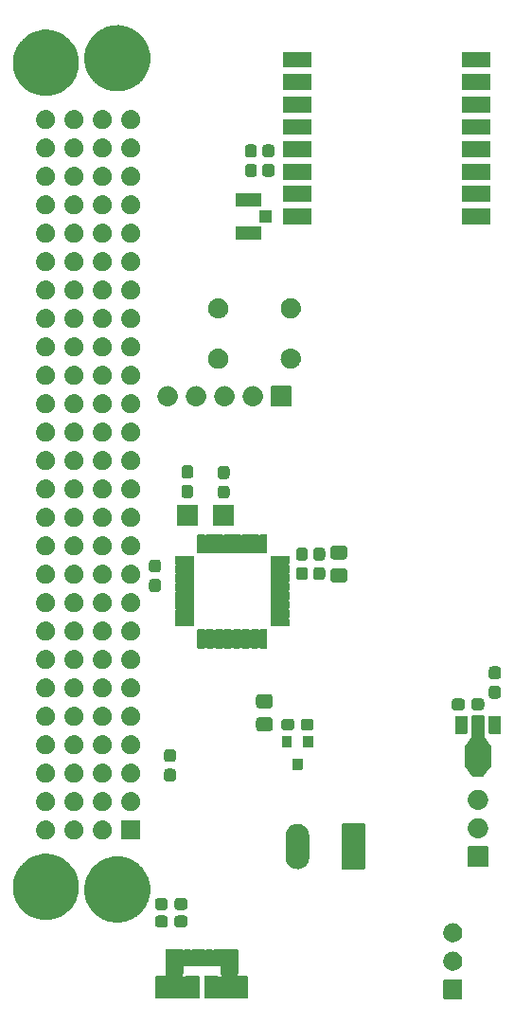
<source format=gbs>
G04 #@! TF.GenerationSoftware,KiCad,Pcbnew,6.0.0-unknown-920f128~86~ubuntu18.04.1*
G04 #@! TF.CreationDate,2019-07-19T14:58:54-04:00*
G04 #@! TF.ProjectId,FOD,464f442e-6b69-4636-9164-5f7063625858,rev?*
G04 #@! TF.SameCoordinates,Original*
G04 #@! TF.FileFunction,Soldermask,Bot*
G04 #@! TF.FilePolarity,Negative*
%FSLAX46Y46*%
G04 Gerber Fmt 4.6, Leading zero omitted, Abs format (unit mm)*
G04 Created by KiCad (PCBNEW 6.0.0-unknown-920f128~86~ubuntu18.04.1) date 2019-07-19 14:58:54*
%MOMM*%
%LPD*%
G04 APERTURE LIST*
%ADD10C,0.100000*%
G04 APERTURE END LIST*
D10*
G36*
X147819899Y-119191959D02*
G01*
X147836769Y-119203231D01*
X147848041Y-119220101D01*
X147854448Y-119252312D01*
X147854448Y-120827688D01*
X147851999Y-120840000D01*
X147848041Y-120859899D01*
X147836769Y-120876769D01*
X147819899Y-120888041D01*
X147800000Y-120891999D01*
X147787688Y-120894448D01*
X146212312Y-120894448D01*
X146180101Y-120888041D01*
X146163231Y-120876769D01*
X146151959Y-120859899D01*
X146145552Y-120827688D01*
X146145552Y-119252312D01*
X146151959Y-119220101D01*
X146163231Y-119203231D01*
X146180101Y-119191959D01*
X146212312Y-119185552D01*
X147787688Y-119185552D01*
X147819899Y-119191959D01*
X147819899Y-119191959D01*
G37*
G36*
X122844900Y-116451959D02*
G01*
X122855555Y-116459079D01*
X122922770Y-116480125D01*
X122994445Y-116459079D01*
X123005100Y-116451959D01*
X123037312Y-116445552D01*
X123462688Y-116445552D01*
X123494900Y-116451959D01*
X123505555Y-116459079D01*
X123572770Y-116480125D01*
X123644445Y-116459079D01*
X123655100Y-116451959D01*
X123687312Y-116445552D01*
X124112688Y-116445552D01*
X124144900Y-116451959D01*
X124155555Y-116459079D01*
X124222770Y-116480125D01*
X124294445Y-116459079D01*
X124305100Y-116451959D01*
X124337312Y-116445552D01*
X124762688Y-116445552D01*
X124794900Y-116451959D01*
X124805555Y-116459079D01*
X124872770Y-116480125D01*
X124944445Y-116459079D01*
X124955100Y-116451959D01*
X124987312Y-116445552D01*
X125412688Y-116445552D01*
X125444900Y-116451959D01*
X125455555Y-116459079D01*
X125522770Y-116480125D01*
X125594445Y-116459079D01*
X125605100Y-116451959D01*
X125637312Y-116445552D01*
X126062688Y-116445552D01*
X126094900Y-116451959D01*
X126105555Y-116459079D01*
X126172770Y-116480125D01*
X126244445Y-116459079D01*
X126255100Y-116451959D01*
X126287312Y-116445552D01*
X127737688Y-116445552D01*
X127769899Y-116451959D01*
X127786769Y-116463231D01*
X127798041Y-116480101D01*
X127804448Y-116512312D01*
X127804448Y-118587688D01*
X127798041Y-118619900D01*
X127777188Y-118651108D01*
X127756142Y-118718323D01*
X127774776Y-118786245D01*
X127827174Y-118833311D01*
X127881121Y-118845552D01*
X128635188Y-118845552D01*
X128667399Y-118851959D01*
X128684269Y-118863231D01*
X128695541Y-118880101D01*
X128701948Y-118912312D01*
X128701948Y-120787688D01*
X128699499Y-120800000D01*
X128695541Y-120819899D01*
X128684269Y-120836769D01*
X128667399Y-120848041D01*
X128647500Y-120851999D01*
X128635188Y-120854448D01*
X126284812Y-120854448D01*
X126252601Y-120848041D01*
X126235732Y-120836770D01*
X126235731Y-120836769D01*
X126228932Y-120826593D01*
X126174889Y-120781428D01*
X126105005Y-120772651D01*
X126021068Y-120826593D01*
X126014269Y-120836769D01*
X126014268Y-120836770D01*
X125997399Y-120848041D01*
X125977500Y-120851999D01*
X125965188Y-120854448D01*
X124814812Y-120854448D01*
X124782601Y-120848041D01*
X124765731Y-120836769D01*
X124754459Y-120819899D01*
X124748052Y-120787688D01*
X124748052Y-118912312D01*
X124754459Y-118880101D01*
X124765731Y-118863231D01*
X124782601Y-118851959D01*
X124814812Y-118845552D01*
X125965188Y-118845552D01*
X125977500Y-118848001D01*
X125997399Y-118851959D01*
X126014269Y-118863231D01*
X126021068Y-118873407D01*
X126075111Y-118918572D01*
X126144995Y-118927349D01*
X126228932Y-118873407D01*
X126235731Y-118863231D01*
X126250900Y-118853096D01*
X126296063Y-118799055D01*
X126304842Y-118729171D01*
X126250899Y-118645233D01*
X126238231Y-118636769D01*
X126226959Y-118619899D01*
X126223001Y-118600000D01*
X126220552Y-118587688D01*
X126220552Y-118055359D01*
X126200709Y-117987779D01*
X126147479Y-117941656D01*
X126071168Y-117932762D01*
X126062691Y-117934448D01*
X125637312Y-117934448D01*
X125605100Y-117928041D01*
X125594445Y-117920921D01*
X125527230Y-117899875D01*
X125455555Y-117920921D01*
X125444900Y-117928041D01*
X125412688Y-117934448D01*
X124987312Y-117934448D01*
X124955100Y-117928041D01*
X124944445Y-117920921D01*
X124877230Y-117899875D01*
X124805555Y-117920921D01*
X124794900Y-117928041D01*
X124762688Y-117934448D01*
X124337312Y-117934448D01*
X124305100Y-117928041D01*
X124294445Y-117920921D01*
X124227230Y-117899875D01*
X124155555Y-117920921D01*
X124144900Y-117928041D01*
X124112688Y-117934448D01*
X123687312Y-117934448D01*
X123655100Y-117928041D01*
X123644445Y-117920921D01*
X123577230Y-117899875D01*
X123505555Y-117920921D01*
X123494900Y-117928041D01*
X123462688Y-117934448D01*
X123037309Y-117934448D01*
X123028832Y-117932762D01*
X122958680Y-117939040D01*
X122903058Y-117982249D01*
X122879448Y-118055359D01*
X122879448Y-118587688D01*
X122876999Y-118600000D01*
X122873041Y-118619899D01*
X122861769Y-118636769D01*
X122849101Y-118645234D01*
X122803936Y-118699276D01*
X122795159Y-118769160D01*
X122849101Y-118853096D01*
X122864269Y-118863231D01*
X122871068Y-118873407D01*
X122925111Y-118918572D01*
X122994995Y-118927349D01*
X123078932Y-118873407D01*
X123085731Y-118863231D01*
X123102601Y-118851959D01*
X123122500Y-118848001D01*
X123134812Y-118845552D01*
X124285188Y-118845552D01*
X124317399Y-118851959D01*
X124334269Y-118863231D01*
X124345541Y-118880101D01*
X124351948Y-118912312D01*
X124351948Y-120787688D01*
X124349499Y-120800000D01*
X124345541Y-120819899D01*
X124334269Y-120836769D01*
X124317399Y-120848041D01*
X124297500Y-120851999D01*
X124285188Y-120854448D01*
X123134812Y-120854448D01*
X123102601Y-120848041D01*
X123085732Y-120836770D01*
X123085731Y-120836769D01*
X123078932Y-120826593D01*
X123024889Y-120781428D01*
X122955005Y-120772651D01*
X122871068Y-120826593D01*
X122864269Y-120836769D01*
X122864268Y-120836770D01*
X122847399Y-120848041D01*
X122827500Y-120851999D01*
X122815188Y-120854448D01*
X120464812Y-120854448D01*
X120432601Y-120848041D01*
X120415731Y-120836769D01*
X120404459Y-120819899D01*
X120398052Y-120787688D01*
X120398052Y-118912312D01*
X120404459Y-118880101D01*
X120415731Y-118863231D01*
X120432601Y-118851959D01*
X120464812Y-118845552D01*
X121218879Y-118845552D01*
X121286459Y-118825709D01*
X121332582Y-118772479D01*
X121342606Y-118702764D01*
X121322812Y-118651108D01*
X121301959Y-118619900D01*
X121295552Y-118587688D01*
X121295552Y-116512312D01*
X121301959Y-116480101D01*
X121313231Y-116463231D01*
X121330101Y-116451959D01*
X121362312Y-116445552D01*
X122812688Y-116445552D01*
X122844900Y-116451959D01*
X122844900Y-116451959D01*
G37*
G36*
X147002976Y-116647826D02*
G01*
X147044766Y-116645782D01*
X147089056Y-116652639D01*
X147139810Y-116655476D01*
X147180163Y-116666743D01*
X147215621Y-116672232D01*
X147263204Y-116689928D01*
X147317898Y-116705199D01*
X147349622Y-116722067D01*
X147377659Y-116732494D01*
X147425757Y-116762549D01*
X147481153Y-116792004D01*
X147503968Y-116811421D01*
X147524271Y-116824108D01*
X147569641Y-116867313D01*
X147621961Y-116911841D01*
X147636463Y-116930947D01*
X147649472Y-116943335D01*
X147688616Y-116999655D01*
X147733751Y-117059118D01*
X147741302Y-117075459D01*
X147748142Y-117085301D01*
X147777508Y-117153817D01*
X147811307Y-117226965D01*
X147813885Y-117238692D01*
X147816247Y-117244202D01*
X147832429Y-117323036D01*
X147851011Y-117407551D01*
X147850345Y-117598388D01*
X147831181Y-117682738D01*
X147814443Y-117761485D01*
X147812041Y-117766982D01*
X147809381Y-117778692D01*
X147775069Y-117851609D01*
X147745227Y-117919915D01*
X147738318Y-117929709D01*
X147730655Y-117945994D01*
X147685114Y-118005130D01*
X147645570Y-118061187D01*
X147632472Y-118073487D01*
X147617840Y-118092487D01*
X147565227Y-118136635D01*
X147519544Y-118179534D01*
X147499147Y-118192082D01*
X147476199Y-118211338D01*
X147420600Y-118240405D01*
X147372293Y-118270123D01*
X147344184Y-118280354D01*
X147312341Y-118297001D01*
X147257534Y-118311892D01*
X147209831Y-118329254D01*
X147174340Y-118334495D01*
X147133911Y-118345479D01*
X147083139Y-118347962D01*
X147038803Y-118354509D01*
X146997027Y-118352174D01*
X146949233Y-118354511D01*
X146904992Y-118347028D01*
X146866189Y-118344859D01*
X146819980Y-118332650D01*
X146766923Y-118323676D01*
X146730839Y-118309097D01*
X146699035Y-118300694D01*
X146650897Y-118276799D01*
X146595488Y-118254412D01*
X146568311Y-118235804D01*
X146544182Y-118223826D01*
X146497128Y-118187063D01*
X146442926Y-118149950D01*
X146424469Y-118130295D01*
X146407950Y-118117389D01*
X146365400Y-118067393D01*
X146316354Y-118015164D01*
X146305608Y-117997138D01*
X146295896Y-117985726D01*
X146261401Y-117922981D01*
X146221678Y-117856344D01*
X146216943Y-117842111D01*
X146212610Y-117834229D01*
X146189692Y-117760192D01*
X146163314Y-117680898D01*
X146162372Y-117671934D01*
X146161486Y-117669072D01*
X146153347Y-117586068D01*
X146143987Y-117497012D01*
X146153967Y-117408044D01*
X146162687Y-117325078D01*
X146163593Y-117322220D01*
X146164598Y-117313265D01*
X146191530Y-117234153D01*
X146214963Y-117160281D01*
X146219350Y-117152432D01*
X146224184Y-117138231D01*
X146264382Y-117071857D01*
X146299304Y-117009371D01*
X146309092Y-116998031D01*
X146319967Y-116980075D01*
X146369385Y-116928181D01*
X146412273Y-116878495D01*
X146428879Y-116865707D01*
X146447477Y-116846177D01*
X146501952Y-116809433D01*
X146549250Y-116773009D01*
X146573458Y-116761202D01*
X146600765Y-116742783D01*
X146656319Y-116720787D01*
X146704633Y-116697223D01*
X146736503Y-116689040D01*
X146772679Y-116674717D01*
X146825795Y-116666114D01*
X146872088Y-116654228D01*
X146910903Y-116652330D01*
X146955199Y-116645155D01*
X147002976Y-116647826D01*
X147002976Y-116647826D01*
G37*
G36*
X147002976Y-114107826D02*
G01*
X147044766Y-114105782D01*
X147089056Y-114112639D01*
X147139810Y-114115476D01*
X147180163Y-114126743D01*
X147215621Y-114132232D01*
X147263204Y-114149928D01*
X147317898Y-114165199D01*
X147349622Y-114182067D01*
X147377659Y-114192494D01*
X147425757Y-114222549D01*
X147481153Y-114252004D01*
X147503968Y-114271421D01*
X147524271Y-114284108D01*
X147569641Y-114327313D01*
X147621961Y-114371841D01*
X147636463Y-114390947D01*
X147649472Y-114403335D01*
X147688616Y-114459655D01*
X147733751Y-114519118D01*
X147741302Y-114535459D01*
X147748142Y-114545301D01*
X147777508Y-114613817D01*
X147811307Y-114686965D01*
X147813885Y-114698692D01*
X147816247Y-114704202D01*
X147832429Y-114783036D01*
X147851011Y-114867551D01*
X147850345Y-115058388D01*
X147831181Y-115142738D01*
X147814443Y-115221485D01*
X147812041Y-115226982D01*
X147809381Y-115238692D01*
X147775069Y-115311609D01*
X147745227Y-115379915D01*
X147738318Y-115389709D01*
X147730655Y-115405994D01*
X147685114Y-115465130D01*
X147645570Y-115521187D01*
X147632472Y-115533487D01*
X147617840Y-115552487D01*
X147565227Y-115596635D01*
X147519544Y-115639534D01*
X147499147Y-115652082D01*
X147476199Y-115671338D01*
X147420600Y-115700405D01*
X147372293Y-115730123D01*
X147344184Y-115740354D01*
X147312341Y-115757001D01*
X147257534Y-115771892D01*
X147209831Y-115789254D01*
X147174340Y-115794495D01*
X147133911Y-115805479D01*
X147083139Y-115807962D01*
X147038803Y-115814509D01*
X146997027Y-115812174D01*
X146949233Y-115814511D01*
X146904992Y-115807028D01*
X146866189Y-115804859D01*
X146819980Y-115792650D01*
X146766923Y-115783676D01*
X146730839Y-115769097D01*
X146699035Y-115760694D01*
X146650897Y-115736799D01*
X146595488Y-115714412D01*
X146568311Y-115695804D01*
X146544182Y-115683826D01*
X146497128Y-115647063D01*
X146442926Y-115609950D01*
X146424469Y-115590295D01*
X146407950Y-115577389D01*
X146365400Y-115527393D01*
X146316354Y-115475164D01*
X146305608Y-115457138D01*
X146295896Y-115445726D01*
X146261401Y-115382981D01*
X146221678Y-115316344D01*
X146216943Y-115302111D01*
X146212610Y-115294229D01*
X146189692Y-115220192D01*
X146163314Y-115140898D01*
X146162372Y-115131934D01*
X146161486Y-115129072D01*
X146153347Y-115046068D01*
X146143987Y-114957012D01*
X146153967Y-114868044D01*
X146162687Y-114785078D01*
X146163593Y-114782220D01*
X146164598Y-114773265D01*
X146191530Y-114694153D01*
X146214963Y-114620281D01*
X146219350Y-114612432D01*
X146224184Y-114598231D01*
X146264382Y-114531857D01*
X146299304Y-114469371D01*
X146309092Y-114458031D01*
X146319967Y-114440075D01*
X146369385Y-114388181D01*
X146412273Y-114338495D01*
X146428879Y-114325707D01*
X146447477Y-114306177D01*
X146501952Y-114269433D01*
X146549250Y-114233009D01*
X146573458Y-114221202D01*
X146600765Y-114202783D01*
X146656319Y-114180787D01*
X146704633Y-114157223D01*
X146736503Y-114149040D01*
X146772679Y-114134717D01*
X146825795Y-114126114D01*
X146872088Y-114114228D01*
X146910903Y-114112330D01*
X146955199Y-114105155D01*
X147002976Y-114107826D01*
X147002976Y-114107826D01*
G37*
G36*
X122957980Y-113423117D02*
G01*
X122958386Y-113423117D01*
X122960637Y-113423538D01*
X123049801Y-113437660D01*
X123057691Y-113441680D01*
X123064409Y-113442936D01*
X123084176Y-113455175D01*
X123131229Y-113479150D01*
X123144776Y-113492697D01*
X123156114Y-113499717D01*
X123169432Y-113517353D01*
X123195850Y-113543771D01*
X123209267Y-113570103D01*
X123221114Y-113585791D01*
X123224418Y-113599838D01*
X123237340Y-113625199D01*
X123251686Y-113715777D01*
X123251883Y-113716614D01*
X123251883Y-113717020D01*
X123253194Y-113725297D01*
X123253194Y-114174703D01*
X123251883Y-114182980D01*
X123251883Y-114183386D01*
X123251462Y-114185637D01*
X123237340Y-114274801D01*
X123233320Y-114282691D01*
X123232064Y-114289409D01*
X123219825Y-114309176D01*
X123195850Y-114356229D01*
X123182303Y-114369776D01*
X123175283Y-114381114D01*
X123157647Y-114394432D01*
X123131229Y-114420850D01*
X123104897Y-114434267D01*
X123089209Y-114446114D01*
X123075162Y-114449418D01*
X123049801Y-114462340D01*
X122959223Y-114476686D01*
X122958386Y-114476883D01*
X122957980Y-114476883D01*
X122949703Y-114478194D01*
X122400297Y-114478194D01*
X122392020Y-114476883D01*
X122391614Y-114476883D01*
X122389363Y-114476462D01*
X122300199Y-114462340D01*
X122292309Y-114458320D01*
X122285591Y-114457064D01*
X122265824Y-114444825D01*
X122218771Y-114420850D01*
X122205224Y-114407303D01*
X122193886Y-114400283D01*
X122180568Y-114382647D01*
X122154150Y-114356229D01*
X122140733Y-114329897D01*
X122128886Y-114314209D01*
X122125582Y-114300162D01*
X122112660Y-114274801D01*
X122098314Y-114184223D01*
X122098117Y-114183386D01*
X122098117Y-114182980D01*
X122096806Y-114174703D01*
X122096806Y-113725297D01*
X122098117Y-113717020D01*
X122098117Y-113716614D01*
X122098538Y-113714363D01*
X122112660Y-113625199D01*
X122116680Y-113617309D01*
X122117936Y-113610591D01*
X122130175Y-113590824D01*
X122154150Y-113543771D01*
X122167697Y-113530224D01*
X122174717Y-113518886D01*
X122192353Y-113505568D01*
X122218771Y-113479150D01*
X122245103Y-113465733D01*
X122260791Y-113453886D01*
X122274838Y-113450582D01*
X122300199Y-113437660D01*
X122390777Y-113423314D01*
X122391614Y-113423117D01*
X122392020Y-113423117D01*
X122400297Y-113421806D01*
X122949703Y-113421806D01*
X122957980Y-113423117D01*
X122957980Y-113423117D01*
G37*
G36*
X121207980Y-113423117D02*
G01*
X121208386Y-113423117D01*
X121210637Y-113423538D01*
X121299801Y-113437660D01*
X121307691Y-113441680D01*
X121314409Y-113442936D01*
X121334176Y-113455175D01*
X121381229Y-113479150D01*
X121394776Y-113492697D01*
X121406114Y-113499717D01*
X121419432Y-113517353D01*
X121445850Y-113543771D01*
X121459267Y-113570103D01*
X121471114Y-113585791D01*
X121474418Y-113599838D01*
X121487340Y-113625199D01*
X121501686Y-113715777D01*
X121501883Y-113716614D01*
X121501883Y-113717020D01*
X121503194Y-113725297D01*
X121503194Y-114174703D01*
X121501883Y-114182980D01*
X121501883Y-114183386D01*
X121501462Y-114185637D01*
X121487340Y-114274801D01*
X121483320Y-114282691D01*
X121482064Y-114289409D01*
X121469825Y-114309176D01*
X121445850Y-114356229D01*
X121432303Y-114369776D01*
X121425283Y-114381114D01*
X121407647Y-114394432D01*
X121381229Y-114420850D01*
X121354897Y-114434267D01*
X121339209Y-114446114D01*
X121325162Y-114449418D01*
X121299801Y-114462340D01*
X121209223Y-114476686D01*
X121208386Y-114476883D01*
X121207980Y-114476883D01*
X121199703Y-114478194D01*
X120650297Y-114478194D01*
X120642020Y-114476883D01*
X120641614Y-114476883D01*
X120639363Y-114476462D01*
X120550199Y-114462340D01*
X120542309Y-114458320D01*
X120535591Y-114457064D01*
X120515824Y-114444825D01*
X120468771Y-114420850D01*
X120455224Y-114407303D01*
X120443886Y-114400283D01*
X120430568Y-114382647D01*
X120404150Y-114356229D01*
X120390733Y-114329897D01*
X120378886Y-114314209D01*
X120375582Y-114300162D01*
X120362660Y-114274801D01*
X120348314Y-114184223D01*
X120348117Y-114183386D01*
X120348117Y-114182980D01*
X120346806Y-114174703D01*
X120346806Y-113725297D01*
X120348117Y-113717020D01*
X120348117Y-113716614D01*
X120348538Y-113714363D01*
X120362660Y-113625199D01*
X120366680Y-113617309D01*
X120367936Y-113610591D01*
X120380175Y-113590824D01*
X120404150Y-113543771D01*
X120417697Y-113530224D01*
X120424717Y-113518886D01*
X120442353Y-113505568D01*
X120468771Y-113479150D01*
X120495103Y-113465733D01*
X120510791Y-113453886D01*
X120524838Y-113450582D01*
X120550199Y-113437660D01*
X120640777Y-113423314D01*
X120641614Y-113423117D01*
X120642020Y-113423117D01*
X120650297Y-113421806D01*
X121199703Y-113421806D01*
X121207980Y-113423117D01*
X121207980Y-113423117D01*
G37*
G36*
X117069113Y-108142131D02*
G01*
X117103624Y-108141559D01*
X117234506Y-108154277D01*
X117370836Y-108164288D01*
X117405410Y-108170883D01*
X117437197Y-108173972D01*
X117568215Y-108201940D01*
X117705126Y-108228057D01*
X117736240Y-108237808D01*
X117764963Y-108243939D01*
X117894317Y-108287346D01*
X118029872Y-108329827D01*
X118057298Y-108342038D01*
X118082700Y-108350562D01*
X118208508Y-108409361D01*
X118340769Y-108468247D01*
X118364379Y-108482210D01*
X118386319Y-108492464D01*
X118506733Y-108566398D01*
X118633695Y-108641483D01*
X118653477Y-108656498D01*
X118671931Y-108667829D01*
X118785070Y-108756382D01*
X118904769Y-108847239D01*
X118920835Y-108862646D01*
X118935845Y-108874394D01*
X119039820Y-108976748D01*
X119150398Y-109082788D01*
X119162938Y-109097946D01*
X119174687Y-109109512D01*
X119267808Y-109224712D01*
X119367325Y-109345008D01*
X119376631Y-109359338D01*
X119385374Y-109370154D01*
X119465973Y-109496913D01*
X119552676Y-109630424D01*
X119559122Y-109643408D01*
X119565205Y-109652976D01*
X119631776Y-109789770D01*
X119703993Y-109935251D01*
X119708027Y-109946456D01*
X119711857Y-109954326D01*
X119762951Y-110099014D01*
X119819272Y-110255450D01*
X119821403Y-110264536D01*
X119823458Y-110270355D01*
X119857970Y-110420439D01*
X119896984Y-110586777D01*
X119897759Y-110593471D01*
X119898564Y-110596974D01*
X119915635Y-110747977D01*
X119936099Y-110924841D01*
X119935997Y-110928085D01*
X119936060Y-110928642D01*
X119925475Y-111395057D01*
X119920302Y-111427536D01*
X119919592Y-111450125D01*
X119894431Y-111589961D01*
X119872974Y-111724677D01*
X119865101Y-111752972D01*
X119859326Y-111785065D01*
X119819040Y-111918498D01*
X119783126Y-112047564D01*
X119771137Y-112077164D01*
X119760964Y-112110858D01*
X119706675Y-112236312D01*
X119657307Y-112358196D01*
X119640811Y-112388514D01*
X119625807Y-112423187D01*
X119558803Y-112539241D01*
X119497132Y-112652589D01*
X119475827Y-112682959D01*
X119455647Y-112717912D01*
X119377334Y-112823361D01*
X119304659Y-112926959D01*
X119278349Y-112956645D01*
X119252741Y-112991126D01*
X119164631Y-113084954D01*
X119082370Y-113177769D01*
X119050957Y-113206004D01*
X119019777Y-113239207D01*
X118923458Y-113320603D01*
X118833108Y-113401812D01*
X118796614Y-113427795D01*
X118759843Y-113458869D01*
X118657001Y-113527197D01*
X118560081Y-113596202D01*
X118518618Y-113619138D01*
X118476384Y-113647198D01*
X118368731Y-113702050D01*
X118266825Y-113758421D01*
X118220664Y-113777494D01*
X118173158Y-113801700D01*
X118062341Y-113842912D01*
X117957071Y-113886409D01*
X117906575Y-113900841D01*
X117854183Y-113920325D01*
X117741915Y-113947900D01*
X117634828Y-113978506D01*
X117580486Y-113987551D01*
X117523688Y-114001502D01*
X117411592Y-114015663D01*
X117304221Y-114033535D01*
X117246635Y-114036503D01*
X117186053Y-114044156D01*
X117075701Y-114045311D01*
X116969525Y-114050783D01*
X116909395Y-114047053D01*
X116845753Y-114047719D01*
X116738601Y-114036457D01*
X116635022Y-114030031D01*
X116573174Y-114019070D01*
X116507299Y-114012146D01*
X116404674Y-113989207D01*
X116305008Y-113971543D01*
X116242348Y-113952923D01*
X116175176Y-113937908D01*
X116078322Y-113904180D01*
X115983758Y-113876079D01*
X115921256Y-113849484D01*
X115853787Y-113825989D01*
X115763770Y-113782473D01*
X115675357Y-113744853D01*
X115614040Y-113710091D01*
X115547392Y-113677872D01*
X115465178Y-113625697D01*
X115383807Y-113579566D01*
X115324740Y-113536573D01*
X115260052Y-113495520D01*
X115186396Y-113435874D01*
X115112835Y-113382331D01*
X115057126Y-113331194D01*
X114995574Y-113281350D01*
X114931091Y-113215502D01*
X114865938Y-113155696D01*
X114814684Y-113096631D01*
X114757466Y-113038202D01*
X114702576Y-112967438D01*
X114646287Y-112902571D01*
X114600600Y-112835972D01*
X114548882Y-112769297D01*
X114503825Y-112694899D01*
X114456695Y-112626196D01*
X114417646Y-112552600D01*
X114372588Y-112478201D01*
X114337460Y-112401474D01*
X114299610Y-112330139D01*
X114268205Y-112250209D01*
X114230920Y-112168771D01*
X114205648Y-112090992D01*
X114177051Y-112018208D01*
X114154235Y-111932759D01*
X114125756Y-111845109D01*
X114110101Y-111767469D01*
X114090591Y-111694401D01*
X114077221Y-111604404D01*
X114058489Y-111511504D01*
X114052078Y-111435160D01*
X114041343Y-111362898D01*
X114038160Y-111269409D01*
X114030012Y-111172379D01*
X114032337Y-111098397D01*
X114029938Y-111027937D01*
X114037562Y-110932133D01*
X114040702Y-110832228D01*
X114051136Y-110761567D01*
X114056525Y-110693853D01*
X114075431Y-110597039D01*
X114090416Y-110495561D01*
X114108235Y-110429060D01*
X114120762Y-110364912D01*
X114151276Y-110268428D01*
X114178497Y-110166838D01*
X114202888Y-110105234D01*
X114221822Y-110045365D01*
X114264103Y-109950623D01*
X114303777Y-109850418D01*
X114333859Y-109794316D01*
X114358406Y-109739311D01*
X114412443Y-109647757D01*
X114464595Y-109550494D01*
X114499444Y-109500353D01*
X114528757Y-109450688D01*
X114594341Y-109363813D01*
X114658819Y-109271041D01*
X114697494Y-109227173D01*
X114730685Y-109183207D01*
X114807424Y-109102483D01*
X114883876Y-109015765D01*
X114925417Y-108978361D01*
X114961602Y-108940297D01*
X115048926Y-108867153D01*
X115136782Y-108788047D01*
X115180234Y-108757167D01*
X115218524Y-108725095D01*
X115315683Y-108660909D01*
X115414185Y-108590907D01*
X115458632Y-108566472D01*
X115498167Y-108540354D01*
X115604239Y-108486424D01*
X115712409Y-108426957D01*
X115756961Y-108408776D01*
X115796913Y-108388463D01*
X115910784Y-108346002D01*
X116027500Y-108298371D01*
X116071359Y-108286125D01*
X116110940Y-108271366D01*
X116231313Y-108241465D01*
X116355282Y-108206852D01*
X116397703Y-108200133D01*
X116436198Y-108190571D01*
X116561671Y-108174164D01*
X116691411Y-108153615D01*
X116731738Y-108151925D01*
X116768520Y-108147115D01*
X116897533Y-108144976D01*
X117031431Y-108139364D01*
X117069113Y-108142131D01*
X117069113Y-108142131D01*
G37*
G36*
X110679113Y-107912131D02*
G01*
X110713624Y-107911559D01*
X110844506Y-107924277D01*
X110980836Y-107934288D01*
X111015410Y-107940883D01*
X111047197Y-107943972D01*
X111178215Y-107971940D01*
X111315126Y-107998057D01*
X111346240Y-108007808D01*
X111374963Y-108013939D01*
X111504317Y-108057346D01*
X111639872Y-108099827D01*
X111667298Y-108112038D01*
X111692700Y-108120562D01*
X111818508Y-108179361D01*
X111950769Y-108238247D01*
X111974379Y-108252210D01*
X111996319Y-108262464D01*
X112116733Y-108336398D01*
X112243695Y-108411483D01*
X112263477Y-108426498D01*
X112281931Y-108437829D01*
X112395070Y-108526382D01*
X112514769Y-108617239D01*
X112530835Y-108632646D01*
X112545845Y-108644394D01*
X112649820Y-108746748D01*
X112760398Y-108852788D01*
X112772938Y-108867946D01*
X112784687Y-108879512D01*
X112877808Y-108994712D01*
X112977325Y-109115008D01*
X112986631Y-109129338D01*
X112995374Y-109140154D01*
X113075973Y-109266913D01*
X113162676Y-109400424D01*
X113169122Y-109413408D01*
X113175205Y-109422976D01*
X113241776Y-109559770D01*
X113313993Y-109705251D01*
X113318027Y-109716456D01*
X113321857Y-109724326D01*
X113372951Y-109869014D01*
X113429272Y-110025450D01*
X113431403Y-110034536D01*
X113433458Y-110040355D01*
X113467970Y-110190439D01*
X113506984Y-110356777D01*
X113507759Y-110363471D01*
X113508564Y-110366974D01*
X113525635Y-110517977D01*
X113546099Y-110694841D01*
X113545997Y-110698085D01*
X113546060Y-110698642D01*
X113535475Y-111165057D01*
X113530302Y-111197536D01*
X113529592Y-111220125D01*
X113504431Y-111359961D01*
X113482974Y-111494677D01*
X113475101Y-111522972D01*
X113469326Y-111555065D01*
X113429040Y-111688498D01*
X113393126Y-111817564D01*
X113381137Y-111847164D01*
X113370964Y-111880858D01*
X113316675Y-112006312D01*
X113267307Y-112128196D01*
X113250811Y-112158514D01*
X113235807Y-112193187D01*
X113168803Y-112309241D01*
X113107132Y-112422589D01*
X113085827Y-112452959D01*
X113065647Y-112487912D01*
X112987334Y-112593361D01*
X112914659Y-112696959D01*
X112888349Y-112726645D01*
X112862741Y-112761126D01*
X112774631Y-112854954D01*
X112692370Y-112947769D01*
X112660957Y-112976004D01*
X112629777Y-113009207D01*
X112533458Y-113090603D01*
X112443108Y-113171812D01*
X112406614Y-113197795D01*
X112369843Y-113228869D01*
X112267001Y-113297197D01*
X112170081Y-113366202D01*
X112128618Y-113389138D01*
X112086384Y-113417198D01*
X111978731Y-113472050D01*
X111876825Y-113528421D01*
X111830664Y-113547494D01*
X111783158Y-113571700D01*
X111672341Y-113612912D01*
X111567071Y-113656409D01*
X111516575Y-113670841D01*
X111464183Y-113690325D01*
X111351915Y-113717900D01*
X111244828Y-113748506D01*
X111190486Y-113757551D01*
X111133688Y-113771502D01*
X111021592Y-113785663D01*
X110914221Y-113803535D01*
X110856635Y-113806503D01*
X110796053Y-113814156D01*
X110685701Y-113815311D01*
X110579525Y-113820783D01*
X110519395Y-113817053D01*
X110455753Y-113817719D01*
X110348601Y-113806457D01*
X110245022Y-113800031D01*
X110183174Y-113789070D01*
X110117299Y-113782146D01*
X110014674Y-113759207D01*
X109915008Y-113741543D01*
X109852348Y-113722923D01*
X109785176Y-113707908D01*
X109688322Y-113674180D01*
X109593758Y-113646079D01*
X109531256Y-113619484D01*
X109463787Y-113595989D01*
X109373770Y-113552473D01*
X109285357Y-113514853D01*
X109224040Y-113480091D01*
X109157392Y-113447872D01*
X109075178Y-113395697D01*
X108993807Y-113349566D01*
X108934740Y-113306573D01*
X108870052Y-113265520D01*
X108796396Y-113205874D01*
X108722835Y-113152331D01*
X108667126Y-113101194D01*
X108605574Y-113051350D01*
X108541091Y-112985502D01*
X108475938Y-112925696D01*
X108424684Y-112866631D01*
X108367466Y-112808202D01*
X108312576Y-112737438D01*
X108256287Y-112672571D01*
X108210600Y-112605972D01*
X108158882Y-112539297D01*
X108113825Y-112464899D01*
X108066695Y-112396196D01*
X108027646Y-112322600D01*
X107982588Y-112248201D01*
X107947460Y-112171474D01*
X107909610Y-112100139D01*
X107878205Y-112020209D01*
X107840920Y-111938771D01*
X107815648Y-111860992D01*
X107787051Y-111788208D01*
X107764235Y-111702759D01*
X107735756Y-111615109D01*
X107720101Y-111537469D01*
X107700591Y-111464401D01*
X107687221Y-111374404D01*
X107668489Y-111281504D01*
X107662078Y-111205160D01*
X107651343Y-111132898D01*
X107648160Y-111039409D01*
X107640012Y-110942379D01*
X107642337Y-110868397D01*
X107639938Y-110797937D01*
X107647562Y-110702133D01*
X107650702Y-110602228D01*
X107661136Y-110531567D01*
X107666525Y-110463853D01*
X107685431Y-110367039D01*
X107700416Y-110265561D01*
X107718235Y-110199060D01*
X107730762Y-110134912D01*
X107761276Y-110038428D01*
X107788497Y-109936838D01*
X107812888Y-109875234D01*
X107831822Y-109815365D01*
X107874103Y-109720623D01*
X107913777Y-109620418D01*
X107943859Y-109564316D01*
X107968406Y-109509311D01*
X108022443Y-109417757D01*
X108074595Y-109320494D01*
X108109444Y-109270353D01*
X108138757Y-109220688D01*
X108204341Y-109133813D01*
X108268819Y-109041041D01*
X108307494Y-108997173D01*
X108340685Y-108953207D01*
X108417424Y-108872483D01*
X108493876Y-108785765D01*
X108535417Y-108748361D01*
X108571602Y-108710297D01*
X108658926Y-108637153D01*
X108746782Y-108558047D01*
X108790234Y-108527167D01*
X108828524Y-108495095D01*
X108925683Y-108430909D01*
X109024185Y-108360907D01*
X109068632Y-108336472D01*
X109108167Y-108310354D01*
X109214239Y-108256424D01*
X109322409Y-108196957D01*
X109366961Y-108178776D01*
X109406913Y-108158463D01*
X109520784Y-108116002D01*
X109637500Y-108068371D01*
X109681359Y-108056125D01*
X109720940Y-108041366D01*
X109841313Y-108011465D01*
X109965282Y-107976852D01*
X110007703Y-107970133D01*
X110046198Y-107960571D01*
X110171671Y-107944164D01*
X110301411Y-107923615D01*
X110341738Y-107921925D01*
X110378520Y-107917115D01*
X110507533Y-107914976D01*
X110641431Y-107909364D01*
X110679113Y-107912131D01*
X110679113Y-107912131D01*
G37*
G36*
X121207980Y-111873117D02*
G01*
X121208386Y-111873117D01*
X121210637Y-111873538D01*
X121299801Y-111887660D01*
X121307691Y-111891680D01*
X121314409Y-111892936D01*
X121334176Y-111905175D01*
X121381229Y-111929150D01*
X121394776Y-111942697D01*
X121406114Y-111949717D01*
X121419432Y-111967353D01*
X121445850Y-111993771D01*
X121459267Y-112020103D01*
X121471114Y-112035791D01*
X121474418Y-112049838D01*
X121487340Y-112075199D01*
X121501686Y-112165777D01*
X121501883Y-112166614D01*
X121501883Y-112167020D01*
X121503194Y-112175297D01*
X121503194Y-112624703D01*
X121501883Y-112632980D01*
X121501883Y-112633386D01*
X121501462Y-112635637D01*
X121487340Y-112724801D01*
X121483320Y-112732691D01*
X121482064Y-112739409D01*
X121469825Y-112759176D01*
X121445850Y-112806229D01*
X121432303Y-112819776D01*
X121425283Y-112831114D01*
X121407647Y-112844432D01*
X121381229Y-112870850D01*
X121354897Y-112884267D01*
X121339209Y-112896114D01*
X121325162Y-112899418D01*
X121299801Y-112912340D01*
X121209223Y-112926686D01*
X121208386Y-112926883D01*
X121207980Y-112926883D01*
X121199703Y-112928194D01*
X120650297Y-112928194D01*
X120642020Y-112926883D01*
X120641614Y-112926883D01*
X120639363Y-112926462D01*
X120550199Y-112912340D01*
X120542309Y-112908320D01*
X120535591Y-112907064D01*
X120515824Y-112894825D01*
X120468771Y-112870850D01*
X120455224Y-112857303D01*
X120443886Y-112850283D01*
X120430568Y-112832647D01*
X120404150Y-112806229D01*
X120390733Y-112779897D01*
X120378886Y-112764209D01*
X120375582Y-112750162D01*
X120362660Y-112724801D01*
X120348314Y-112634223D01*
X120348117Y-112633386D01*
X120348117Y-112632980D01*
X120346806Y-112624703D01*
X120346806Y-112175297D01*
X120348117Y-112167020D01*
X120348117Y-112166614D01*
X120348538Y-112164363D01*
X120362660Y-112075199D01*
X120366680Y-112067309D01*
X120367936Y-112060591D01*
X120380175Y-112040824D01*
X120404150Y-111993771D01*
X120417697Y-111980224D01*
X120424717Y-111968886D01*
X120442353Y-111955568D01*
X120468771Y-111929150D01*
X120495103Y-111915733D01*
X120510791Y-111903886D01*
X120524838Y-111900582D01*
X120550199Y-111887660D01*
X120640777Y-111873314D01*
X120641614Y-111873117D01*
X120642020Y-111873117D01*
X120650297Y-111871806D01*
X121199703Y-111871806D01*
X121207980Y-111873117D01*
X121207980Y-111873117D01*
G37*
G36*
X122957980Y-111873117D02*
G01*
X122958386Y-111873117D01*
X122960637Y-111873538D01*
X123049801Y-111887660D01*
X123057691Y-111891680D01*
X123064409Y-111892936D01*
X123084176Y-111905175D01*
X123131229Y-111929150D01*
X123144776Y-111942697D01*
X123156114Y-111949717D01*
X123169432Y-111967353D01*
X123195850Y-111993771D01*
X123209267Y-112020103D01*
X123221114Y-112035791D01*
X123224418Y-112049838D01*
X123237340Y-112075199D01*
X123251686Y-112165777D01*
X123251883Y-112166614D01*
X123251883Y-112167020D01*
X123253194Y-112175297D01*
X123253194Y-112624703D01*
X123251883Y-112632980D01*
X123251883Y-112633386D01*
X123251462Y-112635637D01*
X123237340Y-112724801D01*
X123233320Y-112732691D01*
X123232064Y-112739409D01*
X123219825Y-112759176D01*
X123195850Y-112806229D01*
X123182303Y-112819776D01*
X123175283Y-112831114D01*
X123157647Y-112844432D01*
X123131229Y-112870850D01*
X123104897Y-112884267D01*
X123089209Y-112896114D01*
X123075162Y-112899418D01*
X123049801Y-112912340D01*
X122959223Y-112926686D01*
X122958386Y-112926883D01*
X122957980Y-112926883D01*
X122949703Y-112928194D01*
X122400297Y-112928194D01*
X122392020Y-112926883D01*
X122391614Y-112926883D01*
X122389363Y-112926462D01*
X122300199Y-112912340D01*
X122292309Y-112908320D01*
X122285591Y-112907064D01*
X122265824Y-112894825D01*
X122218771Y-112870850D01*
X122205224Y-112857303D01*
X122193886Y-112850283D01*
X122180568Y-112832647D01*
X122154150Y-112806229D01*
X122140733Y-112779897D01*
X122128886Y-112764209D01*
X122125582Y-112750162D01*
X122112660Y-112724801D01*
X122098314Y-112634223D01*
X122098117Y-112633386D01*
X122098117Y-112632980D01*
X122096806Y-112624703D01*
X122096806Y-112175297D01*
X122098117Y-112167020D01*
X122098117Y-112166614D01*
X122098538Y-112164363D01*
X122112660Y-112075199D01*
X122116680Y-112067309D01*
X122117936Y-112060591D01*
X122130175Y-112040824D01*
X122154150Y-111993771D01*
X122167697Y-111980224D01*
X122174717Y-111968886D01*
X122192353Y-111955568D01*
X122218771Y-111929150D01*
X122245103Y-111915733D01*
X122260791Y-111903886D01*
X122274838Y-111900582D01*
X122300199Y-111887660D01*
X122390777Y-111873314D01*
X122391614Y-111873117D01*
X122392020Y-111873117D01*
X122400297Y-111871806D01*
X122949703Y-111871806D01*
X122957980Y-111873117D01*
X122957980Y-111873117D01*
G37*
G36*
X133160934Y-105219626D02*
G01*
X133209280Y-105220259D01*
X133256704Y-105229692D01*
X133310335Y-105235329D01*
X133355801Y-105249403D01*
X133396930Y-105257584D01*
X133447826Y-105277890D01*
X133505355Y-105295698D01*
X133541648Y-105315321D01*
X133574632Y-105328481D01*
X133626433Y-105361164D01*
X133684936Y-105392797D01*
X133711830Y-105415045D01*
X133736440Y-105430573D01*
X133786185Y-105476557D01*
X133842237Y-105522927D01*
X133860280Y-105545050D01*
X133876934Y-105560445D01*
X133921397Y-105619987D01*
X133971266Y-105681133D01*
X133981672Y-105700704D01*
X133991411Y-105713746D01*
X134027273Y-105786468D01*
X134067108Y-105861387D01*
X134071670Y-105876496D01*
X134076028Y-105885334D01*
X134099994Y-105970310D01*
X134126114Y-106056824D01*
X134127031Y-106066176D01*
X134127962Y-106069477D01*
X134137008Y-106167931D01*
X134141000Y-106208640D01*
X134141000Y-108287915D01*
X134123178Y-108457483D01*
X134095209Y-108545653D01*
X134065888Y-108640081D01*
X134064292Y-108643114D01*
X134061449Y-108652077D01*
X134017892Y-108731306D01*
X133976803Y-108809404D01*
X133970704Y-108817140D01*
X133963098Y-108830976D01*
X133908531Y-108896007D01*
X133858356Y-108959653D01*
X133846125Y-108970380D01*
X133831873Y-108987364D01*
X133770375Y-109036810D01*
X133714510Y-109085802D01*
X133695019Y-109097398D01*
X133672771Y-109115286D01*
X133608303Y-109148989D01*
X133550085Y-109183625D01*
X133522784Y-109193697D01*
X133491851Y-109209868D01*
X133428045Y-109228647D01*
X133370590Y-109249843D01*
X133335597Y-109255856D01*
X133296007Y-109267508D01*
X133236016Y-109272968D01*
X133182021Y-109282246D01*
X133140099Y-109281697D01*
X133092697Y-109286011D01*
X133039066Y-109280374D01*
X132990720Y-109279741D01*
X132943296Y-109270308D01*
X132889665Y-109264671D01*
X132844199Y-109250597D01*
X132803070Y-109242416D01*
X132752174Y-109222110D01*
X132694645Y-109204302D01*
X132658352Y-109184679D01*
X132625368Y-109171519D01*
X132573567Y-109138836D01*
X132515064Y-109107203D01*
X132488170Y-109084955D01*
X132463560Y-109069427D01*
X132413815Y-109023443D01*
X132357763Y-108977073D01*
X132339720Y-108954950D01*
X132323066Y-108939555D01*
X132278611Y-108880023D01*
X132228734Y-108818867D01*
X132218324Y-108799288D01*
X132208590Y-108786253D01*
X132172738Y-108713552D01*
X132132892Y-108638612D01*
X132128330Y-108623502D01*
X132123972Y-108614665D01*
X132100006Y-108529689D01*
X132073886Y-108443175D01*
X132072969Y-108433823D01*
X132072038Y-108430522D01*
X132062992Y-108332068D01*
X132059000Y-108291359D01*
X132059001Y-106212085D01*
X132076823Y-106042517D01*
X132104792Y-105954347D01*
X132134113Y-105859919D01*
X132135709Y-105856886D01*
X132138552Y-105847923D01*
X132182109Y-105768694D01*
X132223198Y-105690596D01*
X132229297Y-105682860D01*
X132236903Y-105669024D01*
X132291470Y-105603993D01*
X132341645Y-105540347D01*
X132353876Y-105529620D01*
X132368128Y-105512636D01*
X132429626Y-105463190D01*
X132485491Y-105414198D01*
X132504982Y-105402602D01*
X132527230Y-105384714D01*
X132591696Y-105351012D01*
X132649915Y-105316375D01*
X132677216Y-105306303D01*
X132708149Y-105290132D01*
X132771955Y-105271353D01*
X132829410Y-105250157D01*
X132864403Y-105244144D01*
X132903993Y-105232492D01*
X132963984Y-105227032D01*
X133017979Y-105217754D01*
X133059901Y-105218303D01*
X133107303Y-105213989D01*
X133160934Y-105219626D01*
X133160934Y-105219626D01*
G37*
G36*
X139109899Y-105221959D02*
G01*
X139126769Y-105233231D01*
X139138041Y-105250101D01*
X139144448Y-105282312D01*
X139144448Y-109217688D01*
X139141999Y-109230000D01*
X139138041Y-109249899D01*
X139126769Y-109266769D01*
X139109899Y-109278041D01*
X139090000Y-109281999D01*
X139077688Y-109284448D01*
X137122312Y-109284448D01*
X137090101Y-109278041D01*
X137073231Y-109266769D01*
X137061959Y-109249899D01*
X137055552Y-109217688D01*
X137055552Y-105282312D01*
X137061959Y-105250101D01*
X137073231Y-105233231D01*
X137090101Y-105221959D01*
X137122312Y-105215552D01*
X139077688Y-105215552D01*
X139109899Y-105221959D01*
X139109899Y-105221959D01*
G37*
G36*
X150119899Y-107251959D02*
G01*
X150136769Y-107263231D01*
X150148041Y-107280101D01*
X150154448Y-107312312D01*
X150154448Y-108987688D01*
X150151999Y-109000000D01*
X150148041Y-109019899D01*
X150136769Y-109036769D01*
X150119899Y-109048041D01*
X150100000Y-109051999D01*
X150087688Y-109054448D01*
X148412312Y-109054448D01*
X148380101Y-109048041D01*
X148363231Y-109036769D01*
X148351959Y-109019899D01*
X148345552Y-108987688D01*
X148345552Y-107312312D01*
X148351959Y-107280101D01*
X148363231Y-107263231D01*
X148380101Y-107251959D01*
X148412312Y-107245552D01*
X150087688Y-107245552D01*
X150119899Y-107251959D01*
X150119899Y-107251959D01*
G37*
G36*
X110577976Y-104932826D02*
G01*
X110619766Y-104930782D01*
X110664056Y-104937639D01*
X110714810Y-104940476D01*
X110755163Y-104951743D01*
X110790621Y-104957232D01*
X110838204Y-104974928D01*
X110892898Y-104990199D01*
X110924622Y-105007067D01*
X110952659Y-105017494D01*
X111000757Y-105047549D01*
X111056153Y-105077004D01*
X111078968Y-105096421D01*
X111099271Y-105109108D01*
X111144641Y-105152313D01*
X111196961Y-105196841D01*
X111211463Y-105215947D01*
X111224472Y-105228335D01*
X111263616Y-105284655D01*
X111308751Y-105344118D01*
X111316302Y-105360459D01*
X111323142Y-105370301D01*
X111352508Y-105438817D01*
X111386307Y-105511965D01*
X111388885Y-105523692D01*
X111391247Y-105529202D01*
X111407429Y-105608036D01*
X111426011Y-105692551D01*
X111425345Y-105883388D01*
X111406181Y-105967738D01*
X111389443Y-106046485D01*
X111387041Y-106051982D01*
X111384381Y-106063692D01*
X111350069Y-106136609D01*
X111320227Y-106204915D01*
X111313318Y-106214709D01*
X111305655Y-106230994D01*
X111260114Y-106290130D01*
X111220570Y-106346187D01*
X111207472Y-106358487D01*
X111192840Y-106377487D01*
X111140227Y-106421635D01*
X111094544Y-106464534D01*
X111074147Y-106477082D01*
X111051199Y-106496338D01*
X110995600Y-106525405D01*
X110947293Y-106555123D01*
X110919184Y-106565354D01*
X110887341Y-106582001D01*
X110832534Y-106596892D01*
X110784831Y-106614254D01*
X110749340Y-106619495D01*
X110708911Y-106630479D01*
X110658139Y-106632962D01*
X110613803Y-106639509D01*
X110572027Y-106637174D01*
X110524233Y-106639511D01*
X110479992Y-106632028D01*
X110441189Y-106629859D01*
X110394980Y-106617650D01*
X110341923Y-106608676D01*
X110305839Y-106594097D01*
X110274035Y-106585694D01*
X110225897Y-106561799D01*
X110170488Y-106539412D01*
X110143311Y-106520804D01*
X110119182Y-106508826D01*
X110072128Y-106472063D01*
X110017926Y-106434950D01*
X109999469Y-106415295D01*
X109982950Y-106402389D01*
X109940400Y-106352393D01*
X109891354Y-106300164D01*
X109880608Y-106282138D01*
X109870896Y-106270726D01*
X109836401Y-106207981D01*
X109796678Y-106141344D01*
X109791943Y-106127111D01*
X109787610Y-106119229D01*
X109764692Y-106045192D01*
X109738314Y-105965898D01*
X109737372Y-105956934D01*
X109736486Y-105954072D01*
X109728347Y-105871068D01*
X109718987Y-105782012D01*
X109728967Y-105693044D01*
X109737687Y-105610078D01*
X109738593Y-105607220D01*
X109739598Y-105598265D01*
X109766530Y-105519153D01*
X109789963Y-105445281D01*
X109794350Y-105437432D01*
X109799184Y-105423231D01*
X109839382Y-105356857D01*
X109874304Y-105294371D01*
X109884092Y-105283031D01*
X109894967Y-105265075D01*
X109944385Y-105213181D01*
X109987273Y-105163495D01*
X110003879Y-105150707D01*
X110022477Y-105131177D01*
X110076952Y-105094433D01*
X110124250Y-105058009D01*
X110148458Y-105046202D01*
X110175765Y-105027783D01*
X110231319Y-105005787D01*
X110279633Y-104982223D01*
X110311503Y-104974040D01*
X110347679Y-104959717D01*
X110400795Y-104951114D01*
X110447088Y-104939228D01*
X110485903Y-104937330D01*
X110530199Y-104930155D01*
X110577976Y-104932826D01*
X110577976Y-104932826D01*
G37*
G36*
X113117976Y-104932826D02*
G01*
X113159766Y-104930782D01*
X113204056Y-104937639D01*
X113254810Y-104940476D01*
X113295163Y-104951743D01*
X113330621Y-104957232D01*
X113378204Y-104974928D01*
X113432898Y-104990199D01*
X113464622Y-105007067D01*
X113492659Y-105017494D01*
X113540757Y-105047549D01*
X113596153Y-105077004D01*
X113618968Y-105096421D01*
X113639271Y-105109108D01*
X113684641Y-105152313D01*
X113736961Y-105196841D01*
X113751463Y-105215947D01*
X113764472Y-105228335D01*
X113803616Y-105284655D01*
X113848751Y-105344118D01*
X113856302Y-105360459D01*
X113863142Y-105370301D01*
X113892508Y-105438817D01*
X113926307Y-105511965D01*
X113928885Y-105523692D01*
X113931247Y-105529202D01*
X113947429Y-105608036D01*
X113966011Y-105692551D01*
X113965345Y-105883388D01*
X113946181Y-105967738D01*
X113929443Y-106046485D01*
X113927041Y-106051982D01*
X113924381Y-106063692D01*
X113890069Y-106136609D01*
X113860227Y-106204915D01*
X113853318Y-106214709D01*
X113845655Y-106230994D01*
X113800114Y-106290130D01*
X113760570Y-106346187D01*
X113747472Y-106358487D01*
X113732840Y-106377487D01*
X113680227Y-106421635D01*
X113634544Y-106464534D01*
X113614147Y-106477082D01*
X113591199Y-106496338D01*
X113535600Y-106525405D01*
X113487293Y-106555123D01*
X113459184Y-106565354D01*
X113427341Y-106582001D01*
X113372534Y-106596892D01*
X113324831Y-106614254D01*
X113289340Y-106619495D01*
X113248911Y-106630479D01*
X113198139Y-106632962D01*
X113153803Y-106639509D01*
X113112027Y-106637174D01*
X113064233Y-106639511D01*
X113019992Y-106632028D01*
X112981189Y-106629859D01*
X112934980Y-106617650D01*
X112881923Y-106608676D01*
X112845839Y-106594097D01*
X112814035Y-106585694D01*
X112765897Y-106561799D01*
X112710488Y-106539412D01*
X112683311Y-106520804D01*
X112659182Y-106508826D01*
X112612128Y-106472063D01*
X112557926Y-106434950D01*
X112539469Y-106415295D01*
X112522950Y-106402389D01*
X112480400Y-106352393D01*
X112431354Y-106300164D01*
X112420608Y-106282138D01*
X112410896Y-106270726D01*
X112376401Y-106207981D01*
X112336678Y-106141344D01*
X112331943Y-106127111D01*
X112327610Y-106119229D01*
X112304692Y-106045192D01*
X112278314Y-105965898D01*
X112277372Y-105956934D01*
X112276486Y-105954072D01*
X112268347Y-105871068D01*
X112258987Y-105782012D01*
X112268967Y-105693044D01*
X112277687Y-105610078D01*
X112278593Y-105607220D01*
X112279598Y-105598265D01*
X112306530Y-105519153D01*
X112329963Y-105445281D01*
X112334350Y-105437432D01*
X112339184Y-105423231D01*
X112379382Y-105356857D01*
X112414304Y-105294371D01*
X112424092Y-105283031D01*
X112434967Y-105265075D01*
X112484385Y-105213181D01*
X112527273Y-105163495D01*
X112543879Y-105150707D01*
X112562477Y-105131177D01*
X112616952Y-105094433D01*
X112664250Y-105058009D01*
X112688458Y-105046202D01*
X112715765Y-105027783D01*
X112771319Y-105005787D01*
X112819633Y-104982223D01*
X112851503Y-104974040D01*
X112887679Y-104959717D01*
X112940795Y-104951114D01*
X112987088Y-104939228D01*
X113025903Y-104937330D01*
X113070199Y-104930155D01*
X113117976Y-104932826D01*
X113117976Y-104932826D01*
G37*
G36*
X115657976Y-104932826D02*
G01*
X115699766Y-104930782D01*
X115744056Y-104937639D01*
X115794810Y-104940476D01*
X115835163Y-104951743D01*
X115870621Y-104957232D01*
X115918204Y-104974928D01*
X115972898Y-104990199D01*
X116004622Y-105007067D01*
X116032659Y-105017494D01*
X116080757Y-105047549D01*
X116136153Y-105077004D01*
X116158968Y-105096421D01*
X116179271Y-105109108D01*
X116224641Y-105152313D01*
X116276961Y-105196841D01*
X116291463Y-105215947D01*
X116304472Y-105228335D01*
X116343616Y-105284655D01*
X116388751Y-105344118D01*
X116396302Y-105360459D01*
X116403142Y-105370301D01*
X116432508Y-105438817D01*
X116466307Y-105511965D01*
X116468885Y-105523692D01*
X116471247Y-105529202D01*
X116487429Y-105608036D01*
X116506011Y-105692551D01*
X116505345Y-105883388D01*
X116486181Y-105967738D01*
X116469443Y-106046485D01*
X116467041Y-106051982D01*
X116464381Y-106063692D01*
X116430069Y-106136609D01*
X116400227Y-106204915D01*
X116393318Y-106214709D01*
X116385655Y-106230994D01*
X116340114Y-106290130D01*
X116300570Y-106346187D01*
X116287472Y-106358487D01*
X116272840Y-106377487D01*
X116220227Y-106421635D01*
X116174544Y-106464534D01*
X116154147Y-106477082D01*
X116131199Y-106496338D01*
X116075600Y-106525405D01*
X116027293Y-106555123D01*
X115999184Y-106565354D01*
X115967341Y-106582001D01*
X115912534Y-106596892D01*
X115864831Y-106614254D01*
X115829340Y-106619495D01*
X115788911Y-106630479D01*
X115738139Y-106632962D01*
X115693803Y-106639509D01*
X115652027Y-106637174D01*
X115604233Y-106639511D01*
X115559992Y-106632028D01*
X115521189Y-106629859D01*
X115474980Y-106617650D01*
X115421923Y-106608676D01*
X115385839Y-106594097D01*
X115354035Y-106585694D01*
X115305897Y-106561799D01*
X115250488Y-106539412D01*
X115223311Y-106520804D01*
X115199182Y-106508826D01*
X115152128Y-106472063D01*
X115097926Y-106434950D01*
X115079469Y-106415295D01*
X115062950Y-106402389D01*
X115020400Y-106352393D01*
X114971354Y-106300164D01*
X114960608Y-106282138D01*
X114950896Y-106270726D01*
X114916401Y-106207981D01*
X114876678Y-106141344D01*
X114871943Y-106127111D01*
X114867610Y-106119229D01*
X114844692Y-106045192D01*
X114818314Y-105965898D01*
X114817372Y-105956934D01*
X114816486Y-105954072D01*
X114808347Y-105871068D01*
X114798987Y-105782012D01*
X114808967Y-105693044D01*
X114817687Y-105610078D01*
X114818593Y-105607220D01*
X114819598Y-105598265D01*
X114846530Y-105519153D01*
X114869963Y-105445281D01*
X114874350Y-105437432D01*
X114879184Y-105423231D01*
X114919382Y-105356857D01*
X114954304Y-105294371D01*
X114964092Y-105283031D01*
X114974967Y-105265075D01*
X115024385Y-105213181D01*
X115067273Y-105163495D01*
X115083879Y-105150707D01*
X115102477Y-105131177D01*
X115156952Y-105094433D01*
X115204250Y-105058009D01*
X115228458Y-105046202D01*
X115255765Y-105027783D01*
X115311319Y-105005787D01*
X115359633Y-104982223D01*
X115391503Y-104974040D01*
X115427679Y-104959717D01*
X115480795Y-104951114D01*
X115527088Y-104939228D01*
X115565903Y-104937330D01*
X115610199Y-104930155D01*
X115657976Y-104932826D01*
X115657976Y-104932826D01*
G37*
G36*
X119014899Y-104936959D02*
G01*
X119031769Y-104948231D01*
X119043041Y-104965101D01*
X119049448Y-104997312D01*
X119049448Y-106572688D01*
X119046999Y-106585000D01*
X119043041Y-106604899D01*
X119031769Y-106621769D01*
X119014899Y-106633041D01*
X118995000Y-106636999D01*
X118982688Y-106639448D01*
X117407312Y-106639448D01*
X117375101Y-106633041D01*
X117358231Y-106621769D01*
X117346959Y-106604899D01*
X117340552Y-106572688D01*
X117340552Y-104997312D01*
X117346959Y-104965101D01*
X117358231Y-104948231D01*
X117375101Y-104936959D01*
X117407312Y-104930552D01*
X118982688Y-104930552D01*
X119014899Y-104936959D01*
X119014899Y-104936959D01*
G37*
G36*
X149438360Y-104723835D02*
G01*
X149519397Y-104750166D01*
X149606663Y-104777848D01*
X149609655Y-104779493D01*
X149618488Y-104782363D01*
X149690466Y-104823919D01*
X149761499Y-104862970D01*
X149768986Y-104869253D01*
X149782511Y-104877061D01*
X149840259Y-104929057D01*
X149896857Y-104976549D01*
X149906962Y-104989118D01*
X149923261Y-105003793D01*
X149965454Y-105061867D01*
X150007579Y-105114260D01*
X150017994Y-105134182D01*
X150034586Y-105157019D01*
X150061297Y-105217012D01*
X150089439Y-105270843D01*
X150097582Y-105298510D01*
X150111621Y-105330042D01*
X150123992Y-105388241D01*
X150139328Y-105440349D01*
X150142518Y-105475401D01*
X150150999Y-105515301D01*
X150150999Y-105568592D01*
X150155343Y-105616324D01*
X150150999Y-105657653D01*
X150150999Y-105704699D01*
X150141217Y-105750721D01*
X150136873Y-105792047D01*
X150122702Y-105837827D01*
X150111621Y-105889958D01*
X150095028Y-105927226D01*
X150084622Y-105960843D01*
X150058789Y-106008620D01*
X150034586Y-106062981D01*
X150014298Y-106090905D01*
X150000580Y-106116276D01*
X149961859Y-106163082D01*
X149923261Y-106216207D01*
X149902284Y-106235095D01*
X149887952Y-106252419D01*
X149835845Y-106294917D01*
X149782511Y-106342939D01*
X149763524Y-106353901D01*
X149751025Y-106364095D01*
X149685780Y-106398786D01*
X149618488Y-106437637D01*
X149603636Y-106442463D01*
X149595003Y-106447053D01*
X149517430Y-106470473D01*
X149438360Y-106496165D01*
X149429114Y-106497137D01*
X149425851Y-106498122D01*
X149334710Y-106507059D01*
X149297211Y-106511000D01*
X149202789Y-106511000D01*
X149061640Y-106496165D01*
X148980603Y-106469834D01*
X148893337Y-106442152D01*
X148890345Y-106440507D01*
X148881512Y-106437637D01*
X148809534Y-106396081D01*
X148738501Y-106357030D01*
X148731014Y-106350747D01*
X148717489Y-106342939D01*
X148659741Y-106290943D01*
X148603143Y-106243451D01*
X148593038Y-106230882D01*
X148576739Y-106216207D01*
X148534546Y-106158133D01*
X148492421Y-106105740D01*
X148482006Y-106085818D01*
X148465414Y-106062981D01*
X148438703Y-106002988D01*
X148410561Y-105949157D01*
X148402418Y-105921490D01*
X148388379Y-105889958D01*
X148376008Y-105831759D01*
X148360672Y-105779651D01*
X148357482Y-105744599D01*
X148349001Y-105704699D01*
X148349001Y-105651408D01*
X148344657Y-105603676D01*
X148349001Y-105562347D01*
X148349001Y-105515301D01*
X148358783Y-105469279D01*
X148363127Y-105427953D01*
X148377298Y-105382173D01*
X148388379Y-105330042D01*
X148404972Y-105292774D01*
X148415378Y-105259157D01*
X148441211Y-105211380D01*
X148465414Y-105157019D01*
X148485702Y-105129095D01*
X148499420Y-105103724D01*
X148538141Y-105056918D01*
X148576739Y-105003793D01*
X148597716Y-104984905D01*
X148612048Y-104967581D01*
X148664155Y-104925083D01*
X148717489Y-104877061D01*
X148736476Y-104866099D01*
X148748975Y-104855905D01*
X148814220Y-104821214D01*
X148881512Y-104782363D01*
X148896364Y-104777537D01*
X148904997Y-104772947D01*
X148982570Y-104749527D01*
X149061640Y-104723835D01*
X149070886Y-104722863D01*
X149074149Y-104721878D01*
X149165290Y-104712941D01*
X149202789Y-104709000D01*
X149297211Y-104709000D01*
X149438360Y-104723835D01*
X149438360Y-104723835D01*
G37*
G36*
X110577976Y-102392826D02*
G01*
X110619766Y-102390782D01*
X110664056Y-102397639D01*
X110714810Y-102400476D01*
X110755163Y-102411743D01*
X110790621Y-102417232D01*
X110838204Y-102434928D01*
X110892898Y-102450199D01*
X110924622Y-102467067D01*
X110952659Y-102477494D01*
X111000757Y-102507549D01*
X111056153Y-102537004D01*
X111078968Y-102556421D01*
X111099271Y-102569108D01*
X111144641Y-102612313D01*
X111196961Y-102656841D01*
X111211463Y-102675947D01*
X111224472Y-102688335D01*
X111263616Y-102744655D01*
X111308751Y-102804118D01*
X111316302Y-102820459D01*
X111323142Y-102830301D01*
X111352508Y-102898817D01*
X111386307Y-102971965D01*
X111388885Y-102983692D01*
X111391247Y-102989202D01*
X111407429Y-103068036D01*
X111426011Y-103152551D01*
X111425345Y-103343388D01*
X111406181Y-103427738D01*
X111389443Y-103506485D01*
X111387041Y-103511982D01*
X111384381Y-103523692D01*
X111350069Y-103596609D01*
X111320227Y-103664915D01*
X111313318Y-103674709D01*
X111305655Y-103690994D01*
X111260114Y-103750130D01*
X111220570Y-103806187D01*
X111207472Y-103818487D01*
X111192840Y-103837487D01*
X111140227Y-103881635D01*
X111094544Y-103924534D01*
X111074147Y-103937082D01*
X111051199Y-103956338D01*
X110995600Y-103985405D01*
X110947293Y-104015123D01*
X110919184Y-104025354D01*
X110887341Y-104042001D01*
X110832534Y-104056892D01*
X110784831Y-104074254D01*
X110749340Y-104079495D01*
X110708911Y-104090479D01*
X110658139Y-104092962D01*
X110613803Y-104099509D01*
X110572027Y-104097174D01*
X110524233Y-104099511D01*
X110479992Y-104092028D01*
X110441189Y-104089859D01*
X110394980Y-104077650D01*
X110341923Y-104068676D01*
X110305839Y-104054097D01*
X110274035Y-104045694D01*
X110225897Y-104021799D01*
X110170488Y-103999412D01*
X110143311Y-103980804D01*
X110119182Y-103968826D01*
X110072128Y-103932063D01*
X110017926Y-103894950D01*
X109999469Y-103875295D01*
X109982950Y-103862389D01*
X109940400Y-103812393D01*
X109891354Y-103760164D01*
X109880608Y-103742138D01*
X109870896Y-103730726D01*
X109836401Y-103667981D01*
X109796678Y-103601344D01*
X109791943Y-103587111D01*
X109787610Y-103579229D01*
X109764692Y-103505192D01*
X109738314Y-103425898D01*
X109737372Y-103416934D01*
X109736486Y-103414072D01*
X109728347Y-103331068D01*
X109718987Y-103242012D01*
X109728967Y-103153044D01*
X109737687Y-103070078D01*
X109738593Y-103067220D01*
X109739598Y-103058265D01*
X109766530Y-102979153D01*
X109789963Y-102905281D01*
X109794350Y-102897432D01*
X109799184Y-102883231D01*
X109839382Y-102816857D01*
X109874304Y-102754371D01*
X109884092Y-102743031D01*
X109894967Y-102725075D01*
X109944385Y-102673181D01*
X109987273Y-102623495D01*
X110003879Y-102610707D01*
X110022477Y-102591177D01*
X110076952Y-102554433D01*
X110124250Y-102518009D01*
X110148458Y-102506202D01*
X110175765Y-102487783D01*
X110231319Y-102465787D01*
X110279633Y-102442223D01*
X110311503Y-102434040D01*
X110347679Y-102419717D01*
X110400795Y-102411114D01*
X110447088Y-102399228D01*
X110485903Y-102397330D01*
X110530199Y-102390155D01*
X110577976Y-102392826D01*
X110577976Y-102392826D01*
G37*
G36*
X115657976Y-102392826D02*
G01*
X115699766Y-102390782D01*
X115744056Y-102397639D01*
X115794810Y-102400476D01*
X115835163Y-102411743D01*
X115870621Y-102417232D01*
X115918204Y-102434928D01*
X115972898Y-102450199D01*
X116004622Y-102467067D01*
X116032659Y-102477494D01*
X116080757Y-102507549D01*
X116136153Y-102537004D01*
X116158968Y-102556421D01*
X116179271Y-102569108D01*
X116224641Y-102612313D01*
X116276961Y-102656841D01*
X116291463Y-102675947D01*
X116304472Y-102688335D01*
X116343616Y-102744655D01*
X116388751Y-102804118D01*
X116396302Y-102820459D01*
X116403142Y-102830301D01*
X116432508Y-102898817D01*
X116466307Y-102971965D01*
X116468885Y-102983692D01*
X116471247Y-102989202D01*
X116487429Y-103068036D01*
X116506011Y-103152551D01*
X116505345Y-103343388D01*
X116486181Y-103427738D01*
X116469443Y-103506485D01*
X116467041Y-103511982D01*
X116464381Y-103523692D01*
X116430069Y-103596609D01*
X116400227Y-103664915D01*
X116393318Y-103674709D01*
X116385655Y-103690994D01*
X116340114Y-103750130D01*
X116300570Y-103806187D01*
X116287472Y-103818487D01*
X116272840Y-103837487D01*
X116220227Y-103881635D01*
X116174544Y-103924534D01*
X116154147Y-103937082D01*
X116131199Y-103956338D01*
X116075600Y-103985405D01*
X116027293Y-104015123D01*
X115999184Y-104025354D01*
X115967341Y-104042001D01*
X115912534Y-104056892D01*
X115864831Y-104074254D01*
X115829340Y-104079495D01*
X115788911Y-104090479D01*
X115738139Y-104092962D01*
X115693803Y-104099509D01*
X115652027Y-104097174D01*
X115604233Y-104099511D01*
X115559992Y-104092028D01*
X115521189Y-104089859D01*
X115474980Y-104077650D01*
X115421923Y-104068676D01*
X115385839Y-104054097D01*
X115354035Y-104045694D01*
X115305897Y-104021799D01*
X115250488Y-103999412D01*
X115223311Y-103980804D01*
X115199182Y-103968826D01*
X115152128Y-103932063D01*
X115097926Y-103894950D01*
X115079469Y-103875295D01*
X115062950Y-103862389D01*
X115020400Y-103812393D01*
X114971354Y-103760164D01*
X114960608Y-103742138D01*
X114950896Y-103730726D01*
X114916401Y-103667981D01*
X114876678Y-103601344D01*
X114871943Y-103587111D01*
X114867610Y-103579229D01*
X114844692Y-103505192D01*
X114818314Y-103425898D01*
X114817372Y-103416934D01*
X114816486Y-103414072D01*
X114808347Y-103331068D01*
X114798987Y-103242012D01*
X114808967Y-103153044D01*
X114817687Y-103070078D01*
X114818593Y-103067220D01*
X114819598Y-103058265D01*
X114846530Y-102979153D01*
X114869963Y-102905281D01*
X114874350Y-102897432D01*
X114879184Y-102883231D01*
X114919382Y-102816857D01*
X114954304Y-102754371D01*
X114964092Y-102743031D01*
X114974967Y-102725075D01*
X115024385Y-102673181D01*
X115067273Y-102623495D01*
X115083879Y-102610707D01*
X115102477Y-102591177D01*
X115156952Y-102554433D01*
X115204250Y-102518009D01*
X115228458Y-102506202D01*
X115255765Y-102487783D01*
X115311319Y-102465787D01*
X115359633Y-102442223D01*
X115391503Y-102434040D01*
X115427679Y-102419717D01*
X115480795Y-102411114D01*
X115527088Y-102399228D01*
X115565903Y-102397330D01*
X115610199Y-102390155D01*
X115657976Y-102392826D01*
X115657976Y-102392826D01*
G37*
G36*
X113117976Y-102392826D02*
G01*
X113159766Y-102390782D01*
X113204056Y-102397639D01*
X113254810Y-102400476D01*
X113295163Y-102411743D01*
X113330621Y-102417232D01*
X113378204Y-102434928D01*
X113432898Y-102450199D01*
X113464622Y-102467067D01*
X113492659Y-102477494D01*
X113540757Y-102507549D01*
X113596153Y-102537004D01*
X113618968Y-102556421D01*
X113639271Y-102569108D01*
X113684641Y-102612313D01*
X113736961Y-102656841D01*
X113751463Y-102675947D01*
X113764472Y-102688335D01*
X113803616Y-102744655D01*
X113848751Y-102804118D01*
X113856302Y-102820459D01*
X113863142Y-102830301D01*
X113892508Y-102898817D01*
X113926307Y-102971965D01*
X113928885Y-102983692D01*
X113931247Y-102989202D01*
X113947429Y-103068036D01*
X113966011Y-103152551D01*
X113965345Y-103343388D01*
X113946181Y-103427738D01*
X113929443Y-103506485D01*
X113927041Y-103511982D01*
X113924381Y-103523692D01*
X113890069Y-103596609D01*
X113860227Y-103664915D01*
X113853318Y-103674709D01*
X113845655Y-103690994D01*
X113800114Y-103750130D01*
X113760570Y-103806187D01*
X113747472Y-103818487D01*
X113732840Y-103837487D01*
X113680227Y-103881635D01*
X113634544Y-103924534D01*
X113614147Y-103937082D01*
X113591199Y-103956338D01*
X113535600Y-103985405D01*
X113487293Y-104015123D01*
X113459184Y-104025354D01*
X113427341Y-104042001D01*
X113372534Y-104056892D01*
X113324831Y-104074254D01*
X113289340Y-104079495D01*
X113248911Y-104090479D01*
X113198139Y-104092962D01*
X113153803Y-104099509D01*
X113112027Y-104097174D01*
X113064233Y-104099511D01*
X113019992Y-104092028D01*
X112981189Y-104089859D01*
X112934980Y-104077650D01*
X112881923Y-104068676D01*
X112845839Y-104054097D01*
X112814035Y-104045694D01*
X112765897Y-104021799D01*
X112710488Y-103999412D01*
X112683311Y-103980804D01*
X112659182Y-103968826D01*
X112612128Y-103932063D01*
X112557926Y-103894950D01*
X112539469Y-103875295D01*
X112522950Y-103862389D01*
X112480400Y-103812393D01*
X112431354Y-103760164D01*
X112420608Y-103742138D01*
X112410896Y-103730726D01*
X112376401Y-103667981D01*
X112336678Y-103601344D01*
X112331943Y-103587111D01*
X112327610Y-103579229D01*
X112304692Y-103505192D01*
X112278314Y-103425898D01*
X112277372Y-103416934D01*
X112276486Y-103414072D01*
X112268347Y-103331068D01*
X112258987Y-103242012D01*
X112268967Y-103153044D01*
X112277687Y-103070078D01*
X112278593Y-103067220D01*
X112279598Y-103058265D01*
X112306530Y-102979153D01*
X112329963Y-102905281D01*
X112334350Y-102897432D01*
X112339184Y-102883231D01*
X112379382Y-102816857D01*
X112414304Y-102754371D01*
X112424092Y-102743031D01*
X112434967Y-102725075D01*
X112484385Y-102673181D01*
X112527273Y-102623495D01*
X112543879Y-102610707D01*
X112562477Y-102591177D01*
X112616952Y-102554433D01*
X112664250Y-102518009D01*
X112688458Y-102506202D01*
X112715765Y-102487783D01*
X112771319Y-102465787D01*
X112819633Y-102442223D01*
X112851503Y-102434040D01*
X112887679Y-102419717D01*
X112940795Y-102411114D01*
X112987088Y-102399228D01*
X113025903Y-102397330D01*
X113070199Y-102390155D01*
X113117976Y-102392826D01*
X113117976Y-102392826D01*
G37*
G36*
X118197976Y-102392826D02*
G01*
X118239766Y-102390782D01*
X118284056Y-102397639D01*
X118334810Y-102400476D01*
X118375163Y-102411743D01*
X118410621Y-102417232D01*
X118458204Y-102434928D01*
X118512898Y-102450199D01*
X118544622Y-102467067D01*
X118572659Y-102477494D01*
X118620757Y-102507549D01*
X118676153Y-102537004D01*
X118698968Y-102556421D01*
X118719271Y-102569108D01*
X118764641Y-102612313D01*
X118816961Y-102656841D01*
X118831463Y-102675947D01*
X118844472Y-102688335D01*
X118883616Y-102744655D01*
X118928751Y-102804118D01*
X118936302Y-102820459D01*
X118943142Y-102830301D01*
X118972508Y-102898817D01*
X119006307Y-102971965D01*
X119008885Y-102983692D01*
X119011247Y-102989202D01*
X119027429Y-103068036D01*
X119046011Y-103152551D01*
X119045345Y-103343388D01*
X119026181Y-103427738D01*
X119009443Y-103506485D01*
X119007041Y-103511982D01*
X119004381Y-103523692D01*
X118970069Y-103596609D01*
X118940227Y-103664915D01*
X118933318Y-103674709D01*
X118925655Y-103690994D01*
X118880114Y-103750130D01*
X118840570Y-103806187D01*
X118827472Y-103818487D01*
X118812840Y-103837487D01*
X118760227Y-103881635D01*
X118714544Y-103924534D01*
X118694147Y-103937082D01*
X118671199Y-103956338D01*
X118615600Y-103985405D01*
X118567293Y-104015123D01*
X118539184Y-104025354D01*
X118507341Y-104042001D01*
X118452534Y-104056892D01*
X118404831Y-104074254D01*
X118369340Y-104079495D01*
X118328911Y-104090479D01*
X118278139Y-104092962D01*
X118233803Y-104099509D01*
X118192027Y-104097174D01*
X118144233Y-104099511D01*
X118099992Y-104092028D01*
X118061189Y-104089859D01*
X118014980Y-104077650D01*
X117961923Y-104068676D01*
X117925839Y-104054097D01*
X117894035Y-104045694D01*
X117845897Y-104021799D01*
X117790488Y-103999412D01*
X117763311Y-103980804D01*
X117739182Y-103968826D01*
X117692128Y-103932063D01*
X117637926Y-103894950D01*
X117619469Y-103875295D01*
X117602950Y-103862389D01*
X117560400Y-103812393D01*
X117511354Y-103760164D01*
X117500608Y-103742138D01*
X117490896Y-103730726D01*
X117456401Y-103667981D01*
X117416678Y-103601344D01*
X117411943Y-103587111D01*
X117407610Y-103579229D01*
X117384692Y-103505192D01*
X117358314Y-103425898D01*
X117357372Y-103416934D01*
X117356486Y-103414072D01*
X117348347Y-103331068D01*
X117338987Y-103242012D01*
X117348967Y-103153044D01*
X117357687Y-103070078D01*
X117358593Y-103067220D01*
X117359598Y-103058265D01*
X117386530Y-102979153D01*
X117409963Y-102905281D01*
X117414350Y-102897432D01*
X117419184Y-102883231D01*
X117459382Y-102816857D01*
X117494304Y-102754371D01*
X117504092Y-102743031D01*
X117514967Y-102725075D01*
X117564385Y-102673181D01*
X117607273Y-102623495D01*
X117623879Y-102610707D01*
X117642477Y-102591177D01*
X117696952Y-102554433D01*
X117744250Y-102518009D01*
X117768458Y-102506202D01*
X117795765Y-102487783D01*
X117851319Y-102465787D01*
X117899633Y-102442223D01*
X117931503Y-102434040D01*
X117967679Y-102419717D01*
X118020795Y-102411114D01*
X118067088Y-102399228D01*
X118105903Y-102397330D01*
X118150199Y-102390155D01*
X118197976Y-102392826D01*
X118197976Y-102392826D01*
G37*
G36*
X149438360Y-102183835D02*
G01*
X149519397Y-102210166D01*
X149606663Y-102237848D01*
X149609655Y-102239493D01*
X149618488Y-102242363D01*
X149690466Y-102283919D01*
X149761499Y-102322970D01*
X149768986Y-102329253D01*
X149782511Y-102337061D01*
X149840259Y-102389057D01*
X149896857Y-102436549D01*
X149906962Y-102449118D01*
X149923261Y-102463793D01*
X149965454Y-102521867D01*
X150007579Y-102574260D01*
X150017994Y-102594182D01*
X150034586Y-102617019D01*
X150061297Y-102677012D01*
X150089439Y-102730843D01*
X150097582Y-102758510D01*
X150111621Y-102790042D01*
X150123992Y-102848241D01*
X150139328Y-102900349D01*
X150142518Y-102935401D01*
X150150999Y-102975301D01*
X150150999Y-103028592D01*
X150155343Y-103076324D01*
X150150999Y-103117653D01*
X150150999Y-103164699D01*
X150141217Y-103210721D01*
X150136873Y-103252047D01*
X150122702Y-103297827D01*
X150111621Y-103349958D01*
X150095028Y-103387226D01*
X150084622Y-103420843D01*
X150058789Y-103468620D01*
X150034586Y-103522981D01*
X150014298Y-103550905D01*
X150000580Y-103576276D01*
X149961859Y-103623082D01*
X149923261Y-103676207D01*
X149902284Y-103695095D01*
X149887952Y-103712419D01*
X149835845Y-103754917D01*
X149782511Y-103802939D01*
X149763524Y-103813901D01*
X149751025Y-103824095D01*
X149685780Y-103858786D01*
X149618488Y-103897637D01*
X149603636Y-103902463D01*
X149595003Y-103907053D01*
X149517430Y-103930473D01*
X149438360Y-103956165D01*
X149429114Y-103957137D01*
X149425851Y-103958122D01*
X149334710Y-103967059D01*
X149297211Y-103971000D01*
X149202789Y-103971000D01*
X149061640Y-103956165D01*
X148980603Y-103929834D01*
X148893337Y-103902152D01*
X148890345Y-103900507D01*
X148881512Y-103897637D01*
X148809534Y-103856081D01*
X148738501Y-103817030D01*
X148731014Y-103810747D01*
X148717489Y-103802939D01*
X148659741Y-103750943D01*
X148603143Y-103703451D01*
X148593038Y-103690882D01*
X148576739Y-103676207D01*
X148534546Y-103618133D01*
X148492421Y-103565740D01*
X148482006Y-103545818D01*
X148465414Y-103522981D01*
X148438703Y-103462988D01*
X148410561Y-103409157D01*
X148402418Y-103381490D01*
X148388379Y-103349958D01*
X148376008Y-103291759D01*
X148360672Y-103239651D01*
X148357482Y-103204599D01*
X148349001Y-103164699D01*
X148349001Y-103111408D01*
X148344657Y-103063676D01*
X148349001Y-103022347D01*
X148349001Y-102975301D01*
X148358783Y-102929279D01*
X148363127Y-102887953D01*
X148377298Y-102842173D01*
X148388379Y-102790042D01*
X148404972Y-102752774D01*
X148415378Y-102719157D01*
X148441211Y-102671380D01*
X148465414Y-102617019D01*
X148485702Y-102589095D01*
X148499420Y-102563724D01*
X148538141Y-102516918D01*
X148576739Y-102463793D01*
X148597716Y-102444905D01*
X148612048Y-102427581D01*
X148664155Y-102385083D01*
X148717489Y-102337061D01*
X148736476Y-102326099D01*
X148748975Y-102315905D01*
X148814220Y-102281214D01*
X148881512Y-102242363D01*
X148896364Y-102237537D01*
X148904997Y-102232947D01*
X148982570Y-102209527D01*
X149061640Y-102183835D01*
X149070886Y-102182863D01*
X149074149Y-102181878D01*
X149165290Y-102172941D01*
X149202789Y-102169000D01*
X149297211Y-102169000D01*
X149438360Y-102183835D01*
X149438360Y-102183835D01*
G37*
G36*
X118197976Y-99852826D02*
G01*
X118239766Y-99850782D01*
X118284056Y-99857639D01*
X118334810Y-99860476D01*
X118375163Y-99871743D01*
X118410621Y-99877232D01*
X118458204Y-99894928D01*
X118512898Y-99910199D01*
X118544622Y-99927067D01*
X118572659Y-99937494D01*
X118620757Y-99967549D01*
X118676153Y-99997004D01*
X118698968Y-100016421D01*
X118719271Y-100029108D01*
X118764641Y-100072313D01*
X118816961Y-100116841D01*
X118831463Y-100135947D01*
X118844472Y-100148335D01*
X118883616Y-100204655D01*
X118928751Y-100264118D01*
X118936302Y-100280459D01*
X118943142Y-100290301D01*
X118972508Y-100358817D01*
X119006307Y-100431965D01*
X119008885Y-100443692D01*
X119011247Y-100449202D01*
X119027429Y-100528036D01*
X119046011Y-100612551D01*
X119045345Y-100803388D01*
X119026181Y-100887738D01*
X119009443Y-100966485D01*
X119007041Y-100971982D01*
X119004381Y-100983692D01*
X118970069Y-101056609D01*
X118940227Y-101124915D01*
X118933318Y-101134709D01*
X118925655Y-101150994D01*
X118880114Y-101210130D01*
X118840570Y-101266187D01*
X118827472Y-101278487D01*
X118812840Y-101297487D01*
X118760227Y-101341635D01*
X118714544Y-101384534D01*
X118694147Y-101397082D01*
X118671199Y-101416338D01*
X118615600Y-101445405D01*
X118567293Y-101475123D01*
X118539184Y-101485354D01*
X118507341Y-101502001D01*
X118452534Y-101516892D01*
X118404831Y-101534254D01*
X118369340Y-101539495D01*
X118328911Y-101550479D01*
X118278139Y-101552962D01*
X118233803Y-101559509D01*
X118192027Y-101557174D01*
X118144233Y-101559511D01*
X118099992Y-101552028D01*
X118061189Y-101549859D01*
X118014980Y-101537650D01*
X117961923Y-101528676D01*
X117925839Y-101514097D01*
X117894035Y-101505694D01*
X117845897Y-101481799D01*
X117790488Y-101459412D01*
X117763311Y-101440804D01*
X117739182Y-101428826D01*
X117692128Y-101392063D01*
X117637926Y-101354950D01*
X117619469Y-101335295D01*
X117602950Y-101322389D01*
X117560400Y-101272393D01*
X117511354Y-101220164D01*
X117500608Y-101202138D01*
X117490896Y-101190726D01*
X117456401Y-101127981D01*
X117416678Y-101061344D01*
X117411943Y-101047111D01*
X117407610Y-101039229D01*
X117384692Y-100965192D01*
X117358314Y-100885898D01*
X117357372Y-100876934D01*
X117356486Y-100874072D01*
X117348347Y-100791068D01*
X117338987Y-100702012D01*
X117348967Y-100613044D01*
X117357687Y-100530078D01*
X117358593Y-100527220D01*
X117359598Y-100518265D01*
X117386530Y-100439153D01*
X117409963Y-100365281D01*
X117414350Y-100357432D01*
X117419184Y-100343231D01*
X117459382Y-100276857D01*
X117494304Y-100214371D01*
X117504092Y-100203031D01*
X117514967Y-100185075D01*
X117564385Y-100133181D01*
X117607273Y-100083495D01*
X117623879Y-100070707D01*
X117642477Y-100051177D01*
X117696952Y-100014433D01*
X117744250Y-99978009D01*
X117768458Y-99966202D01*
X117795765Y-99947783D01*
X117851319Y-99925787D01*
X117899633Y-99902223D01*
X117931503Y-99894040D01*
X117967679Y-99879717D01*
X118020795Y-99871114D01*
X118067088Y-99859228D01*
X118105903Y-99857330D01*
X118150199Y-99850155D01*
X118197976Y-99852826D01*
X118197976Y-99852826D01*
G37*
G36*
X115657976Y-99852826D02*
G01*
X115699766Y-99850782D01*
X115744056Y-99857639D01*
X115794810Y-99860476D01*
X115835163Y-99871743D01*
X115870621Y-99877232D01*
X115918204Y-99894928D01*
X115972898Y-99910199D01*
X116004622Y-99927067D01*
X116032659Y-99937494D01*
X116080757Y-99967549D01*
X116136153Y-99997004D01*
X116158968Y-100016421D01*
X116179271Y-100029108D01*
X116224641Y-100072313D01*
X116276961Y-100116841D01*
X116291463Y-100135947D01*
X116304472Y-100148335D01*
X116343616Y-100204655D01*
X116388751Y-100264118D01*
X116396302Y-100280459D01*
X116403142Y-100290301D01*
X116432508Y-100358817D01*
X116466307Y-100431965D01*
X116468885Y-100443692D01*
X116471247Y-100449202D01*
X116487429Y-100528036D01*
X116506011Y-100612551D01*
X116505345Y-100803388D01*
X116486181Y-100887738D01*
X116469443Y-100966485D01*
X116467041Y-100971982D01*
X116464381Y-100983692D01*
X116430069Y-101056609D01*
X116400227Y-101124915D01*
X116393318Y-101134709D01*
X116385655Y-101150994D01*
X116340114Y-101210130D01*
X116300570Y-101266187D01*
X116287472Y-101278487D01*
X116272840Y-101297487D01*
X116220227Y-101341635D01*
X116174544Y-101384534D01*
X116154147Y-101397082D01*
X116131199Y-101416338D01*
X116075600Y-101445405D01*
X116027293Y-101475123D01*
X115999184Y-101485354D01*
X115967341Y-101502001D01*
X115912534Y-101516892D01*
X115864831Y-101534254D01*
X115829340Y-101539495D01*
X115788911Y-101550479D01*
X115738139Y-101552962D01*
X115693803Y-101559509D01*
X115652027Y-101557174D01*
X115604233Y-101559511D01*
X115559992Y-101552028D01*
X115521189Y-101549859D01*
X115474980Y-101537650D01*
X115421923Y-101528676D01*
X115385839Y-101514097D01*
X115354035Y-101505694D01*
X115305897Y-101481799D01*
X115250488Y-101459412D01*
X115223311Y-101440804D01*
X115199182Y-101428826D01*
X115152128Y-101392063D01*
X115097926Y-101354950D01*
X115079469Y-101335295D01*
X115062950Y-101322389D01*
X115020400Y-101272393D01*
X114971354Y-101220164D01*
X114960608Y-101202138D01*
X114950896Y-101190726D01*
X114916401Y-101127981D01*
X114876678Y-101061344D01*
X114871943Y-101047111D01*
X114867610Y-101039229D01*
X114844692Y-100965192D01*
X114818314Y-100885898D01*
X114817372Y-100876934D01*
X114816486Y-100874072D01*
X114808347Y-100791068D01*
X114798987Y-100702012D01*
X114808967Y-100613044D01*
X114817687Y-100530078D01*
X114818593Y-100527220D01*
X114819598Y-100518265D01*
X114846530Y-100439153D01*
X114869963Y-100365281D01*
X114874350Y-100357432D01*
X114879184Y-100343231D01*
X114919382Y-100276857D01*
X114954304Y-100214371D01*
X114964092Y-100203031D01*
X114974967Y-100185075D01*
X115024385Y-100133181D01*
X115067273Y-100083495D01*
X115083879Y-100070707D01*
X115102477Y-100051177D01*
X115156952Y-100014433D01*
X115204250Y-99978009D01*
X115228458Y-99966202D01*
X115255765Y-99947783D01*
X115311319Y-99925787D01*
X115359633Y-99902223D01*
X115391503Y-99894040D01*
X115427679Y-99879717D01*
X115480795Y-99871114D01*
X115527088Y-99859228D01*
X115565903Y-99857330D01*
X115610199Y-99850155D01*
X115657976Y-99852826D01*
X115657976Y-99852826D01*
G37*
G36*
X110577976Y-99852826D02*
G01*
X110619766Y-99850782D01*
X110664056Y-99857639D01*
X110714810Y-99860476D01*
X110755163Y-99871743D01*
X110790621Y-99877232D01*
X110838204Y-99894928D01*
X110892898Y-99910199D01*
X110924622Y-99927067D01*
X110952659Y-99937494D01*
X111000757Y-99967549D01*
X111056153Y-99997004D01*
X111078968Y-100016421D01*
X111099271Y-100029108D01*
X111144641Y-100072313D01*
X111196961Y-100116841D01*
X111211463Y-100135947D01*
X111224472Y-100148335D01*
X111263616Y-100204655D01*
X111308751Y-100264118D01*
X111316302Y-100280459D01*
X111323142Y-100290301D01*
X111352508Y-100358817D01*
X111386307Y-100431965D01*
X111388885Y-100443692D01*
X111391247Y-100449202D01*
X111407429Y-100528036D01*
X111426011Y-100612551D01*
X111425345Y-100803388D01*
X111406181Y-100887738D01*
X111389443Y-100966485D01*
X111387041Y-100971982D01*
X111384381Y-100983692D01*
X111350069Y-101056609D01*
X111320227Y-101124915D01*
X111313318Y-101134709D01*
X111305655Y-101150994D01*
X111260114Y-101210130D01*
X111220570Y-101266187D01*
X111207472Y-101278487D01*
X111192840Y-101297487D01*
X111140227Y-101341635D01*
X111094544Y-101384534D01*
X111074147Y-101397082D01*
X111051199Y-101416338D01*
X110995600Y-101445405D01*
X110947293Y-101475123D01*
X110919184Y-101485354D01*
X110887341Y-101502001D01*
X110832534Y-101516892D01*
X110784831Y-101534254D01*
X110749340Y-101539495D01*
X110708911Y-101550479D01*
X110658139Y-101552962D01*
X110613803Y-101559509D01*
X110572027Y-101557174D01*
X110524233Y-101559511D01*
X110479992Y-101552028D01*
X110441189Y-101549859D01*
X110394980Y-101537650D01*
X110341923Y-101528676D01*
X110305839Y-101514097D01*
X110274035Y-101505694D01*
X110225897Y-101481799D01*
X110170488Y-101459412D01*
X110143311Y-101440804D01*
X110119182Y-101428826D01*
X110072128Y-101392063D01*
X110017926Y-101354950D01*
X109999469Y-101335295D01*
X109982950Y-101322389D01*
X109940400Y-101272393D01*
X109891354Y-101220164D01*
X109880608Y-101202138D01*
X109870896Y-101190726D01*
X109836401Y-101127981D01*
X109796678Y-101061344D01*
X109791943Y-101047111D01*
X109787610Y-101039229D01*
X109764692Y-100965192D01*
X109738314Y-100885898D01*
X109737372Y-100876934D01*
X109736486Y-100874072D01*
X109728347Y-100791068D01*
X109718987Y-100702012D01*
X109728967Y-100613044D01*
X109737687Y-100530078D01*
X109738593Y-100527220D01*
X109739598Y-100518265D01*
X109766530Y-100439153D01*
X109789963Y-100365281D01*
X109794350Y-100357432D01*
X109799184Y-100343231D01*
X109839382Y-100276857D01*
X109874304Y-100214371D01*
X109884092Y-100203031D01*
X109894967Y-100185075D01*
X109944385Y-100133181D01*
X109987273Y-100083495D01*
X110003879Y-100070707D01*
X110022477Y-100051177D01*
X110076952Y-100014433D01*
X110124250Y-99978009D01*
X110148458Y-99966202D01*
X110175765Y-99947783D01*
X110231319Y-99925787D01*
X110279633Y-99902223D01*
X110311503Y-99894040D01*
X110347679Y-99879717D01*
X110400795Y-99871114D01*
X110447088Y-99859228D01*
X110485903Y-99857330D01*
X110530199Y-99850155D01*
X110577976Y-99852826D01*
X110577976Y-99852826D01*
G37*
G36*
X113117976Y-99852826D02*
G01*
X113159766Y-99850782D01*
X113204056Y-99857639D01*
X113254810Y-99860476D01*
X113295163Y-99871743D01*
X113330621Y-99877232D01*
X113378204Y-99894928D01*
X113432898Y-99910199D01*
X113464622Y-99927067D01*
X113492659Y-99937494D01*
X113540757Y-99967549D01*
X113596153Y-99997004D01*
X113618968Y-100016421D01*
X113639271Y-100029108D01*
X113684641Y-100072313D01*
X113736961Y-100116841D01*
X113751463Y-100135947D01*
X113764472Y-100148335D01*
X113803616Y-100204655D01*
X113848751Y-100264118D01*
X113856302Y-100280459D01*
X113863142Y-100290301D01*
X113892508Y-100358817D01*
X113926307Y-100431965D01*
X113928885Y-100443692D01*
X113931247Y-100449202D01*
X113947429Y-100528036D01*
X113966011Y-100612551D01*
X113965345Y-100803388D01*
X113946181Y-100887738D01*
X113929443Y-100966485D01*
X113927041Y-100971982D01*
X113924381Y-100983692D01*
X113890069Y-101056609D01*
X113860227Y-101124915D01*
X113853318Y-101134709D01*
X113845655Y-101150994D01*
X113800114Y-101210130D01*
X113760570Y-101266187D01*
X113747472Y-101278487D01*
X113732840Y-101297487D01*
X113680227Y-101341635D01*
X113634544Y-101384534D01*
X113614147Y-101397082D01*
X113591199Y-101416338D01*
X113535600Y-101445405D01*
X113487293Y-101475123D01*
X113459184Y-101485354D01*
X113427341Y-101502001D01*
X113372534Y-101516892D01*
X113324831Y-101534254D01*
X113289340Y-101539495D01*
X113248911Y-101550479D01*
X113198139Y-101552962D01*
X113153803Y-101559509D01*
X113112027Y-101557174D01*
X113064233Y-101559511D01*
X113019992Y-101552028D01*
X112981189Y-101549859D01*
X112934980Y-101537650D01*
X112881923Y-101528676D01*
X112845839Y-101514097D01*
X112814035Y-101505694D01*
X112765897Y-101481799D01*
X112710488Y-101459412D01*
X112683311Y-101440804D01*
X112659182Y-101428826D01*
X112612128Y-101392063D01*
X112557926Y-101354950D01*
X112539469Y-101335295D01*
X112522950Y-101322389D01*
X112480400Y-101272393D01*
X112431354Y-101220164D01*
X112420608Y-101202138D01*
X112410896Y-101190726D01*
X112376401Y-101127981D01*
X112336678Y-101061344D01*
X112331943Y-101047111D01*
X112327610Y-101039229D01*
X112304692Y-100965192D01*
X112278314Y-100885898D01*
X112277372Y-100876934D01*
X112276486Y-100874072D01*
X112268347Y-100791068D01*
X112258987Y-100702012D01*
X112268967Y-100613044D01*
X112277687Y-100530078D01*
X112278593Y-100527220D01*
X112279598Y-100518265D01*
X112306530Y-100439153D01*
X112329963Y-100365281D01*
X112334350Y-100357432D01*
X112339184Y-100343231D01*
X112379382Y-100276857D01*
X112414304Y-100214371D01*
X112424092Y-100203031D01*
X112434967Y-100185075D01*
X112484385Y-100133181D01*
X112527273Y-100083495D01*
X112543879Y-100070707D01*
X112562477Y-100051177D01*
X112616952Y-100014433D01*
X112664250Y-99978009D01*
X112688458Y-99966202D01*
X112715765Y-99947783D01*
X112771319Y-99925787D01*
X112819633Y-99902223D01*
X112851503Y-99894040D01*
X112887679Y-99879717D01*
X112940795Y-99871114D01*
X112987088Y-99859228D01*
X113025903Y-99857330D01*
X113070199Y-99850155D01*
X113117976Y-99852826D01*
X113117976Y-99852826D01*
G37*
G36*
X121932980Y-100298117D02*
G01*
X121933386Y-100298117D01*
X121935637Y-100298538D01*
X122024801Y-100312660D01*
X122032691Y-100316680D01*
X122039409Y-100317936D01*
X122059176Y-100330175D01*
X122106229Y-100354150D01*
X122119776Y-100367697D01*
X122131114Y-100374717D01*
X122144432Y-100392353D01*
X122170850Y-100418771D01*
X122184267Y-100445103D01*
X122196114Y-100460791D01*
X122199418Y-100474838D01*
X122212340Y-100500199D01*
X122226686Y-100590777D01*
X122226883Y-100591614D01*
X122226883Y-100592020D01*
X122228194Y-100600297D01*
X122228194Y-101149703D01*
X122226883Y-101157980D01*
X122226883Y-101158386D01*
X122226462Y-101160637D01*
X122212340Y-101249801D01*
X122208320Y-101257691D01*
X122207064Y-101264409D01*
X122194825Y-101284176D01*
X122170850Y-101331229D01*
X122157303Y-101344776D01*
X122150283Y-101356114D01*
X122132647Y-101369432D01*
X122106229Y-101395850D01*
X122079897Y-101409267D01*
X122064209Y-101421114D01*
X122050162Y-101424418D01*
X122024801Y-101437340D01*
X121934223Y-101451686D01*
X121933386Y-101451883D01*
X121932980Y-101451883D01*
X121924703Y-101453194D01*
X121475297Y-101453194D01*
X121467020Y-101451883D01*
X121466614Y-101451883D01*
X121464363Y-101451462D01*
X121375199Y-101437340D01*
X121367309Y-101433320D01*
X121360591Y-101432064D01*
X121340824Y-101419825D01*
X121293771Y-101395850D01*
X121280224Y-101382303D01*
X121268886Y-101375283D01*
X121255568Y-101357647D01*
X121229150Y-101331229D01*
X121215733Y-101304897D01*
X121203886Y-101289209D01*
X121200582Y-101275162D01*
X121187660Y-101249801D01*
X121173314Y-101159223D01*
X121173117Y-101158386D01*
X121173117Y-101157980D01*
X121171806Y-101149703D01*
X121171806Y-100600297D01*
X121173117Y-100592020D01*
X121173117Y-100591614D01*
X121173538Y-100589363D01*
X121187660Y-100500199D01*
X121191680Y-100492309D01*
X121192936Y-100485591D01*
X121205175Y-100465824D01*
X121229150Y-100418771D01*
X121242697Y-100405224D01*
X121249717Y-100393886D01*
X121267353Y-100380568D01*
X121293771Y-100354150D01*
X121320103Y-100340733D01*
X121335791Y-100328886D01*
X121349838Y-100325582D01*
X121375199Y-100312660D01*
X121465777Y-100298314D01*
X121466614Y-100298117D01*
X121467020Y-100298117D01*
X121475297Y-100296806D01*
X121924703Y-100296806D01*
X121932980Y-100298117D01*
X121932980Y-100298117D01*
G37*
G36*
X149769899Y-95568459D02*
G01*
X149786769Y-95579731D01*
X149798041Y-95596601D01*
X149804448Y-95628812D01*
X149804448Y-97360091D01*
X149827044Y-97431773D01*
X150367202Y-98203428D01*
X150378746Y-98214724D01*
X150398041Y-98243601D01*
X150400002Y-98253461D01*
X150401913Y-98259523D01*
X150402776Y-98267408D01*
X150404448Y-98275813D01*
X150404448Y-100091188D01*
X150398041Y-100123399D01*
X150380101Y-100150249D01*
X150365448Y-100164530D01*
X149801581Y-100963342D01*
X149792483Y-100971985D01*
X149792482Y-100971987D01*
X149777772Y-100985961D01*
X149750000Y-100993999D01*
X149740738Y-100993999D01*
X149732276Y-100996448D01*
X148762312Y-100996448D01*
X148735590Y-100991133D01*
X148730101Y-100990041D01*
X148707518Y-100971987D01*
X148702176Y-100964419D01*
X148695298Y-100958920D01*
X148134552Y-100164530D01*
X148119899Y-100150249D01*
X148101959Y-100123399D01*
X148099667Y-100111875D01*
X148098116Y-100106989D01*
X148097379Y-100100375D01*
X148095552Y-100091190D01*
X148095552Y-98275812D01*
X148101959Y-98243601D01*
X148121254Y-98214724D01*
X148132798Y-98203428D01*
X148672956Y-97431773D01*
X148695552Y-97360091D01*
X148695552Y-95628812D01*
X148701959Y-95596601D01*
X148713231Y-95579731D01*
X148730101Y-95568459D01*
X148762312Y-95562052D01*
X149737688Y-95562052D01*
X149769899Y-95568459D01*
X149769899Y-95568459D01*
G37*
G36*
X133519899Y-99401959D02*
G01*
X133536769Y-99413231D01*
X133548041Y-99430101D01*
X133554448Y-99462312D01*
X133554448Y-100337688D01*
X133551999Y-100350000D01*
X133548041Y-100369899D01*
X133536769Y-100386769D01*
X133519899Y-100398041D01*
X133500000Y-100401999D01*
X133487688Y-100404448D01*
X132712312Y-100404448D01*
X132680101Y-100398041D01*
X132663231Y-100386769D01*
X132651959Y-100369899D01*
X132645552Y-100337688D01*
X132645552Y-99462312D01*
X132651959Y-99430101D01*
X132663231Y-99413231D01*
X132680101Y-99401959D01*
X132712312Y-99395552D01*
X133487688Y-99395552D01*
X133519899Y-99401959D01*
X133519899Y-99401959D01*
G37*
G36*
X121932980Y-98548117D02*
G01*
X121933386Y-98548117D01*
X121935637Y-98548538D01*
X122024801Y-98562660D01*
X122032691Y-98566680D01*
X122039409Y-98567936D01*
X122059176Y-98580175D01*
X122106229Y-98604150D01*
X122119776Y-98617697D01*
X122131114Y-98624717D01*
X122144432Y-98642353D01*
X122170850Y-98668771D01*
X122184267Y-98695103D01*
X122196114Y-98710791D01*
X122199418Y-98724838D01*
X122212340Y-98750199D01*
X122226686Y-98840777D01*
X122226883Y-98841614D01*
X122226883Y-98842020D01*
X122228194Y-98850297D01*
X122228194Y-99399703D01*
X122226883Y-99407980D01*
X122226883Y-99408386D01*
X122226462Y-99410637D01*
X122212340Y-99499801D01*
X122208320Y-99507691D01*
X122207064Y-99514409D01*
X122194825Y-99534176D01*
X122170850Y-99581229D01*
X122157303Y-99594776D01*
X122150283Y-99606114D01*
X122132647Y-99619432D01*
X122106229Y-99645850D01*
X122079897Y-99659267D01*
X122064209Y-99671114D01*
X122050162Y-99674418D01*
X122024801Y-99687340D01*
X121934223Y-99701686D01*
X121933386Y-99701883D01*
X121932980Y-99701883D01*
X121924703Y-99703194D01*
X121475297Y-99703194D01*
X121467020Y-99701883D01*
X121466614Y-99701883D01*
X121464363Y-99701462D01*
X121375199Y-99687340D01*
X121367309Y-99683320D01*
X121360591Y-99682064D01*
X121340824Y-99669825D01*
X121293771Y-99645850D01*
X121280224Y-99632303D01*
X121268886Y-99625283D01*
X121255568Y-99607647D01*
X121229150Y-99581229D01*
X121215733Y-99554897D01*
X121203886Y-99539209D01*
X121200582Y-99525162D01*
X121187660Y-99499801D01*
X121173314Y-99409223D01*
X121173117Y-99408386D01*
X121173117Y-99407980D01*
X121171806Y-99399703D01*
X121171806Y-98850297D01*
X121173117Y-98842020D01*
X121173117Y-98841614D01*
X121173538Y-98839363D01*
X121187660Y-98750199D01*
X121191680Y-98742309D01*
X121192936Y-98735591D01*
X121205175Y-98715824D01*
X121229150Y-98668771D01*
X121242697Y-98655224D01*
X121249717Y-98643886D01*
X121267353Y-98630568D01*
X121293771Y-98604150D01*
X121320103Y-98590733D01*
X121335791Y-98578886D01*
X121349838Y-98575582D01*
X121375199Y-98562660D01*
X121465777Y-98548314D01*
X121466614Y-98548117D01*
X121467020Y-98548117D01*
X121475297Y-98546806D01*
X121924703Y-98546806D01*
X121932980Y-98548117D01*
X121932980Y-98548117D01*
G37*
G36*
X115657976Y-97312826D02*
G01*
X115699766Y-97310782D01*
X115744056Y-97317639D01*
X115794810Y-97320476D01*
X115835163Y-97331743D01*
X115870621Y-97337232D01*
X115918204Y-97354928D01*
X115972898Y-97370199D01*
X116004622Y-97387067D01*
X116032659Y-97397494D01*
X116080757Y-97427549D01*
X116136153Y-97457004D01*
X116158968Y-97476421D01*
X116179271Y-97489108D01*
X116224641Y-97532313D01*
X116276961Y-97576841D01*
X116291463Y-97595947D01*
X116304472Y-97608335D01*
X116343616Y-97664655D01*
X116388751Y-97724118D01*
X116396302Y-97740459D01*
X116403142Y-97750301D01*
X116432508Y-97818817D01*
X116466307Y-97891965D01*
X116468885Y-97903692D01*
X116471247Y-97909202D01*
X116487429Y-97988036D01*
X116506011Y-98072551D01*
X116505345Y-98263388D01*
X116486181Y-98347738D01*
X116469443Y-98426485D01*
X116467041Y-98431982D01*
X116464381Y-98443692D01*
X116430069Y-98516609D01*
X116400227Y-98584915D01*
X116393318Y-98594709D01*
X116385655Y-98610994D01*
X116340114Y-98670130D01*
X116300570Y-98726187D01*
X116287472Y-98738487D01*
X116272840Y-98757487D01*
X116220227Y-98801635D01*
X116174544Y-98844534D01*
X116154147Y-98857082D01*
X116131199Y-98876338D01*
X116075600Y-98905405D01*
X116027293Y-98935123D01*
X115999184Y-98945354D01*
X115967341Y-98962001D01*
X115912534Y-98976892D01*
X115864831Y-98994254D01*
X115829340Y-98999495D01*
X115788911Y-99010479D01*
X115738139Y-99012962D01*
X115693803Y-99019509D01*
X115652027Y-99017174D01*
X115604233Y-99019511D01*
X115559992Y-99012028D01*
X115521189Y-99009859D01*
X115474980Y-98997650D01*
X115421923Y-98988676D01*
X115385839Y-98974097D01*
X115354035Y-98965694D01*
X115305897Y-98941799D01*
X115250488Y-98919412D01*
X115223311Y-98900804D01*
X115199182Y-98888826D01*
X115152128Y-98852063D01*
X115097926Y-98814950D01*
X115079469Y-98795295D01*
X115062950Y-98782389D01*
X115020400Y-98732393D01*
X114971354Y-98680164D01*
X114960608Y-98662138D01*
X114950896Y-98650726D01*
X114916401Y-98587981D01*
X114876678Y-98521344D01*
X114871943Y-98507111D01*
X114867610Y-98499229D01*
X114844692Y-98425192D01*
X114818314Y-98345898D01*
X114817372Y-98336934D01*
X114816486Y-98334072D01*
X114808347Y-98251068D01*
X114798987Y-98162012D01*
X114808967Y-98073044D01*
X114817687Y-97990078D01*
X114818593Y-97987220D01*
X114819598Y-97978265D01*
X114846530Y-97899153D01*
X114869963Y-97825281D01*
X114874350Y-97817432D01*
X114879184Y-97803231D01*
X114919382Y-97736857D01*
X114954304Y-97674371D01*
X114964092Y-97663031D01*
X114974967Y-97645075D01*
X115024385Y-97593181D01*
X115067273Y-97543495D01*
X115083879Y-97530707D01*
X115102477Y-97511177D01*
X115156952Y-97474433D01*
X115204250Y-97438009D01*
X115228458Y-97426202D01*
X115255765Y-97407783D01*
X115311319Y-97385787D01*
X115359633Y-97362223D01*
X115391503Y-97354040D01*
X115427679Y-97339717D01*
X115480795Y-97331114D01*
X115527088Y-97319228D01*
X115565903Y-97317330D01*
X115610199Y-97310155D01*
X115657976Y-97312826D01*
X115657976Y-97312826D01*
G37*
G36*
X113117976Y-97312826D02*
G01*
X113159766Y-97310782D01*
X113204056Y-97317639D01*
X113254810Y-97320476D01*
X113295163Y-97331743D01*
X113330621Y-97337232D01*
X113378204Y-97354928D01*
X113432898Y-97370199D01*
X113464622Y-97387067D01*
X113492659Y-97397494D01*
X113540757Y-97427549D01*
X113596153Y-97457004D01*
X113618968Y-97476421D01*
X113639271Y-97489108D01*
X113684641Y-97532313D01*
X113736961Y-97576841D01*
X113751463Y-97595947D01*
X113764472Y-97608335D01*
X113803616Y-97664655D01*
X113848751Y-97724118D01*
X113856302Y-97740459D01*
X113863142Y-97750301D01*
X113892508Y-97818817D01*
X113926307Y-97891965D01*
X113928885Y-97903692D01*
X113931247Y-97909202D01*
X113947429Y-97988036D01*
X113966011Y-98072551D01*
X113965345Y-98263388D01*
X113946181Y-98347738D01*
X113929443Y-98426485D01*
X113927041Y-98431982D01*
X113924381Y-98443692D01*
X113890069Y-98516609D01*
X113860227Y-98584915D01*
X113853318Y-98594709D01*
X113845655Y-98610994D01*
X113800114Y-98670130D01*
X113760570Y-98726187D01*
X113747472Y-98738487D01*
X113732840Y-98757487D01*
X113680227Y-98801635D01*
X113634544Y-98844534D01*
X113614147Y-98857082D01*
X113591199Y-98876338D01*
X113535600Y-98905405D01*
X113487293Y-98935123D01*
X113459184Y-98945354D01*
X113427341Y-98962001D01*
X113372534Y-98976892D01*
X113324831Y-98994254D01*
X113289340Y-98999495D01*
X113248911Y-99010479D01*
X113198139Y-99012962D01*
X113153803Y-99019509D01*
X113112027Y-99017174D01*
X113064233Y-99019511D01*
X113019992Y-99012028D01*
X112981189Y-99009859D01*
X112934980Y-98997650D01*
X112881923Y-98988676D01*
X112845839Y-98974097D01*
X112814035Y-98965694D01*
X112765897Y-98941799D01*
X112710488Y-98919412D01*
X112683311Y-98900804D01*
X112659182Y-98888826D01*
X112612128Y-98852063D01*
X112557926Y-98814950D01*
X112539469Y-98795295D01*
X112522950Y-98782389D01*
X112480400Y-98732393D01*
X112431354Y-98680164D01*
X112420608Y-98662138D01*
X112410896Y-98650726D01*
X112376401Y-98587981D01*
X112336678Y-98521344D01*
X112331943Y-98507111D01*
X112327610Y-98499229D01*
X112304692Y-98425192D01*
X112278314Y-98345898D01*
X112277372Y-98336934D01*
X112276486Y-98334072D01*
X112268347Y-98251068D01*
X112258987Y-98162012D01*
X112268967Y-98073044D01*
X112277687Y-97990078D01*
X112278593Y-97987220D01*
X112279598Y-97978265D01*
X112306530Y-97899153D01*
X112329963Y-97825281D01*
X112334350Y-97817432D01*
X112339184Y-97803231D01*
X112379382Y-97736857D01*
X112414304Y-97674371D01*
X112424092Y-97663031D01*
X112434967Y-97645075D01*
X112484385Y-97593181D01*
X112527273Y-97543495D01*
X112543879Y-97530707D01*
X112562477Y-97511177D01*
X112616952Y-97474433D01*
X112664250Y-97438009D01*
X112688458Y-97426202D01*
X112715765Y-97407783D01*
X112771319Y-97385787D01*
X112819633Y-97362223D01*
X112851503Y-97354040D01*
X112887679Y-97339717D01*
X112940795Y-97331114D01*
X112987088Y-97319228D01*
X113025903Y-97317330D01*
X113070199Y-97310155D01*
X113117976Y-97312826D01*
X113117976Y-97312826D01*
G37*
G36*
X118197976Y-97312826D02*
G01*
X118239766Y-97310782D01*
X118284056Y-97317639D01*
X118334810Y-97320476D01*
X118375163Y-97331743D01*
X118410621Y-97337232D01*
X118458204Y-97354928D01*
X118512898Y-97370199D01*
X118544622Y-97387067D01*
X118572659Y-97397494D01*
X118620757Y-97427549D01*
X118676153Y-97457004D01*
X118698968Y-97476421D01*
X118719271Y-97489108D01*
X118764641Y-97532313D01*
X118816961Y-97576841D01*
X118831463Y-97595947D01*
X118844472Y-97608335D01*
X118883616Y-97664655D01*
X118928751Y-97724118D01*
X118936302Y-97740459D01*
X118943142Y-97750301D01*
X118972508Y-97818817D01*
X119006307Y-97891965D01*
X119008885Y-97903692D01*
X119011247Y-97909202D01*
X119027429Y-97988036D01*
X119046011Y-98072551D01*
X119045345Y-98263388D01*
X119026181Y-98347738D01*
X119009443Y-98426485D01*
X119007041Y-98431982D01*
X119004381Y-98443692D01*
X118970069Y-98516609D01*
X118940227Y-98584915D01*
X118933318Y-98594709D01*
X118925655Y-98610994D01*
X118880114Y-98670130D01*
X118840570Y-98726187D01*
X118827472Y-98738487D01*
X118812840Y-98757487D01*
X118760227Y-98801635D01*
X118714544Y-98844534D01*
X118694147Y-98857082D01*
X118671199Y-98876338D01*
X118615600Y-98905405D01*
X118567293Y-98935123D01*
X118539184Y-98945354D01*
X118507341Y-98962001D01*
X118452534Y-98976892D01*
X118404831Y-98994254D01*
X118369340Y-98999495D01*
X118328911Y-99010479D01*
X118278139Y-99012962D01*
X118233803Y-99019509D01*
X118192027Y-99017174D01*
X118144233Y-99019511D01*
X118099992Y-99012028D01*
X118061189Y-99009859D01*
X118014980Y-98997650D01*
X117961923Y-98988676D01*
X117925839Y-98974097D01*
X117894035Y-98965694D01*
X117845897Y-98941799D01*
X117790488Y-98919412D01*
X117763311Y-98900804D01*
X117739182Y-98888826D01*
X117692128Y-98852063D01*
X117637926Y-98814950D01*
X117619469Y-98795295D01*
X117602950Y-98782389D01*
X117560400Y-98732393D01*
X117511354Y-98680164D01*
X117500608Y-98662138D01*
X117490896Y-98650726D01*
X117456401Y-98587981D01*
X117416678Y-98521344D01*
X117411943Y-98507111D01*
X117407610Y-98499229D01*
X117384692Y-98425192D01*
X117358314Y-98345898D01*
X117357372Y-98336934D01*
X117356486Y-98334072D01*
X117348347Y-98251068D01*
X117338987Y-98162012D01*
X117348967Y-98073044D01*
X117357687Y-97990078D01*
X117358593Y-97987220D01*
X117359598Y-97978265D01*
X117386530Y-97899153D01*
X117409963Y-97825281D01*
X117414350Y-97817432D01*
X117419184Y-97803231D01*
X117459382Y-97736857D01*
X117494304Y-97674371D01*
X117504092Y-97663031D01*
X117514967Y-97645075D01*
X117564385Y-97593181D01*
X117607273Y-97543495D01*
X117623879Y-97530707D01*
X117642477Y-97511177D01*
X117696952Y-97474433D01*
X117744250Y-97438009D01*
X117768458Y-97426202D01*
X117795765Y-97407783D01*
X117851319Y-97385787D01*
X117899633Y-97362223D01*
X117931503Y-97354040D01*
X117967679Y-97339717D01*
X118020795Y-97331114D01*
X118067088Y-97319228D01*
X118105903Y-97317330D01*
X118150199Y-97310155D01*
X118197976Y-97312826D01*
X118197976Y-97312826D01*
G37*
G36*
X110577976Y-97312826D02*
G01*
X110619766Y-97310782D01*
X110664056Y-97317639D01*
X110714810Y-97320476D01*
X110755163Y-97331743D01*
X110790621Y-97337232D01*
X110838204Y-97354928D01*
X110892898Y-97370199D01*
X110924622Y-97387067D01*
X110952659Y-97397494D01*
X111000757Y-97427549D01*
X111056153Y-97457004D01*
X111078968Y-97476421D01*
X111099271Y-97489108D01*
X111144641Y-97532313D01*
X111196961Y-97576841D01*
X111211463Y-97595947D01*
X111224472Y-97608335D01*
X111263616Y-97664655D01*
X111308751Y-97724118D01*
X111316302Y-97740459D01*
X111323142Y-97750301D01*
X111352508Y-97818817D01*
X111386307Y-97891965D01*
X111388885Y-97903692D01*
X111391247Y-97909202D01*
X111407429Y-97988036D01*
X111426011Y-98072551D01*
X111425345Y-98263388D01*
X111406181Y-98347738D01*
X111389443Y-98426485D01*
X111387041Y-98431982D01*
X111384381Y-98443692D01*
X111350069Y-98516609D01*
X111320227Y-98584915D01*
X111313318Y-98594709D01*
X111305655Y-98610994D01*
X111260114Y-98670130D01*
X111220570Y-98726187D01*
X111207472Y-98738487D01*
X111192840Y-98757487D01*
X111140227Y-98801635D01*
X111094544Y-98844534D01*
X111074147Y-98857082D01*
X111051199Y-98876338D01*
X110995600Y-98905405D01*
X110947293Y-98935123D01*
X110919184Y-98945354D01*
X110887341Y-98962001D01*
X110832534Y-98976892D01*
X110784831Y-98994254D01*
X110749340Y-98999495D01*
X110708911Y-99010479D01*
X110658139Y-99012962D01*
X110613803Y-99019509D01*
X110572027Y-99017174D01*
X110524233Y-99019511D01*
X110479992Y-99012028D01*
X110441189Y-99009859D01*
X110394980Y-98997650D01*
X110341923Y-98988676D01*
X110305839Y-98974097D01*
X110274035Y-98965694D01*
X110225897Y-98941799D01*
X110170488Y-98919412D01*
X110143311Y-98900804D01*
X110119182Y-98888826D01*
X110072128Y-98852063D01*
X110017926Y-98814950D01*
X109999469Y-98795295D01*
X109982950Y-98782389D01*
X109940400Y-98732393D01*
X109891354Y-98680164D01*
X109880608Y-98662138D01*
X109870896Y-98650726D01*
X109836401Y-98587981D01*
X109796678Y-98521344D01*
X109791943Y-98507111D01*
X109787610Y-98499229D01*
X109764692Y-98425192D01*
X109738314Y-98345898D01*
X109737372Y-98336934D01*
X109736486Y-98334072D01*
X109728347Y-98251068D01*
X109718987Y-98162012D01*
X109728967Y-98073044D01*
X109737687Y-97990078D01*
X109738593Y-97987220D01*
X109739598Y-97978265D01*
X109766530Y-97899153D01*
X109789963Y-97825281D01*
X109794350Y-97817432D01*
X109799184Y-97803231D01*
X109839382Y-97736857D01*
X109874304Y-97674371D01*
X109884092Y-97663031D01*
X109894967Y-97645075D01*
X109944385Y-97593181D01*
X109987273Y-97543495D01*
X110003879Y-97530707D01*
X110022477Y-97511177D01*
X110076952Y-97474433D01*
X110124250Y-97438009D01*
X110148458Y-97426202D01*
X110175765Y-97407783D01*
X110231319Y-97385787D01*
X110279633Y-97362223D01*
X110311503Y-97354040D01*
X110347679Y-97339717D01*
X110400795Y-97331114D01*
X110447088Y-97319228D01*
X110485903Y-97317330D01*
X110530199Y-97310155D01*
X110577976Y-97312826D01*
X110577976Y-97312826D01*
G37*
G36*
X132569899Y-97401959D02*
G01*
X132586769Y-97413231D01*
X132598041Y-97430101D01*
X132604448Y-97462312D01*
X132604448Y-98337688D01*
X132601999Y-98350000D01*
X132598041Y-98369899D01*
X132586769Y-98386769D01*
X132569899Y-98398041D01*
X132550000Y-98401999D01*
X132537688Y-98404448D01*
X131762312Y-98404448D01*
X131730101Y-98398041D01*
X131713231Y-98386769D01*
X131701959Y-98369899D01*
X131695552Y-98337688D01*
X131695552Y-97462312D01*
X131701959Y-97430101D01*
X131713231Y-97413231D01*
X131730101Y-97401959D01*
X131762312Y-97395552D01*
X132537688Y-97395552D01*
X132569899Y-97401959D01*
X132569899Y-97401959D01*
G37*
G36*
X134469899Y-97401959D02*
G01*
X134486769Y-97413231D01*
X134498041Y-97430101D01*
X134504448Y-97462312D01*
X134504448Y-98337688D01*
X134501999Y-98350000D01*
X134498041Y-98369899D01*
X134486769Y-98386769D01*
X134469899Y-98398041D01*
X134450000Y-98401999D01*
X134437688Y-98404448D01*
X133662312Y-98404448D01*
X133630101Y-98398041D01*
X133613231Y-98386769D01*
X133601959Y-98369899D01*
X133595552Y-98337688D01*
X133595552Y-97462312D01*
X133601959Y-97430101D01*
X133613231Y-97413231D01*
X133630101Y-97401959D01*
X133662312Y-97395552D01*
X134437688Y-97395552D01*
X134469899Y-97401959D01*
X134469899Y-97401959D01*
G37*
G36*
X148269899Y-95571959D02*
G01*
X148286769Y-95583231D01*
X148298041Y-95600101D01*
X148304448Y-95632312D01*
X148304448Y-97107688D01*
X148301999Y-97120000D01*
X148298041Y-97139899D01*
X148286769Y-97156769D01*
X148269899Y-97168041D01*
X148250000Y-97171999D01*
X148237688Y-97174448D01*
X147262312Y-97174448D01*
X147230101Y-97168041D01*
X147213231Y-97156769D01*
X147201959Y-97139899D01*
X147195552Y-97107688D01*
X147195552Y-95632312D01*
X147201959Y-95600101D01*
X147213231Y-95583231D01*
X147230101Y-95571959D01*
X147262312Y-95565552D01*
X148237688Y-95565552D01*
X148269899Y-95571959D01*
X148269899Y-95571959D01*
G37*
G36*
X151269899Y-95571959D02*
G01*
X151286769Y-95583231D01*
X151298041Y-95600101D01*
X151304448Y-95632312D01*
X151304448Y-97107688D01*
X151301999Y-97120000D01*
X151298041Y-97139899D01*
X151286769Y-97156769D01*
X151269899Y-97168041D01*
X151250000Y-97171999D01*
X151237688Y-97174448D01*
X150262312Y-97174448D01*
X150230101Y-97168041D01*
X150213231Y-97156769D01*
X150201959Y-97139899D01*
X150195552Y-97107688D01*
X150195552Y-95632312D01*
X150201959Y-95600101D01*
X150213231Y-95583231D01*
X150230101Y-95571959D01*
X150262312Y-95565552D01*
X151237688Y-95565552D01*
X151269899Y-95571959D01*
X151269899Y-95571959D01*
G37*
G36*
X130686756Y-95711764D02*
G01*
X130698227Y-95717288D01*
X130706287Y-95718795D01*
X130723547Y-95729482D01*
X130768638Y-95751197D01*
X130788738Y-95769847D01*
X130801964Y-95778036D01*
X130812265Y-95791676D01*
X130835264Y-95813016D01*
X130857614Y-95851727D01*
X130869781Y-95867839D01*
X130871751Y-95876213D01*
X130879506Y-95889646D01*
X130898419Y-95989601D01*
X130901883Y-96004330D01*
X130901883Y-96007909D01*
X130903194Y-96014838D01*
X130903194Y-96637517D01*
X130888236Y-96736756D01*
X130882712Y-96748227D01*
X130881205Y-96756287D01*
X130870518Y-96773547D01*
X130848803Y-96818638D01*
X130830153Y-96838738D01*
X130821964Y-96851964D01*
X130808324Y-96862265D01*
X130786984Y-96885264D01*
X130748273Y-96907614D01*
X130732161Y-96919781D01*
X130723787Y-96921751D01*
X130710354Y-96929506D01*
X130610399Y-96948419D01*
X130595670Y-96951883D01*
X130592091Y-96951883D01*
X130585162Y-96953194D01*
X129712483Y-96953194D01*
X129613244Y-96938236D01*
X129601773Y-96932712D01*
X129593713Y-96931205D01*
X129576453Y-96920518D01*
X129531362Y-96898803D01*
X129511262Y-96880153D01*
X129498036Y-96871964D01*
X129487735Y-96858324D01*
X129464736Y-96836984D01*
X129442386Y-96798273D01*
X129430219Y-96782161D01*
X129428249Y-96773787D01*
X129420494Y-96760354D01*
X129401581Y-96660399D01*
X129398117Y-96645670D01*
X129398117Y-96642091D01*
X129396806Y-96635162D01*
X129396806Y-96012483D01*
X129411764Y-95913244D01*
X129417288Y-95901773D01*
X129418795Y-95893713D01*
X129429482Y-95876453D01*
X129451197Y-95831362D01*
X129469847Y-95811262D01*
X129478036Y-95798036D01*
X129491676Y-95787735D01*
X129513016Y-95764736D01*
X129551727Y-95742386D01*
X129567839Y-95730219D01*
X129576213Y-95728249D01*
X129589646Y-95720494D01*
X129689601Y-95701581D01*
X129704330Y-95698117D01*
X129707909Y-95698117D01*
X129714838Y-95696806D01*
X130587517Y-95696806D01*
X130686756Y-95711764D01*
X130686756Y-95711764D01*
G37*
G36*
X132507980Y-95823117D02*
G01*
X132508386Y-95823117D01*
X132510637Y-95823538D01*
X132599801Y-95837660D01*
X132607691Y-95841680D01*
X132614409Y-95842936D01*
X132634176Y-95855175D01*
X132681229Y-95879150D01*
X132694776Y-95892697D01*
X132706114Y-95899717D01*
X132719432Y-95917353D01*
X132745850Y-95943771D01*
X132759267Y-95970103D01*
X132771114Y-95985791D01*
X132774418Y-95999838D01*
X132787340Y-96025199D01*
X132801686Y-96115777D01*
X132801883Y-96116614D01*
X132801883Y-96117020D01*
X132803194Y-96125297D01*
X132803194Y-96574703D01*
X132801883Y-96582980D01*
X132801883Y-96583386D01*
X132801462Y-96585637D01*
X132787340Y-96674801D01*
X132783320Y-96682691D01*
X132782064Y-96689409D01*
X132769825Y-96709176D01*
X132745850Y-96756229D01*
X132732303Y-96769776D01*
X132725283Y-96781114D01*
X132707647Y-96794432D01*
X132681229Y-96820850D01*
X132654897Y-96834267D01*
X132639209Y-96846114D01*
X132625162Y-96849418D01*
X132599801Y-96862340D01*
X132509223Y-96876686D01*
X132508386Y-96876883D01*
X132507980Y-96876883D01*
X132499703Y-96878194D01*
X131950297Y-96878194D01*
X131942020Y-96876883D01*
X131941614Y-96876883D01*
X131939363Y-96876462D01*
X131850199Y-96862340D01*
X131842309Y-96858320D01*
X131835591Y-96857064D01*
X131815824Y-96844825D01*
X131768771Y-96820850D01*
X131755224Y-96807303D01*
X131743886Y-96800283D01*
X131730568Y-96782647D01*
X131704150Y-96756229D01*
X131690733Y-96729897D01*
X131678886Y-96714209D01*
X131675582Y-96700162D01*
X131662660Y-96674801D01*
X131648314Y-96584223D01*
X131648117Y-96583386D01*
X131648117Y-96582980D01*
X131646806Y-96574703D01*
X131646806Y-96125297D01*
X131648117Y-96117020D01*
X131648117Y-96116614D01*
X131648538Y-96114363D01*
X131662660Y-96025199D01*
X131666680Y-96017309D01*
X131667936Y-96010591D01*
X131680175Y-95990824D01*
X131704150Y-95943771D01*
X131717697Y-95930224D01*
X131724717Y-95918886D01*
X131742353Y-95905568D01*
X131768771Y-95879150D01*
X131795103Y-95865733D01*
X131810791Y-95853886D01*
X131824838Y-95850582D01*
X131850199Y-95837660D01*
X131940777Y-95823314D01*
X131941614Y-95823117D01*
X131942020Y-95823117D01*
X131950297Y-95821806D01*
X132499703Y-95821806D01*
X132507980Y-95823117D01*
X132507980Y-95823117D01*
G37*
G36*
X134257980Y-95823117D02*
G01*
X134258386Y-95823117D01*
X134260637Y-95823538D01*
X134349801Y-95837660D01*
X134357691Y-95841680D01*
X134364409Y-95842936D01*
X134384176Y-95855175D01*
X134431229Y-95879150D01*
X134444776Y-95892697D01*
X134456114Y-95899717D01*
X134469432Y-95917353D01*
X134495850Y-95943771D01*
X134509267Y-95970103D01*
X134521114Y-95985791D01*
X134524418Y-95999838D01*
X134537340Y-96025199D01*
X134551686Y-96115777D01*
X134551883Y-96116614D01*
X134551883Y-96117020D01*
X134553194Y-96125297D01*
X134553194Y-96574703D01*
X134551883Y-96582980D01*
X134551883Y-96583386D01*
X134551462Y-96585637D01*
X134537340Y-96674801D01*
X134533320Y-96682691D01*
X134532064Y-96689409D01*
X134519825Y-96709176D01*
X134495850Y-96756229D01*
X134482303Y-96769776D01*
X134475283Y-96781114D01*
X134457647Y-96794432D01*
X134431229Y-96820850D01*
X134404897Y-96834267D01*
X134389209Y-96846114D01*
X134375162Y-96849418D01*
X134349801Y-96862340D01*
X134259223Y-96876686D01*
X134258386Y-96876883D01*
X134257980Y-96876883D01*
X134249703Y-96878194D01*
X133700297Y-96878194D01*
X133692020Y-96876883D01*
X133691614Y-96876883D01*
X133689363Y-96876462D01*
X133600199Y-96862340D01*
X133592309Y-96858320D01*
X133585591Y-96857064D01*
X133565824Y-96844825D01*
X133518771Y-96820850D01*
X133505224Y-96807303D01*
X133493886Y-96800283D01*
X133480568Y-96782647D01*
X133454150Y-96756229D01*
X133440733Y-96729897D01*
X133428886Y-96714209D01*
X133425582Y-96700162D01*
X133412660Y-96674801D01*
X133398314Y-96584223D01*
X133398117Y-96583386D01*
X133398117Y-96582980D01*
X133396806Y-96574703D01*
X133396806Y-96125297D01*
X133398117Y-96117020D01*
X133398117Y-96116614D01*
X133398538Y-96114363D01*
X133412660Y-96025199D01*
X133416680Y-96017309D01*
X133417936Y-96010591D01*
X133430175Y-95990824D01*
X133454150Y-95943771D01*
X133467697Y-95930224D01*
X133474717Y-95918886D01*
X133492353Y-95905568D01*
X133518771Y-95879150D01*
X133545103Y-95865733D01*
X133560791Y-95853886D01*
X133574838Y-95850582D01*
X133600199Y-95837660D01*
X133690777Y-95823314D01*
X133691614Y-95823117D01*
X133692020Y-95823117D01*
X133700297Y-95821806D01*
X134249703Y-95821806D01*
X134257980Y-95823117D01*
X134257980Y-95823117D01*
G37*
G36*
X118197976Y-94772826D02*
G01*
X118239766Y-94770782D01*
X118284056Y-94777639D01*
X118334810Y-94780476D01*
X118375163Y-94791743D01*
X118410621Y-94797232D01*
X118458204Y-94814928D01*
X118512898Y-94830199D01*
X118544622Y-94847067D01*
X118572659Y-94857494D01*
X118620757Y-94887549D01*
X118676153Y-94917004D01*
X118698968Y-94936421D01*
X118719271Y-94949108D01*
X118764641Y-94992313D01*
X118816961Y-95036841D01*
X118831463Y-95055947D01*
X118844472Y-95068335D01*
X118883616Y-95124655D01*
X118928751Y-95184118D01*
X118936302Y-95200459D01*
X118943142Y-95210301D01*
X118972508Y-95278817D01*
X119006307Y-95351965D01*
X119008885Y-95363692D01*
X119011247Y-95369202D01*
X119027429Y-95448036D01*
X119046011Y-95532551D01*
X119045345Y-95723388D01*
X119026181Y-95807738D01*
X119009443Y-95886485D01*
X119007041Y-95891982D01*
X119004381Y-95903692D01*
X118970069Y-95976609D01*
X118940227Y-96044915D01*
X118933318Y-96054709D01*
X118925655Y-96070994D01*
X118880114Y-96130130D01*
X118840570Y-96186187D01*
X118827472Y-96198487D01*
X118812840Y-96217487D01*
X118760227Y-96261635D01*
X118714544Y-96304534D01*
X118694147Y-96317082D01*
X118671199Y-96336338D01*
X118615600Y-96365405D01*
X118567293Y-96395123D01*
X118539184Y-96405354D01*
X118507341Y-96422001D01*
X118452534Y-96436892D01*
X118404831Y-96454254D01*
X118369340Y-96459495D01*
X118328911Y-96470479D01*
X118278139Y-96472962D01*
X118233803Y-96479509D01*
X118192027Y-96477174D01*
X118144233Y-96479511D01*
X118099992Y-96472028D01*
X118061189Y-96469859D01*
X118014980Y-96457650D01*
X117961923Y-96448676D01*
X117925839Y-96434097D01*
X117894035Y-96425694D01*
X117845897Y-96401799D01*
X117790488Y-96379412D01*
X117763311Y-96360804D01*
X117739182Y-96348826D01*
X117692128Y-96312063D01*
X117637926Y-96274950D01*
X117619469Y-96255295D01*
X117602950Y-96242389D01*
X117560400Y-96192393D01*
X117511354Y-96140164D01*
X117500608Y-96122138D01*
X117490896Y-96110726D01*
X117456401Y-96047981D01*
X117416678Y-95981344D01*
X117411943Y-95967111D01*
X117407610Y-95959229D01*
X117384692Y-95885192D01*
X117358314Y-95805898D01*
X117357372Y-95796934D01*
X117356486Y-95794072D01*
X117348347Y-95711068D01*
X117338987Y-95622012D01*
X117348967Y-95533044D01*
X117357687Y-95450078D01*
X117358593Y-95447220D01*
X117359598Y-95438265D01*
X117386530Y-95359153D01*
X117409963Y-95285281D01*
X117414350Y-95277432D01*
X117419184Y-95263231D01*
X117459382Y-95196857D01*
X117494304Y-95134371D01*
X117504092Y-95123031D01*
X117514967Y-95105075D01*
X117564385Y-95053181D01*
X117607273Y-95003495D01*
X117623879Y-94990707D01*
X117642477Y-94971177D01*
X117696952Y-94934433D01*
X117744250Y-94898009D01*
X117768458Y-94886202D01*
X117795765Y-94867783D01*
X117851319Y-94845787D01*
X117899633Y-94822223D01*
X117931503Y-94814040D01*
X117967679Y-94799717D01*
X118020795Y-94791114D01*
X118067088Y-94779228D01*
X118105903Y-94777330D01*
X118150199Y-94770155D01*
X118197976Y-94772826D01*
X118197976Y-94772826D01*
G37*
G36*
X110577976Y-94772826D02*
G01*
X110619766Y-94770782D01*
X110664056Y-94777639D01*
X110714810Y-94780476D01*
X110755163Y-94791743D01*
X110790621Y-94797232D01*
X110838204Y-94814928D01*
X110892898Y-94830199D01*
X110924622Y-94847067D01*
X110952659Y-94857494D01*
X111000757Y-94887549D01*
X111056153Y-94917004D01*
X111078968Y-94936421D01*
X111099271Y-94949108D01*
X111144641Y-94992313D01*
X111196961Y-95036841D01*
X111211463Y-95055947D01*
X111224472Y-95068335D01*
X111263616Y-95124655D01*
X111308751Y-95184118D01*
X111316302Y-95200459D01*
X111323142Y-95210301D01*
X111352508Y-95278817D01*
X111386307Y-95351965D01*
X111388885Y-95363692D01*
X111391247Y-95369202D01*
X111407429Y-95448036D01*
X111426011Y-95532551D01*
X111425345Y-95723388D01*
X111406181Y-95807738D01*
X111389443Y-95886485D01*
X111387041Y-95891982D01*
X111384381Y-95903692D01*
X111350069Y-95976609D01*
X111320227Y-96044915D01*
X111313318Y-96054709D01*
X111305655Y-96070994D01*
X111260114Y-96130130D01*
X111220570Y-96186187D01*
X111207472Y-96198487D01*
X111192840Y-96217487D01*
X111140227Y-96261635D01*
X111094544Y-96304534D01*
X111074147Y-96317082D01*
X111051199Y-96336338D01*
X110995600Y-96365405D01*
X110947293Y-96395123D01*
X110919184Y-96405354D01*
X110887341Y-96422001D01*
X110832534Y-96436892D01*
X110784831Y-96454254D01*
X110749340Y-96459495D01*
X110708911Y-96470479D01*
X110658139Y-96472962D01*
X110613803Y-96479509D01*
X110572027Y-96477174D01*
X110524233Y-96479511D01*
X110479992Y-96472028D01*
X110441189Y-96469859D01*
X110394980Y-96457650D01*
X110341923Y-96448676D01*
X110305839Y-96434097D01*
X110274035Y-96425694D01*
X110225897Y-96401799D01*
X110170488Y-96379412D01*
X110143311Y-96360804D01*
X110119182Y-96348826D01*
X110072128Y-96312063D01*
X110017926Y-96274950D01*
X109999469Y-96255295D01*
X109982950Y-96242389D01*
X109940400Y-96192393D01*
X109891354Y-96140164D01*
X109880608Y-96122138D01*
X109870896Y-96110726D01*
X109836401Y-96047981D01*
X109796678Y-95981344D01*
X109791943Y-95967111D01*
X109787610Y-95959229D01*
X109764692Y-95885192D01*
X109738314Y-95805898D01*
X109737372Y-95796934D01*
X109736486Y-95794072D01*
X109728347Y-95711068D01*
X109718987Y-95622012D01*
X109728967Y-95533044D01*
X109737687Y-95450078D01*
X109738593Y-95447220D01*
X109739598Y-95438265D01*
X109766530Y-95359153D01*
X109789963Y-95285281D01*
X109794350Y-95277432D01*
X109799184Y-95263231D01*
X109839382Y-95196857D01*
X109874304Y-95134371D01*
X109884092Y-95123031D01*
X109894967Y-95105075D01*
X109944385Y-95053181D01*
X109987273Y-95003495D01*
X110003879Y-94990707D01*
X110022477Y-94971177D01*
X110076952Y-94934433D01*
X110124250Y-94898009D01*
X110148458Y-94886202D01*
X110175765Y-94867783D01*
X110231319Y-94845787D01*
X110279633Y-94822223D01*
X110311503Y-94814040D01*
X110347679Y-94799717D01*
X110400795Y-94791114D01*
X110447088Y-94779228D01*
X110485903Y-94777330D01*
X110530199Y-94770155D01*
X110577976Y-94772826D01*
X110577976Y-94772826D01*
G37*
G36*
X115657976Y-94772826D02*
G01*
X115699766Y-94770782D01*
X115744056Y-94777639D01*
X115794810Y-94780476D01*
X115835163Y-94791743D01*
X115870621Y-94797232D01*
X115918204Y-94814928D01*
X115972898Y-94830199D01*
X116004622Y-94847067D01*
X116032659Y-94857494D01*
X116080757Y-94887549D01*
X116136153Y-94917004D01*
X116158968Y-94936421D01*
X116179271Y-94949108D01*
X116224641Y-94992313D01*
X116276961Y-95036841D01*
X116291463Y-95055947D01*
X116304472Y-95068335D01*
X116343616Y-95124655D01*
X116388751Y-95184118D01*
X116396302Y-95200459D01*
X116403142Y-95210301D01*
X116432508Y-95278817D01*
X116466307Y-95351965D01*
X116468885Y-95363692D01*
X116471247Y-95369202D01*
X116487429Y-95448036D01*
X116506011Y-95532551D01*
X116505345Y-95723388D01*
X116486181Y-95807738D01*
X116469443Y-95886485D01*
X116467041Y-95891982D01*
X116464381Y-95903692D01*
X116430069Y-95976609D01*
X116400227Y-96044915D01*
X116393318Y-96054709D01*
X116385655Y-96070994D01*
X116340114Y-96130130D01*
X116300570Y-96186187D01*
X116287472Y-96198487D01*
X116272840Y-96217487D01*
X116220227Y-96261635D01*
X116174544Y-96304534D01*
X116154147Y-96317082D01*
X116131199Y-96336338D01*
X116075600Y-96365405D01*
X116027293Y-96395123D01*
X115999184Y-96405354D01*
X115967341Y-96422001D01*
X115912534Y-96436892D01*
X115864831Y-96454254D01*
X115829340Y-96459495D01*
X115788911Y-96470479D01*
X115738139Y-96472962D01*
X115693803Y-96479509D01*
X115652027Y-96477174D01*
X115604233Y-96479511D01*
X115559992Y-96472028D01*
X115521189Y-96469859D01*
X115474980Y-96457650D01*
X115421923Y-96448676D01*
X115385839Y-96434097D01*
X115354035Y-96425694D01*
X115305897Y-96401799D01*
X115250488Y-96379412D01*
X115223311Y-96360804D01*
X115199182Y-96348826D01*
X115152128Y-96312063D01*
X115097926Y-96274950D01*
X115079469Y-96255295D01*
X115062950Y-96242389D01*
X115020400Y-96192393D01*
X114971354Y-96140164D01*
X114960608Y-96122138D01*
X114950896Y-96110726D01*
X114916401Y-96047981D01*
X114876678Y-95981344D01*
X114871943Y-95967111D01*
X114867610Y-95959229D01*
X114844692Y-95885192D01*
X114818314Y-95805898D01*
X114817372Y-95796934D01*
X114816486Y-95794072D01*
X114808347Y-95711068D01*
X114798987Y-95622012D01*
X114808967Y-95533044D01*
X114817687Y-95450078D01*
X114818593Y-95447220D01*
X114819598Y-95438265D01*
X114846530Y-95359153D01*
X114869963Y-95285281D01*
X114874350Y-95277432D01*
X114879184Y-95263231D01*
X114919382Y-95196857D01*
X114954304Y-95134371D01*
X114964092Y-95123031D01*
X114974967Y-95105075D01*
X115024385Y-95053181D01*
X115067273Y-95003495D01*
X115083879Y-94990707D01*
X115102477Y-94971177D01*
X115156952Y-94934433D01*
X115204250Y-94898009D01*
X115228458Y-94886202D01*
X115255765Y-94867783D01*
X115311319Y-94845787D01*
X115359633Y-94822223D01*
X115391503Y-94814040D01*
X115427679Y-94799717D01*
X115480795Y-94791114D01*
X115527088Y-94779228D01*
X115565903Y-94777330D01*
X115610199Y-94770155D01*
X115657976Y-94772826D01*
X115657976Y-94772826D01*
G37*
G36*
X113117976Y-94772826D02*
G01*
X113159766Y-94770782D01*
X113204056Y-94777639D01*
X113254810Y-94780476D01*
X113295163Y-94791743D01*
X113330621Y-94797232D01*
X113378204Y-94814928D01*
X113432898Y-94830199D01*
X113464622Y-94847067D01*
X113492659Y-94857494D01*
X113540757Y-94887549D01*
X113596153Y-94917004D01*
X113618968Y-94936421D01*
X113639271Y-94949108D01*
X113684641Y-94992313D01*
X113736961Y-95036841D01*
X113751463Y-95055947D01*
X113764472Y-95068335D01*
X113803616Y-95124655D01*
X113848751Y-95184118D01*
X113856302Y-95200459D01*
X113863142Y-95210301D01*
X113892508Y-95278817D01*
X113926307Y-95351965D01*
X113928885Y-95363692D01*
X113931247Y-95369202D01*
X113947429Y-95448036D01*
X113966011Y-95532551D01*
X113965345Y-95723388D01*
X113946181Y-95807738D01*
X113929443Y-95886485D01*
X113927041Y-95891982D01*
X113924381Y-95903692D01*
X113890069Y-95976609D01*
X113860227Y-96044915D01*
X113853318Y-96054709D01*
X113845655Y-96070994D01*
X113800114Y-96130130D01*
X113760570Y-96186187D01*
X113747472Y-96198487D01*
X113732840Y-96217487D01*
X113680227Y-96261635D01*
X113634544Y-96304534D01*
X113614147Y-96317082D01*
X113591199Y-96336338D01*
X113535600Y-96365405D01*
X113487293Y-96395123D01*
X113459184Y-96405354D01*
X113427341Y-96422001D01*
X113372534Y-96436892D01*
X113324831Y-96454254D01*
X113289340Y-96459495D01*
X113248911Y-96470479D01*
X113198139Y-96472962D01*
X113153803Y-96479509D01*
X113112027Y-96477174D01*
X113064233Y-96479511D01*
X113019992Y-96472028D01*
X112981189Y-96469859D01*
X112934980Y-96457650D01*
X112881923Y-96448676D01*
X112845839Y-96434097D01*
X112814035Y-96425694D01*
X112765897Y-96401799D01*
X112710488Y-96379412D01*
X112683311Y-96360804D01*
X112659182Y-96348826D01*
X112612128Y-96312063D01*
X112557926Y-96274950D01*
X112539469Y-96255295D01*
X112522950Y-96242389D01*
X112480400Y-96192393D01*
X112431354Y-96140164D01*
X112420608Y-96122138D01*
X112410896Y-96110726D01*
X112376401Y-96047981D01*
X112336678Y-95981344D01*
X112331943Y-95967111D01*
X112327610Y-95959229D01*
X112304692Y-95885192D01*
X112278314Y-95805898D01*
X112277372Y-95796934D01*
X112276486Y-95794072D01*
X112268347Y-95711068D01*
X112258987Y-95622012D01*
X112268967Y-95533044D01*
X112277687Y-95450078D01*
X112278593Y-95447220D01*
X112279598Y-95438265D01*
X112306530Y-95359153D01*
X112329963Y-95285281D01*
X112334350Y-95277432D01*
X112339184Y-95263231D01*
X112379382Y-95196857D01*
X112414304Y-95134371D01*
X112424092Y-95123031D01*
X112434967Y-95105075D01*
X112484385Y-95053181D01*
X112527273Y-95003495D01*
X112543879Y-94990707D01*
X112562477Y-94971177D01*
X112616952Y-94934433D01*
X112664250Y-94898009D01*
X112688458Y-94886202D01*
X112715765Y-94867783D01*
X112771319Y-94845787D01*
X112819633Y-94822223D01*
X112851503Y-94814040D01*
X112887679Y-94799717D01*
X112940795Y-94791114D01*
X112987088Y-94779228D01*
X113025903Y-94777330D01*
X113070199Y-94770155D01*
X113117976Y-94772826D01*
X113117976Y-94772826D01*
G37*
G36*
X147757980Y-94023117D02*
G01*
X147758386Y-94023117D01*
X147760637Y-94023538D01*
X147849801Y-94037660D01*
X147857691Y-94041680D01*
X147864409Y-94042936D01*
X147884176Y-94055175D01*
X147931229Y-94079150D01*
X147944776Y-94092697D01*
X147956114Y-94099717D01*
X147969432Y-94117353D01*
X147995850Y-94143771D01*
X148009267Y-94170103D01*
X148021114Y-94185791D01*
X148024418Y-94199838D01*
X148037340Y-94225199D01*
X148051686Y-94315777D01*
X148051883Y-94316614D01*
X148051883Y-94317020D01*
X148053194Y-94325297D01*
X148053194Y-94774703D01*
X148051883Y-94782980D01*
X148051883Y-94783386D01*
X148051462Y-94785637D01*
X148037340Y-94874801D01*
X148033320Y-94882691D01*
X148032064Y-94889409D01*
X148019825Y-94909176D01*
X147995850Y-94956229D01*
X147982303Y-94969776D01*
X147975283Y-94981114D01*
X147957647Y-94994432D01*
X147931229Y-95020850D01*
X147904897Y-95034267D01*
X147889209Y-95046114D01*
X147875162Y-95049418D01*
X147849801Y-95062340D01*
X147759223Y-95076686D01*
X147758386Y-95076883D01*
X147757980Y-95076883D01*
X147749703Y-95078194D01*
X147200297Y-95078194D01*
X147192020Y-95076883D01*
X147191614Y-95076883D01*
X147189363Y-95076462D01*
X147100199Y-95062340D01*
X147092309Y-95058320D01*
X147085591Y-95057064D01*
X147065824Y-95044825D01*
X147018771Y-95020850D01*
X147005224Y-95007303D01*
X146993886Y-95000283D01*
X146980568Y-94982647D01*
X146954150Y-94956229D01*
X146940733Y-94929897D01*
X146928886Y-94914209D01*
X146925582Y-94900162D01*
X146912660Y-94874801D01*
X146898314Y-94784223D01*
X146898117Y-94783386D01*
X146898117Y-94782980D01*
X146896806Y-94774703D01*
X146896806Y-94325297D01*
X146898117Y-94317020D01*
X146898117Y-94316614D01*
X146898538Y-94314363D01*
X146912660Y-94225199D01*
X146916680Y-94217309D01*
X146917936Y-94210591D01*
X146930175Y-94190824D01*
X146954150Y-94143771D01*
X146967697Y-94130224D01*
X146974717Y-94118886D01*
X146992353Y-94105568D01*
X147018771Y-94079150D01*
X147045103Y-94065733D01*
X147060791Y-94053886D01*
X147074838Y-94050582D01*
X147100199Y-94037660D01*
X147190777Y-94023314D01*
X147191614Y-94023117D01*
X147192020Y-94023117D01*
X147200297Y-94021806D01*
X147749703Y-94021806D01*
X147757980Y-94023117D01*
X147757980Y-94023117D01*
G37*
G36*
X149507980Y-94023117D02*
G01*
X149508386Y-94023117D01*
X149510637Y-94023538D01*
X149599801Y-94037660D01*
X149607691Y-94041680D01*
X149614409Y-94042936D01*
X149634176Y-94055175D01*
X149681229Y-94079150D01*
X149694776Y-94092697D01*
X149706114Y-94099717D01*
X149719432Y-94117353D01*
X149745850Y-94143771D01*
X149759267Y-94170103D01*
X149771114Y-94185791D01*
X149774418Y-94199838D01*
X149787340Y-94225199D01*
X149801686Y-94315777D01*
X149801883Y-94316614D01*
X149801883Y-94317020D01*
X149803194Y-94325297D01*
X149803194Y-94774703D01*
X149801883Y-94782980D01*
X149801883Y-94783386D01*
X149801462Y-94785637D01*
X149787340Y-94874801D01*
X149783320Y-94882691D01*
X149782064Y-94889409D01*
X149769825Y-94909176D01*
X149745850Y-94956229D01*
X149732303Y-94969776D01*
X149725283Y-94981114D01*
X149707647Y-94994432D01*
X149681229Y-95020850D01*
X149654897Y-95034267D01*
X149639209Y-95046114D01*
X149625162Y-95049418D01*
X149599801Y-95062340D01*
X149509223Y-95076686D01*
X149508386Y-95076883D01*
X149507980Y-95076883D01*
X149499703Y-95078194D01*
X148950297Y-95078194D01*
X148942020Y-95076883D01*
X148941614Y-95076883D01*
X148939363Y-95076462D01*
X148850199Y-95062340D01*
X148842309Y-95058320D01*
X148835591Y-95057064D01*
X148815824Y-95044825D01*
X148768771Y-95020850D01*
X148755224Y-95007303D01*
X148743886Y-95000283D01*
X148730568Y-94982647D01*
X148704150Y-94956229D01*
X148690733Y-94929897D01*
X148678886Y-94914209D01*
X148675582Y-94900162D01*
X148662660Y-94874801D01*
X148648314Y-94784223D01*
X148648117Y-94783386D01*
X148648117Y-94782980D01*
X148646806Y-94774703D01*
X148646806Y-94325297D01*
X148648117Y-94317020D01*
X148648117Y-94316614D01*
X148648538Y-94314363D01*
X148662660Y-94225199D01*
X148666680Y-94217309D01*
X148667936Y-94210591D01*
X148680175Y-94190824D01*
X148704150Y-94143771D01*
X148717697Y-94130224D01*
X148724717Y-94118886D01*
X148742353Y-94105568D01*
X148768771Y-94079150D01*
X148795103Y-94065733D01*
X148810791Y-94053886D01*
X148824838Y-94050582D01*
X148850199Y-94037660D01*
X148940777Y-94023314D01*
X148941614Y-94023117D01*
X148942020Y-94023117D01*
X148950297Y-94021806D01*
X149499703Y-94021806D01*
X149507980Y-94023117D01*
X149507980Y-94023117D01*
G37*
G36*
X130686756Y-93661764D02*
G01*
X130698227Y-93667288D01*
X130706287Y-93668795D01*
X130723547Y-93679482D01*
X130768638Y-93701197D01*
X130788738Y-93719847D01*
X130801964Y-93728036D01*
X130812265Y-93741676D01*
X130835264Y-93763016D01*
X130857614Y-93801727D01*
X130869781Y-93817839D01*
X130871751Y-93826213D01*
X130879506Y-93839646D01*
X130898419Y-93939601D01*
X130901883Y-93954330D01*
X130901883Y-93957909D01*
X130903194Y-93964838D01*
X130903194Y-94587517D01*
X130888236Y-94686756D01*
X130882712Y-94698227D01*
X130881205Y-94706287D01*
X130870518Y-94723547D01*
X130848803Y-94768638D01*
X130830153Y-94788738D01*
X130821964Y-94801964D01*
X130808324Y-94812265D01*
X130786984Y-94835264D01*
X130748273Y-94857614D01*
X130732161Y-94869781D01*
X130723787Y-94871751D01*
X130710354Y-94879506D01*
X130610399Y-94898419D01*
X130595670Y-94901883D01*
X130592091Y-94901883D01*
X130585162Y-94903194D01*
X129712483Y-94903194D01*
X129613244Y-94888236D01*
X129601773Y-94882712D01*
X129593713Y-94881205D01*
X129576453Y-94870518D01*
X129531362Y-94848803D01*
X129511262Y-94830153D01*
X129498036Y-94821964D01*
X129487735Y-94808324D01*
X129464736Y-94786984D01*
X129442386Y-94748273D01*
X129430219Y-94732161D01*
X129428249Y-94723787D01*
X129420494Y-94710354D01*
X129401581Y-94610399D01*
X129398117Y-94595670D01*
X129398117Y-94592091D01*
X129396806Y-94585162D01*
X129396806Y-93962483D01*
X129411764Y-93863244D01*
X129417288Y-93851773D01*
X129418795Y-93843713D01*
X129429482Y-93826453D01*
X129451197Y-93781362D01*
X129469847Y-93761262D01*
X129478036Y-93748036D01*
X129491676Y-93737735D01*
X129513016Y-93714736D01*
X129551727Y-93692386D01*
X129567839Y-93680219D01*
X129576213Y-93678249D01*
X129589646Y-93670494D01*
X129689601Y-93651581D01*
X129704330Y-93648117D01*
X129707909Y-93648117D01*
X129714838Y-93646806D01*
X130587517Y-93646806D01*
X130686756Y-93661764D01*
X130686756Y-93661764D01*
G37*
G36*
X150982980Y-92898117D02*
G01*
X150983386Y-92898117D01*
X150985637Y-92898538D01*
X151074801Y-92912660D01*
X151082691Y-92916680D01*
X151089409Y-92917936D01*
X151109176Y-92930175D01*
X151156229Y-92954150D01*
X151169776Y-92967697D01*
X151181114Y-92974717D01*
X151194432Y-92992353D01*
X151220850Y-93018771D01*
X151234267Y-93045103D01*
X151246114Y-93060791D01*
X151249418Y-93074838D01*
X151262340Y-93100199D01*
X151276686Y-93190777D01*
X151276883Y-93191614D01*
X151276883Y-93192020D01*
X151278194Y-93200297D01*
X151278194Y-93749703D01*
X151276883Y-93757980D01*
X151276883Y-93758386D01*
X151276462Y-93760637D01*
X151262340Y-93849801D01*
X151258320Y-93857691D01*
X151257064Y-93864409D01*
X151244825Y-93884176D01*
X151220850Y-93931229D01*
X151207303Y-93944776D01*
X151200283Y-93956114D01*
X151182647Y-93969432D01*
X151156229Y-93995850D01*
X151129897Y-94009267D01*
X151114209Y-94021114D01*
X151100162Y-94024418D01*
X151074801Y-94037340D01*
X150984223Y-94051686D01*
X150983386Y-94051883D01*
X150982980Y-94051883D01*
X150974703Y-94053194D01*
X150525297Y-94053194D01*
X150517020Y-94051883D01*
X150516614Y-94051883D01*
X150514363Y-94051462D01*
X150425199Y-94037340D01*
X150417309Y-94033320D01*
X150410591Y-94032064D01*
X150390824Y-94019825D01*
X150343771Y-93995850D01*
X150330224Y-93982303D01*
X150318886Y-93975283D01*
X150305568Y-93957647D01*
X150279150Y-93931229D01*
X150265733Y-93904897D01*
X150253886Y-93889209D01*
X150250582Y-93875162D01*
X150237660Y-93849801D01*
X150223314Y-93759223D01*
X150223117Y-93758386D01*
X150223117Y-93757980D01*
X150221806Y-93749703D01*
X150221806Y-93200297D01*
X150223117Y-93192020D01*
X150223117Y-93191614D01*
X150223538Y-93189363D01*
X150237660Y-93100199D01*
X150241680Y-93092309D01*
X150242936Y-93085591D01*
X150255175Y-93065824D01*
X150279150Y-93018771D01*
X150292697Y-93005224D01*
X150299717Y-92993886D01*
X150317353Y-92980568D01*
X150343771Y-92954150D01*
X150370103Y-92940733D01*
X150385791Y-92928886D01*
X150399838Y-92925582D01*
X150425199Y-92912660D01*
X150515777Y-92898314D01*
X150516614Y-92898117D01*
X150517020Y-92898117D01*
X150525297Y-92896806D01*
X150974703Y-92896806D01*
X150982980Y-92898117D01*
X150982980Y-92898117D01*
G37*
G36*
X115657976Y-92232826D02*
G01*
X115699766Y-92230782D01*
X115744056Y-92237639D01*
X115794810Y-92240476D01*
X115835163Y-92251743D01*
X115870621Y-92257232D01*
X115918204Y-92274928D01*
X115972898Y-92290199D01*
X116004622Y-92307067D01*
X116032659Y-92317494D01*
X116080757Y-92347549D01*
X116136153Y-92377004D01*
X116158968Y-92396421D01*
X116179271Y-92409108D01*
X116224641Y-92452313D01*
X116276961Y-92496841D01*
X116291463Y-92515947D01*
X116304472Y-92528335D01*
X116343616Y-92584655D01*
X116388751Y-92644118D01*
X116396302Y-92660459D01*
X116403142Y-92670301D01*
X116432508Y-92738817D01*
X116466307Y-92811965D01*
X116468885Y-92823692D01*
X116471247Y-92829202D01*
X116487429Y-92908036D01*
X116506011Y-92992551D01*
X116505345Y-93183388D01*
X116486181Y-93267738D01*
X116469443Y-93346485D01*
X116467041Y-93351982D01*
X116464381Y-93363692D01*
X116430069Y-93436609D01*
X116400227Y-93504915D01*
X116393318Y-93514709D01*
X116385655Y-93530994D01*
X116340114Y-93590130D01*
X116300570Y-93646187D01*
X116287472Y-93658487D01*
X116272840Y-93677487D01*
X116220227Y-93721635D01*
X116174544Y-93764534D01*
X116154147Y-93777082D01*
X116131199Y-93796338D01*
X116075600Y-93825405D01*
X116027293Y-93855123D01*
X115999184Y-93865354D01*
X115967341Y-93882001D01*
X115912534Y-93896892D01*
X115864831Y-93914254D01*
X115829340Y-93919495D01*
X115788911Y-93930479D01*
X115738139Y-93932962D01*
X115693803Y-93939509D01*
X115652027Y-93937174D01*
X115604233Y-93939511D01*
X115559992Y-93932028D01*
X115521189Y-93929859D01*
X115474980Y-93917650D01*
X115421923Y-93908676D01*
X115385839Y-93894097D01*
X115354035Y-93885694D01*
X115305897Y-93861799D01*
X115250488Y-93839412D01*
X115223311Y-93820804D01*
X115199182Y-93808826D01*
X115152128Y-93772063D01*
X115097926Y-93734950D01*
X115079469Y-93715295D01*
X115062950Y-93702389D01*
X115020400Y-93652393D01*
X114971354Y-93600164D01*
X114960608Y-93582138D01*
X114950896Y-93570726D01*
X114916401Y-93507981D01*
X114876678Y-93441344D01*
X114871943Y-93427111D01*
X114867610Y-93419229D01*
X114844692Y-93345192D01*
X114818314Y-93265898D01*
X114817372Y-93256934D01*
X114816486Y-93254072D01*
X114808347Y-93171068D01*
X114798987Y-93082012D01*
X114808967Y-92993044D01*
X114817687Y-92910078D01*
X114818593Y-92907220D01*
X114819598Y-92898265D01*
X114846530Y-92819153D01*
X114869963Y-92745281D01*
X114874350Y-92737432D01*
X114879184Y-92723231D01*
X114919382Y-92656857D01*
X114954304Y-92594371D01*
X114964092Y-92583031D01*
X114974967Y-92565075D01*
X115024385Y-92513181D01*
X115067273Y-92463495D01*
X115083879Y-92450707D01*
X115102477Y-92431177D01*
X115156952Y-92394433D01*
X115204250Y-92358009D01*
X115228458Y-92346202D01*
X115255765Y-92327783D01*
X115311319Y-92305787D01*
X115359633Y-92282223D01*
X115391503Y-92274040D01*
X115427679Y-92259717D01*
X115480795Y-92251114D01*
X115527088Y-92239228D01*
X115565903Y-92237330D01*
X115610199Y-92230155D01*
X115657976Y-92232826D01*
X115657976Y-92232826D01*
G37*
G36*
X113117976Y-92232826D02*
G01*
X113159766Y-92230782D01*
X113204056Y-92237639D01*
X113254810Y-92240476D01*
X113295163Y-92251743D01*
X113330621Y-92257232D01*
X113378204Y-92274928D01*
X113432898Y-92290199D01*
X113464622Y-92307067D01*
X113492659Y-92317494D01*
X113540757Y-92347549D01*
X113596153Y-92377004D01*
X113618968Y-92396421D01*
X113639271Y-92409108D01*
X113684641Y-92452313D01*
X113736961Y-92496841D01*
X113751463Y-92515947D01*
X113764472Y-92528335D01*
X113803616Y-92584655D01*
X113848751Y-92644118D01*
X113856302Y-92660459D01*
X113863142Y-92670301D01*
X113892508Y-92738817D01*
X113926307Y-92811965D01*
X113928885Y-92823692D01*
X113931247Y-92829202D01*
X113947429Y-92908036D01*
X113966011Y-92992551D01*
X113965345Y-93183388D01*
X113946181Y-93267738D01*
X113929443Y-93346485D01*
X113927041Y-93351982D01*
X113924381Y-93363692D01*
X113890069Y-93436609D01*
X113860227Y-93504915D01*
X113853318Y-93514709D01*
X113845655Y-93530994D01*
X113800114Y-93590130D01*
X113760570Y-93646187D01*
X113747472Y-93658487D01*
X113732840Y-93677487D01*
X113680227Y-93721635D01*
X113634544Y-93764534D01*
X113614147Y-93777082D01*
X113591199Y-93796338D01*
X113535600Y-93825405D01*
X113487293Y-93855123D01*
X113459184Y-93865354D01*
X113427341Y-93882001D01*
X113372534Y-93896892D01*
X113324831Y-93914254D01*
X113289340Y-93919495D01*
X113248911Y-93930479D01*
X113198139Y-93932962D01*
X113153803Y-93939509D01*
X113112027Y-93937174D01*
X113064233Y-93939511D01*
X113019992Y-93932028D01*
X112981189Y-93929859D01*
X112934980Y-93917650D01*
X112881923Y-93908676D01*
X112845839Y-93894097D01*
X112814035Y-93885694D01*
X112765897Y-93861799D01*
X112710488Y-93839412D01*
X112683311Y-93820804D01*
X112659182Y-93808826D01*
X112612128Y-93772063D01*
X112557926Y-93734950D01*
X112539469Y-93715295D01*
X112522950Y-93702389D01*
X112480400Y-93652393D01*
X112431354Y-93600164D01*
X112420608Y-93582138D01*
X112410896Y-93570726D01*
X112376401Y-93507981D01*
X112336678Y-93441344D01*
X112331943Y-93427111D01*
X112327610Y-93419229D01*
X112304692Y-93345192D01*
X112278314Y-93265898D01*
X112277372Y-93256934D01*
X112276486Y-93254072D01*
X112268347Y-93171068D01*
X112258987Y-93082012D01*
X112268967Y-92993044D01*
X112277687Y-92910078D01*
X112278593Y-92907220D01*
X112279598Y-92898265D01*
X112306530Y-92819153D01*
X112329963Y-92745281D01*
X112334350Y-92737432D01*
X112339184Y-92723231D01*
X112379382Y-92656857D01*
X112414304Y-92594371D01*
X112424092Y-92583031D01*
X112434967Y-92565075D01*
X112484385Y-92513181D01*
X112527273Y-92463495D01*
X112543879Y-92450707D01*
X112562477Y-92431177D01*
X112616952Y-92394433D01*
X112664250Y-92358009D01*
X112688458Y-92346202D01*
X112715765Y-92327783D01*
X112771319Y-92305787D01*
X112819633Y-92282223D01*
X112851503Y-92274040D01*
X112887679Y-92259717D01*
X112940795Y-92251114D01*
X112987088Y-92239228D01*
X113025903Y-92237330D01*
X113070199Y-92230155D01*
X113117976Y-92232826D01*
X113117976Y-92232826D01*
G37*
G36*
X118197976Y-92232826D02*
G01*
X118239766Y-92230782D01*
X118284056Y-92237639D01*
X118334810Y-92240476D01*
X118375163Y-92251743D01*
X118410621Y-92257232D01*
X118458204Y-92274928D01*
X118512898Y-92290199D01*
X118544622Y-92307067D01*
X118572659Y-92317494D01*
X118620757Y-92347549D01*
X118676153Y-92377004D01*
X118698968Y-92396421D01*
X118719271Y-92409108D01*
X118764641Y-92452313D01*
X118816961Y-92496841D01*
X118831463Y-92515947D01*
X118844472Y-92528335D01*
X118883616Y-92584655D01*
X118928751Y-92644118D01*
X118936302Y-92660459D01*
X118943142Y-92670301D01*
X118972508Y-92738817D01*
X119006307Y-92811965D01*
X119008885Y-92823692D01*
X119011247Y-92829202D01*
X119027429Y-92908036D01*
X119046011Y-92992551D01*
X119045345Y-93183388D01*
X119026181Y-93267738D01*
X119009443Y-93346485D01*
X119007041Y-93351982D01*
X119004381Y-93363692D01*
X118970069Y-93436609D01*
X118940227Y-93504915D01*
X118933318Y-93514709D01*
X118925655Y-93530994D01*
X118880114Y-93590130D01*
X118840570Y-93646187D01*
X118827472Y-93658487D01*
X118812840Y-93677487D01*
X118760227Y-93721635D01*
X118714544Y-93764534D01*
X118694147Y-93777082D01*
X118671199Y-93796338D01*
X118615600Y-93825405D01*
X118567293Y-93855123D01*
X118539184Y-93865354D01*
X118507341Y-93882001D01*
X118452534Y-93896892D01*
X118404831Y-93914254D01*
X118369340Y-93919495D01*
X118328911Y-93930479D01*
X118278139Y-93932962D01*
X118233803Y-93939509D01*
X118192027Y-93937174D01*
X118144233Y-93939511D01*
X118099992Y-93932028D01*
X118061189Y-93929859D01*
X118014980Y-93917650D01*
X117961923Y-93908676D01*
X117925839Y-93894097D01*
X117894035Y-93885694D01*
X117845897Y-93861799D01*
X117790488Y-93839412D01*
X117763311Y-93820804D01*
X117739182Y-93808826D01*
X117692128Y-93772063D01*
X117637926Y-93734950D01*
X117619469Y-93715295D01*
X117602950Y-93702389D01*
X117560400Y-93652393D01*
X117511354Y-93600164D01*
X117500608Y-93582138D01*
X117490896Y-93570726D01*
X117456401Y-93507981D01*
X117416678Y-93441344D01*
X117411943Y-93427111D01*
X117407610Y-93419229D01*
X117384692Y-93345192D01*
X117358314Y-93265898D01*
X117357372Y-93256934D01*
X117356486Y-93254072D01*
X117348347Y-93171068D01*
X117338987Y-93082012D01*
X117348967Y-92993044D01*
X117357687Y-92910078D01*
X117358593Y-92907220D01*
X117359598Y-92898265D01*
X117386530Y-92819153D01*
X117409963Y-92745281D01*
X117414350Y-92737432D01*
X117419184Y-92723231D01*
X117459382Y-92656857D01*
X117494304Y-92594371D01*
X117504092Y-92583031D01*
X117514967Y-92565075D01*
X117564385Y-92513181D01*
X117607273Y-92463495D01*
X117623879Y-92450707D01*
X117642477Y-92431177D01*
X117696952Y-92394433D01*
X117744250Y-92358009D01*
X117768458Y-92346202D01*
X117795765Y-92327783D01*
X117851319Y-92305787D01*
X117899633Y-92282223D01*
X117931503Y-92274040D01*
X117967679Y-92259717D01*
X118020795Y-92251114D01*
X118067088Y-92239228D01*
X118105903Y-92237330D01*
X118150199Y-92230155D01*
X118197976Y-92232826D01*
X118197976Y-92232826D01*
G37*
G36*
X110577976Y-92232826D02*
G01*
X110619766Y-92230782D01*
X110664056Y-92237639D01*
X110714810Y-92240476D01*
X110755163Y-92251743D01*
X110790621Y-92257232D01*
X110838204Y-92274928D01*
X110892898Y-92290199D01*
X110924622Y-92307067D01*
X110952659Y-92317494D01*
X111000757Y-92347549D01*
X111056153Y-92377004D01*
X111078968Y-92396421D01*
X111099271Y-92409108D01*
X111144641Y-92452313D01*
X111196961Y-92496841D01*
X111211463Y-92515947D01*
X111224472Y-92528335D01*
X111263616Y-92584655D01*
X111308751Y-92644118D01*
X111316302Y-92660459D01*
X111323142Y-92670301D01*
X111352508Y-92738817D01*
X111386307Y-92811965D01*
X111388885Y-92823692D01*
X111391247Y-92829202D01*
X111407429Y-92908036D01*
X111426011Y-92992551D01*
X111425345Y-93183388D01*
X111406181Y-93267738D01*
X111389443Y-93346485D01*
X111387041Y-93351982D01*
X111384381Y-93363692D01*
X111350069Y-93436609D01*
X111320227Y-93504915D01*
X111313318Y-93514709D01*
X111305655Y-93530994D01*
X111260114Y-93590130D01*
X111220570Y-93646187D01*
X111207472Y-93658487D01*
X111192840Y-93677487D01*
X111140227Y-93721635D01*
X111094544Y-93764534D01*
X111074147Y-93777082D01*
X111051199Y-93796338D01*
X110995600Y-93825405D01*
X110947293Y-93855123D01*
X110919184Y-93865354D01*
X110887341Y-93882001D01*
X110832534Y-93896892D01*
X110784831Y-93914254D01*
X110749340Y-93919495D01*
X110708911Y-93930479D01*
X110658139Y-93932962D01*
X110613803Y-93939509D01*
X110572027Y-93937174D01*
X110524233Y-93939511D01*
X110479992Y-93932028D01*
X110441189Y-93929859D01*
X110394980Y-93917650D01*
X110341923Y-93908676D01*
X110305839Y-93894097D01*
X110274035Y-93885694D01*
X110225897Y-93861799D01*
X110170488Y-93839412D01*
X110143311Y-93820804D01*
X110119182Y-93808826D01*
X110072128Y-93772063D01*
X110017926Y-93734950D01*
X109999469Y-93715295D01*
X109982950Y-93702389D01*
X109940400Y-93652393D01*
X109891354Y-93600164D01*
X109880608Y-93582138D01*
X109870896Y-93570726D01*
X109836401Y-93507981D01*
X109796678Y-93441344D01*
X109791943Y-93427111D01*
X109787610Y-93419229D01*
X109764692Y-93345192D01*
X109738314Y-93265898D01*
X109737372Y-93256934D01*
X109736486Y-93254072D01*
X109728347Y-93171068D01*
X109718987Y-93082012D01*
X109728967Y-92993044D01*
X109737687Y-92910078D01*
X109738593Y-92907220D01*
X109739598Y-92898265D01*
X109766530Y-92819153D01*
X109789963Y-92745281D01*
X109794350Y-92737432D01*
X109799184Y-92723231D01*
X109839382Y-92656857D01*
X109874304Y-92594371D01*
X109884092Y-92583031D01*
X109894967Y-92565075D01*
X109944385Y-92513181D01*
X109987273Y-92463495D01*
X110003879Y-92450707D01*
X110022477Y-92431177D01*
X110076952Y-92394433D01*
X110124250Y-92358009D01*
X110148458Y-92346202D01*
X110175765Y-92327783D01*
X110231319Y-92305787D01*
X110279633Y-92282223D01*
X110311503Y-92274040D01*
X110347679Y-92259717D01*
X110400795Y-92251114D01*
X110447088Y-92239228D01*
X110485903Y-92237330D01*
X110530199Y-92230155D01*
X110577976Y-92232826D01*
X110577976Y-92232826D01*
G37*
G36*
X150982980Y-91148117D02*
G01*
X150983386Y-91148117D01*
X150985637Y-91148538D01*
X151074801Y-91162660D01*
X151082691Y-91166680D01*
X151089409Y-91167936D01*
X151109176Y-91180175D01*
X151156229Y-91204150D01*
X151169776Y-91217697D01*
X151181114Y-91224717D01*
X151194432Y-91242353D01*
X151220850Y-91268771D01*
X151234267Y-91295103D01*
X151246114Y-91310791D01*
X151249418Y-91324838D01*
X151262340Y-91350199D01*
X151276686Y-91440777D01*
X151276883Y-91441614D01*
X151276883Y-91442020D01*
X151278194Y-91450297D01*
X151278194Y-91999703D01*
X151276883Y-92007980D01*
X151276883Y-92008386D01*
X151276462Y-92010637D01*
X151262340Y-92099801D01*
X151258320Y-92107691D01*
X151257064Y-92114409D01*
X151244825Y-92134176D01*
X151220850Y-92181229D01*
X151207303Y-92194776D01*
X151200283Y-92206114D01*
X151182647Y-92219432D01*
X151156229Y-92245850D01*
X151129897Y-92259267D01*
X151114209Y-92271114D01*
X151100162Y-92274418D01*
X151074801Y-92287340D01*
X150984223Y-92301686D01*
X150983386Y-92301883D01*
X150982980Y-92301883D01*
X150974703Y-92303194D01*
X150525297Y-92303194D01*
X150517020Y-92301883D01*
X150516614Y-92301883D01*
X150514363Y-92301462D01*
X150425199Y-92287340D01*
X150417309Y-92283320D01*
X150410591Y-92282064D01*
X150390824Y-92269825D01*
X150343771Y-92245850D01*
X150330224Y-92232303D01*
X150318886Y-92225283D01*
X150305568Y-92207647D01*
X150279150Y-92181229D01*
X150265733Y-92154897D01*
X150253886Y-92139209D01*
X150250582Y-92125162D01*
X150237660Y-92099801D01*
X150223314Y-92009223D01*
X150223117Y-92008386D01*
X150223117Y-92007980D01*
X150221806Y-91999703D01*
X150221806Y-91450297D01*
X150223117Y-91442020D01*
X150223117Y-91441614D01*
X150223538Y-91439363D01*
X150237660Y-91350199D01*
X150241680Y-91342309D01*
X150242936Y-91335591D01*
X150255175Y-91315824D01*
X150279150Y-91268771D01*
X150292697Y-91255224D01*
X150299717Y-91243886D01*
X150317353Y-91230568D01*
X150343771Y-91204150D01*
X150370103Y-91190733D01*
X150385791Y-91178886D01*
X150399838Y-91175582D01*
X150425199Y-91162660D01*
X150515777Y-91148314D01*
X150516614Y-91148117D01*
X150517020Y-91148117D01*
X150525297Y-91146806D01*
X150974703Y-91146806D01*
X150982980Y-91148117D01*
X150982980Y-91148117D01*
G37*
G36*
X118197976Y-89692826D02*
G01*
X118239766Y-89690782D01*
X118284056Y-89697639D01*
X118334810Y-89700476D01*
X118375163Y-89711743D01*
X118410621Y-89717232D01*
X118458204Y-89734928D01*
X118512898Y-89750199D01*
X118544622Y-89767067D01*
X118572659Y-89777494D01*
X118620757Y-89807549D01*
X118676153Y-89837004D01*
X118698968Y-89856421D01*
X118719271Y-89869108D01*
X118764641Y-89912313D01*
X118816961Y-89956841D01*
X118831463Y-89975947D01*
X118844472Y-89988335D01*
X118883616Y-90044655D01*
X118928751Y-90104118D01*
X118936302Y-90120459D01*
X118943142Y-90130301D01*
X118972508Y-90198817D01*
X119006307Y-90271965D01*
X119008885Y-90283692D01*
X119011247Y-90289202D01*
X119027429Y-90368036D01*
X119046011Y-90452551D01*
X119045345Y-90643388D01*
X119026181Y-90727738D01*
X119009443Y-90806485D01*
X119007041Y-90811982D01*
X119004381Y-90823692D01*
X118970069Y-90896609D01*
X118940227Y-90964915D01*
X118933318Y-90974709D01*
X118925655Y-90990994D01*
X118880114Y-91050130D01*
X118840570Y-91106187D01*
X118827472Y-91118487D01*
X118812840Y-91137487D01*
X118760227Y-91181635D01*
X118714544Y-91224534D01*
X118694147Y-91237082D01*
X118671199Y-91256338D01*
X118615600Y-91285405D01*
X118567293Y-91315123D01*
X118539184Y-91325354D01*
X118507341Y-91342001D01*
X118452534Y-91356892D01*
X118404831Y-91374254D01*
X118369340Y-91379495D01*
X118328911Y-91390479D01*
X118278139Y-91392962D01*
X118233803Y-91399509D01*
X118192027Y-91397174D01*
X118144233Y-91399511D01*
X118099992Y-91392028D01*
X118061189Y-91389859D01*
X118014980Y-91377650D01*
X117961923Y-91368676D01*
X117925839Y-91354097D01*
X117894035Y-91345694D01*
X117845897Y-91321799D01*
X117790488Y-91299412D01*
X117763311Y-91280804D01*
X117739182Y-91268826D01*
X117692128Y-91232063D01*
X117637926Y-91194950D01*
X117619469Y-91175295D01*
X117602950Y-91162389D01*
X117560400Y-91112393D01*
X117511354Y-91060164D01*
X117500608Y-91042138D01*
X117490896Y-91030726D01*
X117456401Y-90967981D01*
X117416678Y-90901344D01*
X117411943Y-90887111D01*
X117407610Y-90879229D01*
X117384692Y-90805192D01*
X117358314Y-90725898D01*
X117357372Y-90716934D01*
X117356486Y-90714072D01*
X117348347Y-90631068D01*
X117338987Y-90542012D01*
X117348967Y-90453044D01*
X117357687Y-90370078D01*
X117358593Y-90367220D01*
X117359598Y-90358265D01*
X117386530Y-90279153D01*
X117409963Y-90205281D01*
X117414350Y-90197432D01*
X117419184Y-90183231D01*
X117459382Y-90116857D01*
X117494304Y-90054371D01*
X117504092Y-90043031D01*
X117514967Y-90025075D01*
X117564385Y-89973181D01*
X117607273Y-89923495D01*
X117623879Y-89910707D01*
X117642477Y-89891177D01*
X117696952Y-89854433D01*
X117744250Y-89818009D01*
X117768458Y-89806202D01*
X117795765Y-89787783D01*
X117851319Y-89765787D01*
X117899633Y-89742223D01*
X117931503Y-89734040D01*
X117967679Y-89719717D01*
X118020795Y-89711114D01*
X118067088Y-89699228D01*
X118105903Y-89697330D01*
X118150199Y-89690155D01*
X118197976Y-89692826D01*
X118197976Y-89692826D01*
G37*
G36*
X113117976Y-89692826D02*
G01*
X113159766Y-89690782D01*
X113204056Y-89697639D01*
X113254810Y-89700476D01*
X113295163Y-89711743D01*
X113330621Y-89717232D01*
X113378204Y-89734928D01*
X113432898Y-89750199D01*
X113464622Y-89767067D01*
X113492659Y-89777494D01*
X113540757Y-89807549D01*
X113596153Y-89837004D01*
X113618968Y-89856421D01*
X113639271Y-89869108D01*
X113684641Y-89912313D01*
X113736961Y-89956841D01*
X113751463Y-89975947D01*
X113764472Y-89988335D01*
X113803616Y-90044655D01*
X113848751Y-90104118D01*
X113856302Y-90120459D01*
X113863142Y-90130301D01*
X113892508Y-90198817D01*
X113926307Y-90271965D01*
X113928885Y-90283692D01*
X113931247Y-90289202D01*
X113947429Y-90368036D01*
X113966011Y-90452551D01*
X113965345Y-90643388D01*
X113946181Y-90727738D01*
X113929443Y-90806485D01*
X113927041Y-90811982D01*
X113924381Y-90823692D01*
X113890069Y-90896609D01*
X113860227Y-90964915D01*
X113853318Y-90974709D01*
X113845655Y-90990994D01*
X113800114Y-91050130D01*
X113760570Y-91106187D01*
X113747472Y-91118487D01*
X113732840Y-91137487D01*
X113680227Y-91181635D01*
X113634544Y-91224534D01*
X113614147Y-91237082D01*
X113591199Y-91256338D01*
X113535600Y-91285405D01*
X113487293Y-91315123D01*
X113459184Y-91325354D01*
X113427341Y-91342001D01*
X113372534Y-91356892D01*
X113324831Y-91374254D01*
X113289340Y-91379495D01*
X113248911Y-91390479D01*
X113198139Y-91392962D01*
X113153803Y-91399509D01*
X113112027Y-91397174D01*
X113064233Y-91399511D01*
X113019992Y-91392028D01*
X112981189Y-91389859D01*
X112934980Y-91377650D01*
X112881923Y-91368676D01*
X112845839Y-91354097D01*
X112814035Y-91345694D01*
X112765897Y-91321799D01*
X112710488Y-91299412D01*
X112683311Y-91280804D01*
X112659182Y-91268826D01*
X112612128Y-91232063D01*
X112557926Y-91194950D01*
X112539469Y-91175295D01*
X112522950Y-91162389D01*
X112480400Y-91112393D01*
X112431354Y-91060164D01*
X112420608Y-91042138D01*
X112410896Y-91030726D01*
X112376401Y-90967981D01*
X112336678Y-90901344D01*
X112331943Y-90887111D01*
X112327610Y-90879229D01*
X112304692Y-90805192D01*
X112278314Y-90725898D01*
X112277372Y-90716934D01*
X112276486Y-90714072D01*
X112268347Y-90631068D01*
X112258987Y-90542012D01*
X112268967Y-90453044D01*
X112277687Y-90370078D01*
X112278593Y-90367220D01*
X112279598Y-90358265D01*
X112306530Y-90279153D01*
X112329963Y-90205281D01*
X112334350Y-90197432D01*
X112339184Y-90183231D01*
X112379382Y-90116857D01*
X112414304Y-90054371D01*
X112424092Y-90043031D01*
X112434967Y-90025075D01*
X112484385Y-89973181D01*
X112527273Y-89923495D01*
X112543879Y-89910707D01*
X112562477Y-89891177D01*
X112616952Y-89854433D01*
X112664250Y-89818009D01*
X112688458Y-89806202D01*
X112715765Y-89787783D01*
X112771319Y-89765787D01*
X112819633Y-89742223D01*
X112851503Y-89734040D01*
X112887679Y-89719717D01*
X112940795Y-89711114D01*
X112987088Y-89699228D01*
X113025903Y-89697330D01*
X113070199Y-89690155D01*
X113117976Y-89692826D01*
X113117976Y-89692826D01*
G37*
G36*
X115657976Y-89692826D02*
G01*
X115699766Y-89690782D01*
X115744056Y-89697639D01*
X115794810Y-89700476D01*
X115835163Y-89711743D01*
X115870621Y-89717232D01*
X115918204Y-89734928D01*
X115972898Y-89750199D01*
X116004622Y-89767067D01*
X116032659Y-89777494D01*
X116080757Y-89807549D01*
X116136153Y-89837004D01*
X116158968Y-89856421D01*
X116179271Y-89869108D01*
X116224641Y-89912313D01*
X116276961Y-89956841D01*
X116291463Y-89975947D01*
X116304472Y-89988335D01*
X116343616Y-90044655D01*
X116388751Y-90104118D01*
X116396302Y-90120459D01*
X116403142Y-90130301D01*
X116432508Y-90198817D01*
X116466307Y-90271965D01*
X116468885Y-90283692D01*
X116471247Y-90289202D01*
X116487429Y-90368036D01*
X116506011Y-90452551D01*
X116505345Y-90643388D01*
X116486181Y-90727738D01*
X116469443Y-90806485D01*
X116467041Y-90811982D01*
X116464381Y-90823692D01*
X116430069Y-90896609D01*
X116400227Y-90964915D01*
X116393318Y-90974709D01*
X116385655Y-90990994D01*
X116340114Y-91050130D01*
X116300570Y-91106187D01*
X116287472Y-91118487D01*
X116272840Y-91137487D01*
X116220227Y-91181635D01*
X116174544Y-91224534D01*
X116154147Y-91237082D01*
X116131199Y-91256338D01*
X116075600Y-91285405D01*
X116027293Y-91315123D01*
X115999184Y-91325354D01*
X115967341Y-91342001D01*
X115912534Y-91356892D01*
X115864831Y-91374254D01*
X115829340Y-91379495D01*
X115788911Y-91390479D01*
X115738139Y-91392962D01*
X115693803Y-91399509D01*
X115652027Y-91397174D01*
X115604233Y-91399511D01*
X115559992Y-91392028D01*
X115521189Y-91389859D01*
X115474980Y-91377650D01*
X115421923Y-91368676D01*
X115385839Y-91354097D01*
X115354035Y-91345694D01*
X115305897Y-91321799D01*
X115250488Y-91299412D01*
X115223311Y-91280804D01*
X115199182Y-91268826D01*
X115152128Y-91232063D01*
X115097926Y-91194950D01*
X115079469Y-91175295D01*
X115062950Y-91162389D01*
X115020400Y-91112393D01*
X114971354Y-91060164D01*
X114960608Y-91042138D01*
X114950896Y-91030726D01*
X114916401Y-90967981D01*
X114876678Y-90901344D01*
X114871943Y-90887111D01*
X114867610Y-90879229D01*
X114844692Y-90805192D01*
X114818314Y-90725898D01*
X114817372Y-90716934D01*
X114816486Y-90714072D01*
X114808347Y-90631068D01*
X114798987Y-90542012D01*
X114808967Y-90453044D01*
X114817687Y-90370078D01*
X114818593Y-90367220D01*
X114819598Y-90358265D01*
X114846530Y-90279153D01*
X114869963Y-90205281D01*
X114874350Y-90197432D01*
X114879184Y-90183231D01*
X114919382Y-90116857D01*
X114954304Y-90054371D01*
X114964092Y-90043031D01*
X114974967Y-90025075D01*
X115024385Y-89973181D01*
X115067273Y-89923495D01*
X115083879Y-89910707D01*
X115102477Y-89891177D01*
X115156952Y-89854433D01*
X115204250Y-89818009D01*
X115228458Y-89806202D01*
X115255765Y-89787783D01*
X115311319Y-89765787D01*
X115359633Y-89742223D01*
X115391503Y-89734040D01*
X115427679Y-89719717D01*
X115480795Y-89711114D01*
X115527088Y-89699228D01*
X115565903Y-89697330D01*
X115610199Y-89690155D01*
X115657976Y-89692826D01*
X115657976Y-89692826D01*
G37*
G36*
X110577976Y-89692826D02*
G01*
X110619766Y-89690782D01*
X110664056Y-89697639D01*
X110714810Y-89700476D01*
X110755163Y-89711743D01*
X110790621Y-89717232D01*
X110838204Y-89734928D01*
X110892898Y-89750199D01*
X110924622Y-89767067D01*
X110952659Y-89777494D01*
X111000757Y-89807549D01*
X111056153Y-89837004D01*
X111078968Y-89856421D01*
X111099271Y-89869108D01*
X111144641Y-89912313D01*
X111196961Y-89956841D01*
X111211463Y-89975947D01*
X111224472Y-89988335D01*
X111263616Y-90044655D01*
X111308751Y-90104118D01*
X111316302Y-90120459D01*
X111323142Y-90130301D01*
X111352508Y-90198817D01*
X111386307Y-90271965D01*
X111388885Y-90283692D01*
X111391247Y-90289202D01*
X111407429Y-90368036D01*
X111426011Y-90452551D01*
X111425345Y-90643388D01*
X111406181Y-90727738D01*
X111389443Y-90806485D01*
X111387041Y-90811982D01*
X111384381Y-90823692D01*
X111350069Y-90896609D01*
X111320227Y-90964915D01*
X111313318Y-90974709D01*
X111305655Y-90990994D01*
X111260114Y-91050130D01*
X111220570Y-91106187D01*
X111207472Y-91118487D01*
X111192840Y-91137487D01*
X111140227Y-91181635D01*
X111094544Y-91224534D01*
X111074147Y-91237082D01*
X111051199Y-91256338D01*
X110995600Y-91285405D01*
X110947293Y-91315123D01*
X110919184Y-91325354D01*
X110887341Y-91342001D01*
X110832534Y-91356892D01*
X110784831Y-91374254D01*
X110749340Y-91379495D01*
X110708911Y-91390479D01*
X110658139Y-91392962D01*
X110613803Y-91399509D01*
X110572027Y-91397174D01*
X110524233Y-91399511D01*
X110479992Y-91392028D01*
X110441189Y-91389859D01*
X110394980Y-91377650D01*
X110341923Y-91368676D01*
X110305839Y-91354097D01*
X110274035Y-91345694D01*
X110225897Y-91321799D01*
X110170488Y-91299412D01*
X110143311Y-91280804D01*
X110119182Y-91268826D01*
X110072128Y-91232063D01*
X110017926Y-91194950D01*
X109999469Y-91175295D01*
X109982950Y-91162389D01*
X109940400Y-91112393D01*
X109891354Y-91060164D01*
X109880608Y-91042138D01*
X109870896Y-91030726D01*
X109836401Y-90967981D01*
X109796678Y-90901344D01*
X109791943Y-90887111D01*
X109787610Y-90879229D01*
X109764692Y-90805192D01*
X109738314Y-90725898D01*
X109737372Y-90716934D01*
X109736486Y-90714072D01*
X109728347Y-90631068D01*
X109718987Y-90542012D01*
X109728967Y-90453044D01*
X109737687Y-90370078D01*
X109738593Y-90367220D01*
X109739598Y-90358265D01*
X109766530Y-90279153D01*
X109789963Y-90205281D01*
X109794350Y-90197432D01*
X109799184Y-90183231D01*
X109839382Y-90116857D01*
X109874304Y-90054371D01*
X109884092Y-90043031D01*
X109894967Y-90025075D01*
X109944385Y-89973181D01*
X109987273Y-89923495D01*
X110003879Y-89910707D01*
X110022477Y-89891177D01*
X110076952Y-89854433D01*
X110124250Y-89818009D01*
X110148458Y-89806202D01*
X110175765Y-89787783D01*
X110231319Y-89765787D01*
X110279633Y-89742223D01*
X110311503Y-89734040D01*
X110347679Y-89719717D01*
X110400795Y-89711114D01*
X110447088Y-89699228D01*
X110485903Y-89697330D01*
X110530199Y-89690155D01*
X110577976Y-89692826D01*
X110577976Y-89692826D01*
G37*
G36*
X124750000Y-87848001D02*
G01*
X124769899Y-87851959D01*
X124786769Y-87863231D01*
X124786770Y-87863232D01*
X124805555Y-87875784D01*
X124872770Y-87896829D01*
X124944445Y-87875784D01*
X124963230Y-87863232D01*
X124963231Y-87863231D01*
X124980101Y-87851959D01*
X125000000Y-87848001D01*
X125012312Y-87845552D01*
X125537688Y-87845552D01*
X125550000Y-87848001D01*
X125569899Y-87851959D01*
X125586769Y-87863231D01*
X125586770Y-87863232D01*
X125605555Y-87875784D01*
X125672770Y-87896829D01*
X125744445Y-87875784D01*
X125763230Y-87863232D01*
X125763231Y-87863231D01*
X125780101Y-87851959D01*
X125800000Y-87848001D01*
X125812312Y-87845552D01*
X126337688Y-87845552D01*
X126350000Y-87848001D01*
X126369899Y-87851959D01*
X126386769Y-87863231D01*
X126386770Y-87863232D01*
X126405555Y-87875784D01*
X126472770Y-87896829D01*
X126544445Y-87875784D01*
X126563230Y-87863232D01*
X126563231Y-87863231D01*
X126580101Y-87851959D01*
X126600000Y-87848001D01*
X126612312Y-87845552D01*
X127137688Y-87845552D01*
X127150000Y-87848001D01*
X127169899Y-87851959D01*
X127186769Y-87863231D01*
X127186770Y-87863232D01*
X127205555Y-87875784D01*
X127272770Y-87896829D01*
X127344445Y-87875784D01*
X127363230Y-87863232D01*
X127363231Y-87863231D01*
X127380101Y-87851959D01*
X127400000Y-87848001D01*
X127412312Y-87845552D01*
X127937688Y-87845552D01*
X127950000Y-87848001D01*
X127969899Y-87851959D01*
X127986769Y-87863231D01*
X127986770Y-87863232D01*
X128005555Y-87875784D01*
X128072770Y-87896829D01*
X128144445Y-87875784D01*
X128163230Y-87863232D01*
X128163231Y-87863231D01*
X128180101Y-87851959D01*
X128200000Y-87848001D01*
X128212312Y-87845552D01*
X128737688Y-87845552D01*
X128750000Y-87848001D01*
X128769899Y-87851959D01*
X128786769Y-87863231D01*
X128786770Y-87863232D01*
X128805555Y-87875784D01*
X128872770Y-87896829D01*
X128944445Y-87875784D01*
X128963230Y-87863232D01*
X128963231Y-87863231D01*
X128980101Y-87851959D01*
X129000000Y-87848001D01*
X129012312Y-87845552D01*
X129537688Y-87845552D01*
X129550000Y-87848001D01*
X129569899Y-87851959D01*
X129586769Y-87863231D01*
X129586770Y-87863232D01*
X129605555Y-87875784D01*
X129672770Y-87896829D01*
X129744445Y-87875784D01*
X129763230Y-87863232D01*
X129763231Y-87863231D01*
X129780101Y-87851959D01*
X129800000Y-87848001D01*
X129812312Y-87845552D01*
X130337688Y-87845552D01*
X130369899Y-87851959D01*
X130386769Y-87863231D01*
X130398041Y-87880101D01*
X130404448Y-87912312D01*
X130404448Y-89487688D01*
X130401999Y-89500000D01*
X130398041Y-89519899D01*
X130386769Y-89536769D01*
X130369899Y-89548041D01*
X130350000Y-89551999D01*
X130337688Y-89554448D01*
X129812312Y-89554448D01*
X129800000Y-89551999D01*
X129780101Y-89548041D01*
X129763231Y-89536769D01*
X129763230Y-89536768D01*
X129744445Y-89524216D01*
X129677230Y-89503171D01*
X129605555Y-89524216D01*
X129586770Y-89536768D01*
X129586769Y-89536769D01*
X129569899Y-89548041D01*
X129550000Y-89551999D01*
X129537688Y-89554448D01*
X129012312Y-89554448D01*
X129000000Y-89551999D01*
X128980101Y-89548041D01*
X128963231Y-89536769D01*
X128963230Y-89536768D01*
X128944445Y-89524216D01*
X128877230Y-89503171D01*
X128805555Y-89524216D01*
X128786770Y-89536768D01*
X128786769Y-89536769D01*
X128769899Y-89548041D01*
X128750000Y-89551999D01*
X128737688Y-89554448D01*
X128212312Y-89554448D01*
X128200000Y-89551999D01*
X128180101Y-89548041D01*
X128163231Y-89536769D01*
X128163230Y-89536768D01*
X128144445Y-89524216D01*
X128077230Y-89503171D01*
X128005555Y-89524216D01*
X127986770Y-89536768D01*
X127986769Y-89536769D01*
X127969899Y-89548041D01*
X127950000Y-89551999D01*
X127937688Y-89554448D01*
X127412312Y-89554448D01*
X127400000Y-89551999D01*
X127380101Y-89548041D01*
X127363231Y-89536769D01*
X127363230Y-89536768D01*
X127344445Y-89524216D01*
X127277230Y-89503171D01*
X127205555Y-89524216D01*
X127186770Y-89536768D01*
X127186769Y-89536769D01*
X127169899Y-89548041D01*
X127150000Y-89551999D01*
X127137688Y-89554448D01*
X126612312Y-89554448D01*
X126600000Y-89551999D01*
X126580101Y-89548041D01*
X126563231Y-89536769D01*
X126563230Y-89536768D01*
X126544445Y-89524216D01*
X126477230Y-89503171D01*
X126405555Y-89524216D01*
X126386770Y-89536768D01*
X126386769Y-89536769D01*
X126369899Y-89548041D01*
X126350000Y-89551999D01*
X126337688Y-89554448D01*
X125812312Y-89554448D01*
X125800000Y-89551999D01*
X125780101Y-89548041D01*
X125763231Y-89536769D01*
X125763230Y-89536768D01*
X125744445Y-89524216D01*
X125677230Y-89503171D01*
X125605555Y-89524216D01*
X125586770Y-89536768D01*
X125586769Y-89536769D01*
X125569899Y-89548041D01*
X125550000Y-89551999D01*
X125537688Y-89554448D01*
X125012312Y-89554448D01*
X125000000Y-89551999D01*
X124980101Y-89548041D01*
X124963231Y-89536769D01*
X124963230Y-89536768D01*
X124944445Y-89524216D01*
X124877230Y-89503171D01*
X124805555Y-89524216D01*
X124786770Y-89536768D01*
X124786769Y-89536769D01*
X124769899Y-89548041D01*
X124750000Y-89551999D01*
X124737688Y-89554448D01*
X124212312Y-89554448D01*
X124180101Y-89548041D01*
X124163231Y-89536769D01*
X124151959Y-89519899D01*
X124145552Y-89487688D01*
X124145552Y-87912312D01*
X124151959Y-87880101D01*
X124163231Y-87863231D01*
X124180101Y-87851959D01*
X124212312Y-87845552D01*
X124737688Y-87845552D01*
X124750000Y-87848001D01*
X124750000Y-87848001D01*
G37*
G36*
X115657976Y-87152826D02*
G01*
X115699766Y-87150782D01*
X115744056Y-87157639D01*
X115794810Y-87160476D01*
X115835163Y-87171743D01*
X115870621Y-87177232D01*
X115918204Y-87194928D01*
X115972898Y-87210199D01*
X116004622Y-87227067D01*
X116032659Y-87237494D01*
X116080757Y-87267549D01*
X116136153Y-87297004D01*
X116158968Y-87316421D01*
X116179271Y-87329108D01*
X116224641Y-87372313D01*
X116276961Y-87416841D01*
X116291463Y-87435947D01*
X116304472Y-87448335D01*
X116343616Y-87504655D01*
X116388751Y-87564118D01*
X116396302Y-87580459D01*
X116403142Y-87590301D01*
X116432508Y-87658817D01*
X116466307Y-87731965D01*
X116468885Y-87743692D01*
X116471247Y-87749202D01*
X116487429Y-87828036D01*
X116506011Y-87912551D01*
X116505345Y-88103388D01*
X116486181Y-88187738D01*
X116469443Y-88266485D01*
X116467041Y-88271982D01*
X116464381Y-88283692D01*
X116430069Y-88356609D01*
X116400227Y-88424915D01*
X116393318Y-88434709D01*
X116385655Y-88450994D01*
X116340114Y-88510130D01*
X116300570Y-88566187D01*
X116287472Y-88578487D01*
X116272840Y-88597487D01*
X116220227Y-88641635D01*
X116174544Y-88684534D01*
X116154147Y-88697082D01*
X116131199Y-88716338D01*
X116075600Y-88745405D01*
X116027293Y-88775123D01*
X115999184Y-88785354D01*
X115967341Y-88802001D01*
X115912534Y-88816892D01*
X115864831Y-88834254D01*
X115829340Y-88839495D01*
X115788911Y-88850479D01*
X115738139Y-88852962D01*
X115693803Y-88859509D01*
X115652027Y-88857174D01*
X115604233Y-88859511D01*
X115559992Y-88852028D01*
X115521189Y-88849859D01*
X115474980Y-88837650D01*
X115421923Y-88828676D01*
X115385839Y-88814097D01*
X115354035Y-88805694D01*
X115305897Y-88781799D01*
X115250488Y-88759412D01*
X115223311Y-88740804D01*
X115199182Y-88728826D01*
X115152128Y-88692063D01*
X115097926Y-88654950D01*
X115079469Y-88635295D01*
X115062950Y-88622389D01*
X115020400Y-88572393D01*
X114971354Y-88520164D01*
X114960608Y-88502138D01*
X114950896Y-88490726D01*
X114916401Y-88427981D01*
X114876678Y-88361344D01*
X114871943Y-88347111D01*
X114867610Y-88339229D01*
X114844692Y-88265192D01*
X114818314Y-88185898D01*
X114817372Y-88176934D01*
X114816486Y-88174072D01*
X114808347Y-88091068D01*
X114798987Y-88002012D01*
X114808967Y-87913044D01*
X114817687Y-87830078D01*
X114818593Y-87827220D01*
X114819598Y-87818265D01*
X114846530Y-87739153D01*
X114869963Y-87665281D01*
X114874350Y-87657432D01*
X114879184Y-87643231D01*
X114919382Y-87576857D01*
X114954304Y-87514371D01*
X114964092Y-87503031D01*
X114974967Y-87485075D01*
X115024385Y-87433181D01*
X115067273Y-87383495D01*
X115083879Y-87370707D01*
X115102477Y-87351177D01*
X115156952Y-87314433D01*
X115204250Y-87278009D01*
X115228458Y-87266202D01*
X115255765Y-87247783D01*
X115311319Y-87225787D01*
X115359633Y-87202223D01*
X115391503Y-87194040D01*
X115427679Y-87179717D01*
X115480795Y-87171114D01*
X115527088Y-87159228D01*
X115565903Y-87157330D01*
X115610199Y-87150155D01*
X115657976Y-87152826D01*
X115657976Y-87152826D01*
G37*
G36*
X118197976Y-87152826D02*
G01*
X118239766Y-87150782D01*
X118284056Y-87157639D01*
X118334810Y-87160476D01*
X118375163Y-87171743D01*
X118410621Y-87177232D01*
X118458204Y-87194928D01*
X118512898Y-87210199D01*
X118544622Y-87227067D01*
X118572659Y-87237494D01*
X118620757Y-87267549D01*
X118676153Y-87297004D01*
X118698968Y-87316421D01*
X118719271Y-87329108D01*
X118764641Y-87372313D01*
X118816961Y-87416841D01*
X118831463Y-87435947D01*
X118844472Y-87448335D01*
X118883616Y-87504655D01*
X118928751Y-87564118D01*
X118936302Y-87580459D01*
X118943142Y-87590301D01*
X118972508Y-87658817D01*
X119006307Y-87731965D01*
X119008885Y-87743692D01*
X119011247Y-87749202D01*
X119027429Y-87828036D01*
X119046011Y-87912551D01*
X119045345Y-88103388D01*
X119026181Y-88187738D01*
X119009443Y-88266485D01*
X119007041Y-88271982D01*
X119004381Y-88283692D01*
X118970069Y-88356609D01*
X118940227Y-88424915D01*
X118933318Y-88434709D01*
X118925655Y-88450994D01*
X118880114Y-88510130D01*
X118840570Y-88566187D01*
X118827472Y-88578487D01*
X118812840Y-88597487D01*
X118760227Y-88641635D01*
X118714544Y-88684534D01*
X118694147Y-88697082D01*
X118671199Y-88716338D01*
X118615600Y-88745405D01*
X118567293Y-88775123D01*
X118539184Y-88785354D01*
X118507341Y-88802001D01*
X118452534Y-88816892D01*
X118404831Y-88834254D01*
X118369340Y-88839495D01*
X118328911Y-88850479D01*
X118278139Y-88852962D01*
X118233803Y-88859509D01*
X118192027Y-88857174D01*
X118144233Y-88859511D01*
X118099992Y-88852028D01*
X118061189Y-88849859D01*
X118014980Y-88837650D01*
X117961923Y-88828676D01*
X117925839Y-88814097D01*
X117894035Y-88805694D01*
X117845897Y-88781799D01*
X117790488Y-88759412D01*
X117763311Y-88740804D01*
X117739182Y-88728826D01*
X117692128Y-88692063D01*
X117637926Y-88654950D01*
X117619469Y-88635295D01*
X117602950Y-88622389D01*
X117560400Y-88572393D01*
X117511354Y-88520164D01*
X117500608Y-88502138D01*
X117490896Y-88490726D01*
X117456401Y-88427981D01*
X117416678Y-88361344D01*
X117411943Y-88347111D01*
X117407610Y-88339229D01*
X117384692Y-88265192D01*
X117358314Y-88185898D01*
X117357372Y-88176934D01*
X117356486Y-88174072D01*
X117348347Y-88091068D01*
X117338987Y-88002012D01*
X117348967Y-87913044D01*
X117357687Y-87830078D01*
X117358593Y-87827220D01*
X117359598Y-87818265D01*
X117386530Y-87739153D01*
X117409963Y-87665281D01*
X117414350Y-87657432D01*
X117419184Y-87643231D01*
X117459382Y-87576857D01*
X117494304Y-87514371D01*
X117504092Y-87503031D01*
X117514967Y-87485075D01*
X117564385Y-87433181D01*
X117607273Y-87383495D01*
X117623879Y-87370707D01*
X117642477Y-87351177D01*
X117696952Y-87314433D01*
X117744250Y-87278009D01*
X117768458Y-87266202D01*
X117795765Y-87247783D01*
X117851319Y-87225787D01*
X117899633Y-87202223D01*
X117931503Y-87194040D01*
X117967679Y-87179717D01*
X118020795Y-87171114D01*
X118067088Y-87159228D01*
X118105903Y-87157330D01*
X118150199Y-87150155D01*
X118197976Y-87152826D01*
X118197976Y-87152826D01*
G37*
G36*
X110577976Y-87152826D02*
G01*
X110619766Y-87150782D01*
X110664056Y-87157639D01*
X110714810Y-87160476D01*
X110755163Y-87171743D01*
X110790621Y-87177232D01*
X110838204Y-87194928D01*
X110892898Y-87210199D01*
X110924622Y-87227067D01*
X110952659Y-87237494D01*
X111000757Y-87267549D01*
X111056153Y-87297004D01*
X111078968Y-87316421D01*
X111099271Y-87329108D01*
X111144641Y-87372313D01*
X111196961Y-87416841D01*
X111211463Y-87435947D01*
X111224472Y-87448335D01*
X111263616Y-87504655D01*
X111308751Y-87564118D01*
X111316302Y-87580459D01*
X111323142Y-87590301D01*
X111352508Y-87658817D01*
X111386307Y-87731965D01*
X111388885Y-87743692D01*
X111391247Y-87749202D01*
X111407429Y-87828036D01*
X111426011Y-87912551D01*
X111425345Y-88103388D01*
X111406181Y-88187738D01*
X111389443Y-88266485D01*
X111387041Y-88271982D01*
X111384381Y-88283692D01*
X111350069Y-88356609D01*
X111320227Y-88424915D01*
X111313318Y-88434709D01*
X111305655Y-88450994D01*
X111260114Y-88510130D01*
X111220570Y-88566187D01*
X111207472Y-88578487D01*
X111192840Y-88597487D01*
X111140227Y-88641635D01*
X111094544Y-88684534D01*
X111074147Y-88697082D01*
X111051199Y-88716338D01*
X110995600Y-88745405D01*
X110947293Y-88775123D01*
X110919184Y-88785354D01*
X110887341Y-88802001D01*
X110832534Y-88816892D01*
X110784831Y-88834254D01*
X110749340Y-88839495D01*
X110708911Y-88850479D01*
X110658139Y-88852962D01*
X110613803Y-88859509D01*
X110572027Y-88857174D01*
X110524233Y-88859511D01*
X110479992Y-88852028D01*
X110441189Y-88849859D01*
X110394980Y-88837650D01*
X110341923Y-88828676D01*
X110305839Y-88814097D01*
X110274035Y-88805694D01*
X110225897Y-88781799D01*
X110170488Y-88759412D01*
X110143311Y-88740804D01*
X110119182Y-88728826D01*
X110072128Y-88692063D01*
X110017926Y-88654950D01*
X109999469Y-88635295D01*
X109982950Y-88622389D01*
X109940400Y-88572393D01*
X109891354Y-88520164D01*
X109880608Y-88502138D01*
X109870896Y-88490726D01*
X109836401Y-88427981D01*
X109796678Y-88361344D01*
X109791943Y-88347111D01*
X109787610Y-88339229D01*
X109764692Y-88265192D01*
X109738314Y-88185898D01*
X109737372Y-88176934D01*
X109736486Y-88174072D01*
X109728347Y-88091068D01*
X109718987Y-88002012D01*
X109728967Y-87913044D01*
X109737687Y-87830078D01*
X109738593Y-87827220D01*
X109739598Y-87818265D01*
X109766530Y-87739153D01*
X109789963Y-87665281D01*
X109794350Y-87657432D01*
X109799184Y-87643231D01*
X109839382Y-87576857D01*
X109874304Y-87514371D01*
X109884092Y-87503031D01*
X109894967Y-87485075D01*
X109944385Y-87433181D01*
X109987273Y-87383495D01*
X110003879Y-87370707D01*
X110022477Y-87351177D01*
X110076952Y-87314433D01*
X110124250Y-87278009D01*
X110148458Y-87266202D01*
X110175765Y-87247783D01*
X110231319Y-87225787D01*
X110279633Y-87202223D01*
X110311503Y-87194040D01*
X110347679Y-87179717D01*
X110400795Y-87171114D01*
X110447088Y-87159228D01*
X110485903Y-87157330D01*
X110530199Y-87150155D01*
X110577976Y-87152826D01*
X110577976Y-87152826D01*
G37*
G36*
X113117976Y-87152826D02*
G01*
X113159766Y-87150782D01*
X113204056Y-87157639D01*
X113254810Y-87160476D01*
X113295163Y-87171743D01*
X113330621Y-87177232D01*
X113378204Y-87194928D01*
X113432898Y-87210199D01*
X113464622Y-87227067D01*
X113492659Y-87237494D01*
X113540757Y-87267549D01*
X113596153Y-87297004D01*
X113618968Y-87316421D01*
X113639271Y-87329108D01*
X113684641Y-87372313D01*
X113736961Y-87416841D01*
X113751463Y-87435947D01*
X113764472Y-87448335D01*
X113803616Y-87504655D01*
X113848751Y-87564118D01*
X113856302Y-87580459D01*
X113863142Y-87590301D01*
X113892508Y-87658817D01*
X113926307Y-87731965D01*
X113928885Y-87743692D01*
X113931247Y-87749202D01*
X113947429Y-87828036D01*
X113966011Y-87912551D01*
X113965345Y-88103388D01*
X113946181Y-88187738D01*
X113929443Y-88266485D01*
X113927041Y-88271982D01*
X113924381Y-88283692D01*
X113890069Y-88356609D01*
X113860227Y-88424915D01*
X113853318Y-88434709D01*
X113845655Y-88450994D01*
X113800114Y-88510130D01*
X113760570Y-88566187D01*
X113747472Y-88578487D01*
X113732840Y-88597487D01*
X113680227Y-88641635D01*
X113634544Y-88684534D01*
X113614147Y-88697082D01*
X113591199Y-88716338D01*
X113535600Y-88745405D01*
X113487293Y-88775123D01*
X113459184Y-88785354D01*
X113427341Y-88802001D01*
X113372534Y-88816892D01*
X113324831Y-88834254D01*
X113289340Y-88839495D01*
X113248911Y-88850479D01*
X113198139Y-88852962D01*
X113153803Y-88859509D01*
X113112027Y-88857174D01*
X113064233Y-88859511D01*
X113019992Y-88852028D01*
X112981189Y-88849859D01*
X112934980Y-88837650D01*
X112881923Y-88828676D01*
X112845839Y-88814097D01*
X112814035Y-88805694D01*
X112765897Y-88781799D01*
X112710488Y-88759412D01*
X112683311Y-88740804D01*
X112659182Y-88728826D01*
X112612128Y-88692063D01*
X112557926Y-88654950D01*
X112539469Y-88635295D01*
X112522950Y-88622389D01*
X112480400Y-88572393D01*
X112431354Y-88520164D01*
X112420608Y-88502138D01*
X112410896Y-88490726D01*
X112376401Y-88427981D01*
X112336678Y-88361344D01*
X112331943Y-88347111D01*
X112327610Y-88339229D01*
X112304692Y-88265192D01*
X112278314Y-88185898D01*
X112277372Y-88176934D01*
X112276486Y-88174072D01*
X112268347Y-88091068D01*
X112258987Y-88002012D01*
X112268967Y-87913044D01*
X112277687Y-87830078D01*
X112278593Y-87827220D01*
X112279598Y-87818265D01*
X112306530Y-87739153D01*
X112329963Y-87665281D01*
X112334350Y-87657432D01*
X112339184Y-87643231D01*
X112379382Y-87576857D01*
X112414304Y-87514371D01*
X112424092Y-87503031D01*
X112434967Y-87485075D01*
X112484385Y-87433181D01*
X112527273Y-87383495D01*
X112543879Y-87370707D01*
X112562477Y-87351177D01*
X112616952Y-87314433D01*
X112664250Y-87278009D01*
X112688458Y-87266202D01*
X112715765Y-87247783D01*
X112771319Y-87225787D01*
X112819633Y-87202223D01*
X112851503Y-87194040D01*
X112887679Y-87179717D01*
X112940795Y-87171114D01*
X112987088Y-87159228D01*
X113025903Y-87157330D01*
X113070199Y-87150155D01*
X113117976Y-87152826D01*
X113117976Y-87152826D01*
G37*
G36*
X123844899Y-81326959D02*
G01*
X123861769Y-81338231D01*
X123873041Y-81355101D01*
X123879448Y-81387312D01*
X123879448Y-81912688D01*
X123876999Y-81925000D01*
X123873041Y-81944899D01*
X123861769Y-81961769D01*
X123861768Y-81961770D01*
X123849216Y-81980555D01*
X123828171Y-82047770D01*
X123849216Y-82119445D01*
X123861768Y-82138230D01*
X123861769Y-82138231D01*
X123873041Y-82155101D01*
X123876999Y-82175000D01*
X123879448Y-82187312D01*
X123879448Y-82712688D01*
X123876999Y-82725000D01*
X123873041Y-82744899D01*
X123861769Y-82761769D01*
X123861768Y-82761770D01*
X123849216Y-82780555D01*
X123828171Y-82847770D01*
X123849216Y-82919445D01*
X123861768Y-82938230D01*
X123861769Y-82938231D01*
X123873041Y-82955101D01*
X123873041Y-82955102D01*
X123879448Y-82987312D01*
X123879448Y-83512688D01*
X123876999Y-83525000D01*
X123873041Y-83544899D01*
X123861769Y-83561769D01*
X123861768Y-83561770D01*
X123849216Y-83580555D01*
X123828171Y-83647770D01*
X123849216Y-83719445D01*
X123861768Y-83738230D01*
X123861769Y-83738231D01*
X123873041Y-83755101D01*
X123873041Y-83755102D01*
X123879448Y-83787312D01*
X123879448Y-84312688D01*
X123876999Y-84325000D01*
X123873041Y-84344899D01*
X123861769Y-84361769D01*
X123861768Y-84361770D01*
X123849216Y-84380555D01*
X123828171Y-84447770D01*
X123849216Y-84519445D01*
X123861768Y-84538230D01*
X123861769Y-84538231D01*
X123873041Y-84555101D01*
X123873041Y-84555102D01*
X123879448Y-84587312D01*
X123879448Y-85112688D01*
X123876999Y-85125000D01*
X123873041Y-85144899D01*
X123861769Y-85161769D01*
X123861768Y-85161770D01*
X123849216Y-85180555D01*
X123828171Y-85247770D01*
X123849216Y-85319445D01*
X123861768Y-85338230D01*
X123861769Y-85338231D01*
X123873041Y-85355101D01*
X123873041Y-85355102D01*
X123879448Y-85387312D01*
X123879448Y-85912688D01*
X123876999Y-85925000D01*
X123873041Y-85944899D01*
X123861769Y-85961769D01*
X123861768Y-85961770D01*
X123849216Y-85980555D01*
X123828171Y-86047770D01*
X123849216Y-86119445D01*
X123861768Y-86138230D01*
X123861769Y-86138231D01*
X123873041Y-86155101D01*
X123873041Y-86155102D01*
X123879448Y-86187312D01*
X123879448Y-86712688D01*
X123876999Y-86725000D01*
X123873041Y-86744899D01*
X123861769Y-86761769D01*
X123861768Y-86761770D01*
X123849216Y-86780555D01*
X123828171Y-86847770D01*
X123849216Y-86919445D01*
X123861768Y-86938230D01*
X123861769Y-86938231D01*
X123873041Y-86955101D01*
X123873041Y-86955102D01*
X123879448Y-86987312D01*
X123879448Y-87512688D01*
X123876999Y-87525000D01*
X123873041Y-87544899D01*
X123861769Y-87561769D01*
X123844899Y-87573041D01*
X123825000Y-87576999D01*
X123812688Y-87579448D01*
X122237312Y-87579448D01*
X122205101Y-87573041D01*
X122188231Y-87561769D01*
X122176959Y-87544899D01*
X122170552Y-87512688D01*
X122170552Y-86987312D01*
X122176959Y-86955102D01*
X122176959Y-86955101D01*
X122188231Y-86938231D01*
X122188232Y-86938230D01*
X122200784Y-86919445D01*
X122221829Y-86852230D01*
X122200784Y-86780555D01*
X122188232Y-86761770D01*
X122188231Y-86761769D01*
X122176959Y-86744899D01*
X122173001Y-86725000D01*
X122170552Y-86712688D01*
X122170552Y-86187312D01*
X122176959Y-86155102D01*
X122176959Y-86155101D01*
X122188231Y-86138231D01*
X122188232Y-86138230D01*
X122200784Y-86119445D01*
X122221829Y-86052230D01*
X122200784Y-85980555D01*
X122188232Y-85961770D01*
X122188231Y-85961769D01*
X122176959Y-85944899D01*
X122173001Y-85925000D01*
X122170552Y-85912688D01*
X122170552Y-85387312D01*
X122176959Y-85355102D01*
X122176959Y-85355101D01*
X122188231Y-85338231D01*
X122188232Y-85338230D01*
X122200784Y-85319445D01*
X122221829Y-85252230D01*
X122200784Y-85180555D01*
X122188232Y-85161770D01*
X122188231Y-85161769D01*
X122176959Y-85144899D01*
X122173001Y-85125000D01*
X122170552Y-85112688D01*
X122170552Y-84587312D01*
X122176959Y-84555102D01*
X122176959Y-84555101D01*
X122188231Y-84538231D01*
X122188232Y-84538230D01*
X122200784Y-84519445D01*
X122221829Y-84452230D01*
X122200784Y-84380555D01*
X122188232Y-84361770D01*
X122188231Y-84361769D01*
X122176959Y-84344899D01*
X122173001Y-84325000D01*
X122170552Y-84312688D01*
X122170552Y-83787312D01*
X122176959Y-83755102D01*
X122176959Y-83755101D01*
X122188231Y-83738231D01*
X122188232Y-83738230D01*
X122200784Y-83719445D01*
X122221829Y-83652230D01*
X122200784Y-83580555D01*
X122188232Y-83561770D01*
X122188231Y-83561769D01*
X122176959Y-83544899D01*
X122173001Y-83525000D01*
X122170552Y-83512688D01*
X122170552Y-82987312D01*
X122176959Y-82955102D01*
X122176959Y-82955101D01*
X122188231Y-82938231D01*
X122188232Y-82938230D01*
X122200784Y-82919445D01*
X122221829Y-82852230D01*
X122200784Y-82780555D01*
X122188232Y-82761770D01*
X122188231Y-82761769D01*
X122176959Y-82744899D01*
X122173001Y-82725000D01*
X122170552Y-82712688D01*
X122170552Y-82187312D01*
X122173001Y-82175000D01*
X122176959Y-82155101D01*
X122188231Y-82138231D01*
X122188232Y-82138230D01*
X122200784Y-82119445D01*
X122221829Y-82052230D01*
X122200784Y-81980555D01*
X122188232Y-81961770D01*
X122188231Y-81961769D01*
X122176959Y-81944899D01*
X122173001Y-81925000D01*
X122170552Y-81912688D01*
X122170552Y-81387312D01*
X122176959Y-81355101D01*
X122188231Y-81338231D01*
X122205101Y-81326959D01*
X122237312Y-81320552D01*
X123812688Y-81320552D01*
X123844899Y-81326959D01*
X123844899Y-81326959D01*
G37*
G36*
X132344899Y-81326959D02*
G01*
X132361769Y-81338231D01*
X132373041Y-81355101D01*
X132379448Y-81387312D01*
X132379448Y-81912688D01*
X132376999Y-81925000D01*
X132373041Y-81944899D01*
X132361769Y-81961769D01*
X132361768Y-81961770D01*
X132349216Y-81980555D01*
X132328171Y-82047770D01*
X132349216Y-82119445D01*
X132361768Y-82138230D01*
X132361769Y-82138231D01*
X132373041Y-82155101D01*
X132376999Y-82175000D01*
X132379448Y-82187312D01*
X132379448Y-82712688D01*
X132376999Y-82725000D01*
X132373041Y-82744899D01*
X132361769Y-82761769D01*
X132361768Y-82761770D01*
X132349216Y-82780555D01*
X132328171Y-82847770D01*
X132349216Y-82919445D01*
X132361768Y-82938230D01*
X132361769Y-82938231D01*
X132373041Y-82955101D01*
X132373041Y-82955102D01*
X132379448Y-82987312D01*
X132379448Y-83512688D01*
X132376999Y-83525000D01*
X132373041Y-83544899D01*
X132361769Y-83561769D01*
X132361768Y-83561770D01*
X132349216Y-83580555D01*
X132328171Y-83647770D01*
X132349216Y-83719445D01*
X132361768Y-83738230D01*
X132361769Y-83738231D01*
X132373041Y-83755101D01*
X132373041Y-83755102D01*
X132379448Y-83787312D01*
X132379448Y-84312688D01*
X132376999Y-84325000D01*
X132373041Y-84344899D01*
X132361769Y-84361769D01*
X132361768Y-84361770D01*
X132349216Y-84380555D01*
X132328171Y-84447770D01*
X132349216Y-84519445D01*
X132361768Y-84538230D01*
X132361769Y-84538231D01*
X132373041Y-84555101D01*
X132373041Y-84555102D01*
X132379448Y-84587312D01*
X132379448Y-85112688D01*
X132376999Y-85125000D01*
X132373041Y-85144899D01*
X132361769Y-85161769D01*
X132361768Y-85161770D01*
X132349216Y-85180555D01*
X132328171Y-85247770D01*
X132349216Y-85319445D01*
X132361768Y-85338230D01*
X132361769Y-85338231D01*
X132373041Y-85355101D01*
X132373041Y-85355102D01*
X132379448Y-85387312D01*
X132379448Y-85912688D01*
X132376999Y-85925000D01*
X132373041Y-85944899D01*
X132361769Y-85961769D01*
X132361768Y-85961770D01*
X132349216Y-85980555D01*
X132328171Y-86047770D01*
X132349216Y-86119445D01*
X132361768Y-86138230D01*
X132361769Y-86138231D01*
X132373041Y-86155101D01*
X132373041Y-86155102D01*
X132379448Y-86187312D01*
X132379448Y-86712688D01*
X132376999Y-86725000D01*
X132373041Y-86744899D01*
X132361769Y-86761769D01*
X132361768Y-86761770D01*
X132349216Y-86780555D01*
X132328171Y-86847770D01*
X132349216Y-86919445D01*
X132361768Y-86938230D01*
X132361769Y-86938231D01*
X132373041Y-86955101D01*
X132373041Y-86955102D01*
X132379448Y-86987312D01*
X132379448Y-87512688D01*
X132376999Y-87525000D01*
X132373041Y-87544899D01*
X132361769Y-87561769D01*
X132344899Y-87573041D01*
X132325000Y-87576999D01*
X132312688Y-87579448D01*
X130737312Y-87579448D01*
X130705101Y-87573041D01*
X130688231Y-87561769D01*
X130676959Y-87544899D01*
X130670552Y-87512688D01*
X130670552Y-86987312D01*
X130676959Y-86955102D01*
X130676959Y-86955101D01*
X130688231Y-86938231D01*
X130688232Y-86938230D01*
X130700784Y-86919445D01*
X130721829Y-86852230D01*
X130700784Y-86780555D01*
X130688232Y-86761770D01*
X130688231Y-86761769D01*
X130676959Y-86744899D01*
X130673001Y-86725000D01*
X130670552Y-86712688D01*
X130670552Y-86187312D01*
X130676959Y-86155102D01*
X130676959Y-86155101D01*
X130688231Y-86138231D01*
X130688232Y-86138230D01*
X130700784Y-86119445D01*
X130721829Y-86052230D01*
X130700784Y-85980555D01*
X130688232Y-85961770D01*
X130688231Y-85961769D01*
X130676959Y-85944899D01*
X130673001Y-85925000D01*
X130670552Y-85912688D01*
X130670552Y-85387312D01*
X130676959Y-85355102D01*
X130676959Y-85355101D01*
X130688231Y-85338231D01*
X130688232Y-85338230D01*
X130700784Y-85319445D01*
X130721829Y-85252230D01*
X130700784Y-85180555D01*
X130688232Y-85161770D01*
X130688231Y-85161769D01*
X130676959Y-85144899D01*
X130673001Y-85125000D01*
X130670552Y-85112688D01*
X130670552Y-84587312D01*
X130676959Y-84555102D01*
X130676959Y-84555101D01*
X130688231Y-84538231D01*
X130688232Y-84538230D01*
X130700784Y-84519445D01*
X130721829Y-84452230D01*
X130700784Y-84380555D01*
X130688232Y-84361770D01*
X130688231Y-84361769D01*
X130676959Y-84344899D01*
X130673001Y-84325000D01*
X130670552Y-84312688D01*
X130670552Y-83787312D01*
X130676959Y-83755102D01*
X130676959Y-83755101D01*
X130688231Y-83738231D01*
X130688232Y-83738230D01*
X130700784Y-83719445D01*
X130721829Y-83652230D01*
X130700784Y-83580555D01*
X130688232Y-83561770D01*
X130688231Y-83561769D01*
X130676959Y-83544899D01*
X130673001Y-83525000D01*
X130670552Y-83512688D01*
X130670552Y-82987312D01*
X130676959Y-82955102D01*
X130676959Y-82955101D01*
X130688231Y-82938231D01*
X130688232Y-82938230D01*
X130700784Y-82919445D01*
X130721829Y-82852230D01*
X130700784Y-82780555D01*
X130688232Y-82761770D01*
X130688231Y-82761769D01*
X130676959Y-82744899D01*
X130673001Y-82725000D01*
X130670552Y-82712688D01*
X130670552Y-82187312D01*
X130673001Y-82175000D01*
X130676959Y-82155101D01*
X130688231Y-82138231D01*
X130688232Y-82138230D01*
X130700784Y-82119445D01*
X130721829Y-82052230D01*
X130700784Y-81980555D01*
X130688232Y-81961770D01*
X130688231Y-81961769D01*
X130676959Y-81944899D01*
X130673001Y-81925000D01*
X130670552Y-81912688D01*
X130670552Y-81387312D01*
X130676959Y-81355101D01*
X130688231Y-81338231D01*
X130705101Y-81326959D01*
X130737312Y-81320552D01*
X132312688Y-81320552D01*
X132344899Y-81326959D01*
X132344899Y-81326959D01*
G37*
G36*
X118197976Y-84612826D02*
G01*
X118239766Y-84610782D01*
X118284056Y-84617639D01*
X118334810Y-84620476D01*
X118375163Y-84631743D01*
X118410621Y-84637232D01*
X118458204Y-84654928D01*
X118512898Y-84670199D01*
X118544622Y-84687067D01*
X118572659Y-84697494D01*
X118620757Y-84727549D01*
X118676153Y-84757004D01*
X118698968Y-84776421D01*
X118719271Y-84789108D01*
X118764641Y-84832313D01*
X118816961Y-84876841D01*
X118831463Y-84895947D01*
X118844472Y-84908335D01*
X118883616Y-84964655D01*
X118928751Y-85024118D01*
X118936302Y-85040459D01*
X118943142Y-85050301D01*
X118972508Y-85118817D01*
X119006307Y-85191965D01*
X119008885Y-85203692D01*
X119011247Y-85209202D01*
X119027429Y-85288036D01*
X119046011Y-85372551D01*
X119045345Y-85563388D01*
X119026181Y-85647738D01*
X119009443Y-85726485D01*
X119007041Y-85731982D01*
X119004381Y-85743692D01*
X118970069Y-85816609D01*
X118940227Y-85884915D01*
X118933318Y-85894709D01*
X118925655Y-85910994D01*
X118880114Y-85970130D01*
X118840570Y-86026187D01*
X118827472Y-86038487D01*
X118812840Y-86057487D01*
X118760227Y-86101635D01*
X118714544Y-86144534D01*
X118694147Y-86157082D01*
X118671199Y-86176338D01*
X118615600Y-86205405D01*
X118567293Y-86235123D01*
X118539184Y-86245354D01*
X118507341Y-86262001D01*
X118452534Y-86276892D01*
X118404831Y-86294254D01*
X118369340Y-86299495D01*
X118328911Y-86310479D01*
X118278139Y-86312962D01*
X118233803Y-86319509D01*
X118192027Y-86317174D01*
X118144233Y-86319511D01*
X118099992Y-86312028D01*
X118061189Y-86309859D01*
X118014980Y-86297650D01*
X117961923Y-86288676D01*
X117925839Y-86274097D01*
X117894035Y-86265694D01*
X117845897Y-86241799D01*
X117790488Y-86219412D01*
X117763311Y-86200804D01*
X117739182Y-86188826D01*
X117692128Y-86152063D01*
X117637926Y-86114950D01*
X117619469Y-86095295D01*
X117602950Y-86082389D01*
X117560400Y-86032393D01*
X117511354Y-85980164D01*
X117500608Y-85962138D01*
X117490896Y-85950726D01*
X117456401Y-85887981D01*
X117416678Y-85821344D01*
X117411943Y-85807111D01*
X117407610Y-85799229D01*
X117384692Y-85725192D01*
X117358314Y-85645898D01*
X117357372Y-85636934D01*
X117356486Y-85634072D01*
X117348347Y-85551068D01*
X117338987Y-85462012D01*
X117348967Y-85373044D01*
X117357687Y-85290078D01*
X117358593Y-85287220D01*
X117359598Y-85278265D01*
X117386530Y-85199153D01*
X117409963Y-85125281D01*
X117414350Y-85117432D01*
X117419184Y-85103231D01*
X117459382Y-85036857D01*
X117494304Y-84974371D01*
X117504092Y-84963031D01*
X117514967Y-84945075D01*
X117564385Y-84893181D01*
X117607273Y-84843495D01*
X117623879Y-84830707D01*
X117642477Y-84811177D01*
X117696952Y-84774433D01*
X117744250Y-84738009D01*
X117768458Y-84726202D01*
X117795765Y-84707783D01*
X117851319Y-84685787D01*
X117899633Y-84662223D01*
X117931503Y-84654040D01*
X117967679Y-84639717D01*
X118020795Y-84631114D01*
X118067088Y-84619228D01*
X118105903Y-84617330D01*
X118150199Y-84610155D01*
X118197976Y-84612826D01*
X118197976Y-84612826D01*
G37*
G36*
X115657976Y-84612826D02*
G01*
X115699766Y-84610782D01*
X115744056Y-84617639D01*
X115794810Y-84620476D01*
X115835163Y-84631743D01*
X115870621Y-84637232D01*
X115918204Y-84654928D01*
X115972898Y-84670199D01*
X116004622Y-84687067D01*
X116032659Y-84697494D01*
X116080757Y-84727549D01*
X116136153Y-84757004D01*
X116158968Y-84776421D01*
X116179271Y-84789108D01*
X116224641Y-84832313D01*
X116276961Y-84876841D01*
X116291463Y-84895947D01*
X116304472Y-84908335D01*
X116343616Y-84964655D01*
X116388751Y-85024118D01*
X116396302Y-85040459D01*
X116403142Y-85050301D01*
X116432508Y-85118817D01*
X116466307Y-85191965D01*
X116468885Y-85203692D01*
X116471247Y-85209202D01*
X116487429Y-85288036D01*
X116506011Y-85372551D01*
X116505345Y-85563388D01*
X116486181Y-85647738D01*
X116469443Y-85726485D01*
X116467041Y-85731982D01*
X116464381Y-85743692D01*
X116430069Y-85816609D01*
X116400227Y-85884915D01*
X116393318Y-85894709D01*
X116385655Y-85910994D01*
X116340114Y-85970130D01*
X116300570Y-86026187D01*
X116287472Y-86038487D01*
X116272840Y-86057487D01*
X116220227Y-86101635D01*
X116174544Y-86144534D01*
X116154147Y-86157082D01*
X116131199Y-86176338D01*
X116075600Y-86205405D01*
X116027293Y-86235123D01*
X115999184Y-86245354D01*
X115967341Y-86262001D01*
X115912534Y-86276892D01*
X115864831Y-86294254D01*
X115829340Y-86299495D01*
X115788911Y-86310479D01*
X115738139Y-86312962D01*
X115693803Y-86319509D01*
X115652027Y-86317174D01*
X115604233Y-86319511D01*
X115559992Y-86312028D01*
X115521189Y-86309859D01*
X115474980Y-86297650D01*
X115421923Y-86288676D01*
X115385839Y-86274097D01*
X115354035Y-86265694D01*
X115305897Y-86241799D01*
X115250488Y-86219412D01*
X115223311Y-86200804D01*
X115199182Y-86188826D01*
X115152128Y-86152063D01*
X115097926Y-86114950D01*
X115079469Y-86095295D01*
X115062950Y-86082389D01*
X115020400Y-86032393D01*
X114971354Y-85980164D01*
X114960608Y-85962138D01*
X114950896Y-85950726D01*
X114916401Y-85887981D01*
X114876678Y-85821344D01*
X114871943Y-85807111D01*
X114867610Y-85799229D01*
X114844692Y-85725192D01*
X114818314Y-85645898D01*
X114817372Y-85636934D01*
X114816486Y-85634072D01*
X114808347Y-85551068D01*
X114798987Y-85462012D01*
X114808967Y-85373044D01*
X114817687Y-85290078D01*
X114818593Y-85287220D01*
X114819598Y-85278265D01*
X114846530Y-85199153D01*
X114869963Y-85125281D01*
X114874350Y-85117432D01*
X114879184Y-85103231D01*
X114919382Y-85036857D01*
X114954304Y-84974371D01*
X114964092Y-84963031D01*
X114974967Y-84945075D01*
X115024385Y-84893181D01*
X115067273Y-84843495D01*
X115083879Y-84830707D01*
X115102477Y-84811177D01*
X115156952Y-84774433D01*
X115204250Y-84738009D01*
X115228458Y-84726202D01*
X115255765Y-84707783D01*
X115311319Y-84685787D01*
X115359633Y-84662223D01*
X115391503Y-84654040D01*
X115427679Y-84639717D01*
X115480795Y-84631114D01*
X115527088Y-84619228D01*
X115565903Y-84617330D01*
X115610199Y-84610155D01*
X115657976Y-84612826D01*
X115657976Y-84612826D01*
G37*
G36*
X110577976Y-84612826D02*
G01*
X110619766Y-84610782D01*
X110664056Y-84617639D01*
X110714810Y-84620476D01*
X110755163Y-84631743D01*
X110790621Y-84637232D01*
X110838204Y-84654928D01*
X110892898Y-84670199D01*
X110924622Y-84687067D01*
X110952659Y-84697494D01*
X111000757Y-84727549D01*
X111056153Y-84757004D01*
X111078968Y-84776421D01*
X111099271Y-84789108D01*
X111144641Y-84832313D01*
X111196961Y-84876841D01*
X111211463Y-84895947D01*
X111224472Y-84908335D01*
X111263616Y-84964655D01*
X111308751Y-85024118D01*
X111316302Y-85040459D01*
X111323142Y-85050301D01*
X111352508Y-85118817D01*
X111386307Y-85191965D01*
X111388885Y-85203692D01*
X111391247Y-85209202D01*
X111407429Y-85288036D01*
X111426011Y-85372551D01*
X111425345Y-85563388D01*
X111406181Y-85647738D01*
X111389443Y-85726485D01*
X111387041Y-85731982D01*
X111384381Y-85743692D01*
X111350069Y-85816609D01*
X111320227Y-85884915D01*
X111313318Y-85894709D01*
X111305655Y-85910994D01*
X111260114Y-85970130D01*
X111220570Y-86026187D01*
X111207472Y-86038487D01*
X111192840Y-86057487D01*
X111140227Y-86101635D01*
X111094544Y-86144534D01*
X111074147Y-86157082D01*
X111051199Y-86176338D01*
X110995600Y-86205405D01*
X110947293Y-86235123D01*
X110919184Y-86245354D01*
X110887341Y-86262001D01*
X110832534Y-86276892D01*
X110784831Y-86294254D01*
X110749340Y-86299495D01*
X110708911Y-86310479D01*
X110658139Y-86312962D01*
X110613803Y-86319509D01*
X110572027Y-86317174D01*
X110524233Y-86319511D01*
X110479992Y-86312028D01*
X110441189Y-86309859D01*
X110394980Y-86297650D01*
X110341923Y-86288676D01*
X110305839Y-86274097D01*
X110274035Y-86265694D01*
X110225897Y-86241799D01*
X110170488Y-86219412D01*
X110143311Y-86200804D01*
X110119182Y-86188826D01*
X110072128Y-86152063D01*
X110017926Y-86114950D01*
X109999469Y-86095295D01*
X109982950Y-86082389D01*
X109940400Y-86032393D01*
X109891354Y-85980164D01*
X109880608Y-85962138D01*
X109870896Y-85950726D01*
X109836401Y-85887981D01*
X109796678Y-85821344D01*
X109791943Y-85807111D01*
X109787610Y-85799229D01*
X109764692Y-85725192D01*
X109738314Y-85645898D01*
X109737372Y-85636934D01*
X109736486Y-85634072D01*
X109728347Y-85551068D01*
X109718987Y-85462012D01*
X109728967Y-85373044D01*
X109737687Y-85290078D01*
X109738593Y-85287220D01*
X109739598Y-85278265D01*
X109766530Y-85199153D01*
X109789963Y-85125281D01*
X109794350Y-85117432D01*
X109799184Y-85103231D01*
X109839382Y-85036857D01*
X109874304Y-84974371D01*
X109884092Y-84963031D01*
X109894967Y-84945075D01*
X109944385Y-84893181D01*
X109987273Y-84843495D01*
X110003879Y-84830707D01*
X110022477Y-84811177D01*
X110076952Y-84774433D01*
X110124250Y-84738009D01*
X110148458Y-84726202D01*
X110175765Y-84707783D01*
X110231319Y-84685787D01*
X110279633Y-84662223D01*
X110311503Y-84654040D01*
X110347679Y-84639717D01*
X110400795Y-84631114D01*
X110447088Y-84619228D01*
X110485903Y-84617330D01*
X110530199Y-84610155D01*
X110577976Y-84612826D01*
X110577976Y-84612826D01*
G37*
G36*
X113117976Y-84612826D02*
G01*
X113159766Y-84610782D01*
X113204056Y-84617639D01*
X113254810Y-84620476D01*
X113295163Y-84631743D01*
X113330621Y-84637232D01*
X113378204Y-84654928D01*
X113432898Y-84670199D01*
X113464622Y-84687067D01*
X113492659Y-84697494D01*
X113540757Y-84727549D01*
X113596153Y-84757004D01*
X113618968Y-84776421D01*
X113639271Y-84789108D01*
X113684641Y-84832313D01*
X113736961Y-84876841D01*
X113751463Y-84895947D01*
X113764472Y-84908335D01*
X113803616Y-84964655D01*
X113848751Y-85024118D01*
X113856302Y-85040459D01*
X113863142Y-85050301D01*
X113892508Y-85118817D01*
X113926307Y-85191965D01*
X113928885Y-85203692D01*
X113931247Y-85209202D01*
X113947429Y-85288036D01*
X113966011Y-85372551D01*
X113965345Y-85563388D01*
X113946181Y-85647738D01*
X113929443Y-85726485D01*
X113927041Y-85731982D01*
X113924381Y-85743692D01*
X113890069Y-85816609D01*
X113860227Y-85884915D01*
X113853318Y-85894709D01*
X113845655Y-85910994D01*
X113800114Y-85970130D01*
X113760570Y-86026187D01*
X113747472Y-86038487D01*
X113732840Y-86057487D01*
X113680227Y-86101635D01*
X113634544Y-86144534D01*
X113614147Y-86157082D01*
X113591199Y-86176338D01*
X113535600Y-86205405D01*
X113487293Y-86235123D01*
X113459184Y-86245354D01*
X113427341Y-86262001D01*
X113372534Y-86276892D01*
X113324831Y-86294254D01*
X113289340Y-86299495D01*
X113248911Y-86310479D01*
X113198139Y-86312962D01*
X113153803Y-86319509D01*
X113112027Y-86317174D01*
X113064233Y-86319511D01*
X113019992Y-86312028D01*
X112981189Y-86309859D01*
X112934980Y-86297650D01*
X112881923Y-86288676D01*
X112845839Y-86274097D01*
X112814035Y-86265694D01*
X112765897Y-86241799D01*
X112710488Y-86219412D01*
X112683311Y-86200804D01*
X112659182Y-86188826D01*
X112612128Y-86152063D01*
X112557926Y-86114950D01*
X112539469Y-86095295D01*
X112522950Y-86082389D01*
X112480400Y-86032393D01*
X112431354Y-85980164D01*
X112420608Y-85962138D01*
X112410896Y-85950726D01*
X112376401Y-85887981D01*
X112336678Y-85821344D01*
X112331943Y-85807111D01*
X112327610Y-85799229D01*
X112304692Y-85725192D01*
X112278314Y-85645898D01*
X112277372Y-85636934D01*
X112276486Y-85634072D01*
X112268347Y-85551068D01*
X112258987Y-85462012D01*
X112268967Y-85373044D01*
X112277687Y-85290078D01*
X112278593Y-85287220D01*
X112279598Y-85278265D01*
X112306530Y-85199153D01*
X112329963Y-85125281D01*
X112334350Y-85117432D01*
X112339184Y-85103231D01*
X112379382Y-85036857D01*
X112414304Y-84974371D01*
X112424092Y-84963031D01*
X112434967Y-84945075D01*
X112484385Y-84893181D01*
X112527273Y-84843495D01*
X112543879Y-84830707D01*
X112562477Y-84811177D01*
X112616952Y-84774433D01*
X112664250Y-84738009D01*
X112688458Y-84726202D01*
X112715765Y-84707783D01*
X112771319Y-84685787D01*
X112819633Y-84662223D01*
X112851503Y-84654040D01*
X112887679Y-84639717D01*
X112940795Y-84631114D01*
X112987088Y-84619228D01*
X113025903Y-84617330D01*
X113070199Y-84610155D01*
X113117976Y-84612826D01*
X113117976Y-84612826D01*
G37*
G36*
X120582980Y-83348117D02*
G01*
X120583386Y-83348117D01*
X120585637Y-83348538D01*
X120674801Y-83362660D01*
X120682691Y-83366680D01*
X120689409Y-83367936D01*
X120709176Y-83380175D01*
X120756229Y-83404150D01*
X120769776Y-83417697D01*
X120781114Y-83424717D01*
X120794432Y-83442353D01*
X120820850Y-83468771D01*
X120834267Y-83495103D01*
X120846114Y-83510791D01*
X120849418Y-83524838D01*
X120862340Y-83550199D01*
X120876686Y-83640777D01*
X120876883Y-83641614D01*
X120876883Y-83642020D01*
X120878194Y-83650297D01*
X120878194Y-84199703D01*
X120876883Y-84207980D01*
X120876883Y-84208386D01*
X120876462Y-84210637D01*
X120862340Y-84299801D01*
X120858320Y-84307691D01*
X120857064Y-84314409D01*
X120844825Y-84334176D01*
X120820850Y-84381229D01*
X120807303Y-84394776D01*
X120800283Y-84406114D01*
X120782647Y-84419432D01*
X120756229Y-84445850D01*
X120729897Y-84459267D01*
X120714209Y-84471114D01*
X120700162Y-84474418D01*
X120674801Y-84487340D01*
X120584223Y-84501686D01*
X120583386Y-84501883D01*
X120582980Y-84501883D01*
X120574703Y-84503194D01*
X120125297Y-84503194D01*
X120117020Y-84501883D01*
X120116614Y-84501883D01*
X120114363Y-84501462D01*
X120025199Y-84487340D01*
X120017309Y-84483320D01*
X120010591Y-84482064D01*
X119990824Y-84469825D01*
X119943771Y-84445850D01*
X119930224Y-84432303D01*
X119918886Y-84425283D01*
X119905568Y-84407647D01*
X119879150Y-84381229D01*
X119865733Y-84354897D01*
X119853886Y-84339209D01*
X119850582Y-84325162D01*
X119837660Y-84299801D01*
X119823314Y-84209223D01*
X119823117Y-84208386D01*
X119823117Y-84207980D01*
X119821806Y-84199703D01*
X119821806Y-83650297D01*
X119823117Y-83642020D01*
X119823117Y-83641614D01*
X119823538Y-83639363D01*
X119837660Y-83550199D01*
X119841680Y-83542309D01*
X119842936Y-83535591D01*
X119855175Y-83515824D01*
X119879150Y-83468771D01*
X119892697Y-83455224D01*
X119899717Y-83443886D01*
X119917353Y-83430568D01*
X119943771Y-83404150D01*
X119970103Y-83390733D01*
X119985791Y-83378886D01*
X119999838Y-83375582D01*
X120025199Y-83362660D01*
X120115777Y-83348314D01*
X120116614Y-83348117D01*
X120117020Y-83348117D01*
X120125297Y-83346806D01*
X120574703Y-83346806D01*
X120582980Y-83348117D01*
X120582980Y-83348117D01*
G37*
G36*
X110577976Y-82072826D02*
G01*
X110619766Y-82070782D01*
X110664056Y-82077639D01*
X110714810Y-82080476D01*
X110755163Y-82091743D01*
X110790621Y-82097232D01*
X110838204Y-82114928D01*
X110892898Y-82130199D01*
X110924622Y-82147067D01*
X110952659Y-82157494D01*
X111000757Y-82187549D01*
X111056153Y-82217004D01*
X111078968Y-82236421D01*
X111099271Y-82249108D01*
X111144641Y-82292313D01*
X111196961Y-82336841D01*
X111211463Y-82355947D01*
X111224472Y-82368335D01*
X111263616Y-82424655D01*
X111308751Y-82484118D01*
X111316302Y-82500459D01*
X111323142Y-82510301D01*
X111352508Y-82578817D01*
X111386307Y-82651965D01*
X111388885Y-82663692D01*
X111391247Y-82669202D01*
X111407429Y-82748036D01*
X111426011Y-82832551D01*
X111425345Y-83023388D01*
X111406181Y-83107738D01*
X111389443Y-83186485D01*
X111387041Y-83191982D01*
X111384381Y-83203692D01*
X111350069Y-83276609D01*
X111320227Y-83344915D01*
X111313318Y-83354709D01*
X111305655Y-83370994D01*
X111260114Y-83430130D01*
X111220570Y-83486187D01*
X111207472Y-83498487D01*
X111192840Y-83517487D01*
X111140227Y-83561635D01*
X111094544Y-83604534D01*
X111074147Y-83617082D01*
X111051199Y-83636338D01*
X110995600Y-83665405D01*
X110947293Y-83695123D01*
X110919184Y-83705354D01*
X110887341Y-83722001D01*
X110832534Y-83736892D01*
X110784831Y-83754254D01*
X110749340Y-83759495D01*
X110708911Y-83770479D01*
X110658139Y-83772962D01*
X110613803Y-83779509D01*
X110572027Y-83777174D01*
X110524233Y-83779511D01*
X110479992Y-83772028D01*
X110441189Y-83769859D01*
X110394980Y-83757650D01*
X110341923Y-83748676D01*
X110305839Y-83734097D01*
X110274035Y-83725694D01*
X110225897Y-83701799D01*
X110170488Y-83679412D01*
X110143311Y-83660804D01*
X110119182Y-83648826D01*
X110072128Y-83612063D01*
X110017926Y-83574950D01*
X109999469Y-83555295D01*
X109982950Y-83542389D01*
X109940400Y-83492393D01*
X109891354Y-83440164D01*
X109880608Y-83422138D01*
X109870896Y-83410726D01*
X109836401Y-83347981D01*
X109796678Y-83281344D01*
X109791943Y-83267111D01*
X109787610Y-83259229D01*
X109764692Y-83185192D01*
X109738314Y-83105898D01*
X109737372Y-83096934D01*
X109736486Y-83094072D01*
X109728347Y-83011068D01*
X109718987Y-82922012D01*
X109728967Y-82833044D01*
X109737687Y-82750078D01*
X109738593Y-82747220D01*
X109739598Y-82738265D01*
X109766530Y-82659153D01*
X109789963Y-82585281D01*
X109794350Y-82577432D01*
X109799184Y-82563231D01*
X109839382Y-82496857D01*
X109874304Y-82434371D01*
X109884092Y-82423031D01*
X109894967Y-82405075D01*
X109944385Y-82353181D01*
X109987273Y-82303495D01*
X110003879Y-82290707D01*
X110022477Y-82271177D01*
X110076952Y-82234433D01*
X110124250Y-82198009D01*
X110148458Y-82186202D01*
X110175765Y-82167783D01*
X110231319Y-82145787D01*
X110279633Y-82122223D01*
X110311503Y-82114040D01*
X110347679Y-82099717D01*
X110400795Y-82091114D01*
X110447088Y-82079228D01*
X110485903Y-82077330D01*
X110530199Y-82070155D01*
X110577976Y-82072826D01*
X110577976Y-82072826D01*
G37*
G36*
X118197976Y-82072826D02*
G01*
X118239766Y-82070782D01*
X118284056Y-82077639D01*
X118334810Y-82080476D01*
X118375163Y-82091743D01*
X118410621Y-82097232D01*
X118458204Y-82114928D01*
X118512898Y-82130199D01*
X118544622Y-82147067D01*
X118572659Y-82157494D01*
X118620757Y-82187549D01*
X118676153Y-82217004D01*
X118698968Y-82236421D01*
X118719271Y-82249108D01*
X118764641Y-82292313D01*
X118816961Y-82336841D01*
X118831463Y-82355947D01*
X118844472Y-82368335D01*
X118883616Y-82424655D01*
X118928751Y-82484118D01*
X118936302Y-82500459D01*
X118943142Y-82510301D01*
X118972508Y-82578817D01*
X119006307Y-82651965D01*
X119008885Y-82663692D01*
X119011247Y-82669202D01*
X119027429Y-82748036D01*
X119046011Y-82832551D01*
X119045345Y-83023388D01*
X119026181Y-83107738D01*
X119009443Y-83186485D01*
X119007041Y-83191982D01*
X119004381Y-83203692D01*
X118970069Y-83276609D01*
X118940227Y-83344915D01*
X118933318Y-83354709D01*
X118925655Y-83370994D01*
X118880114Y-83430130D01*
X118840570Y-83486187D01*
X118827472Y-83498487D01*
X118812840Y-83517487D01*
X118760227Y-83561635D01*
X118714544Y-83604534D01*
X118694147Y-83617082D01*
X118671199Y-83636338D01*
X118615600Y-83665405D01*
X118567293Y-83695123D01*
X118539184Y-83705354D01*
X118507341Y-83722001D01*
X118452534Y-83736892D01*
X118404831Y-83754254D01*
X118369340Y-83759495D01*
X118328911Y-83770479D01*
X118278139Y-83772962D01*
X118233803Y-83779509D01*
X118192027Y-83777174D01*
X118144233Y-83779511D01*
X118099992Y-83772028D01*
X118061189Y-83769859D01*
X118014980Y-83757650D01*
X117961923Y-83748676D01*
X117925839Y-83734097D01*
X117894035Y-83725694D01*
X117845897Y-83701799D01*
X117790488Y-83679412D01*
X117763311Y-83660804D01*
X117739182Y-83648826D01*
X117692128Y-83612063D01*
X117637926Y-83574950D01*
X117619469Y-83555295D01*
X117602950Y-83542389D01*
X117560400Y-83492393D01*
X117511354Y-83440164D01*
X117500608Y-83422138D01*
X117490896Y-83410726D01*
X117456401Y-83347981D01*
X117416678Y-83281344D01*
X117411943Y-83267111D01*
X117407610Y-83259229D01*
X117384692Y-83185192D01*
X117358314Y-83105898D01*
X117357372Y-83096934D01*
X117356486Y-83094072D01*
X117348347Y-83011068D01*
X117338987Y-82922012D01*
X117348967Y-82833044D01*
X117357687Y-82750078D01*
X117358593Y-82747220D01*
X117359598Y-82738265D01*
X117386530Y-82659153D01*
X117409963Y-82585281D01*
X117414350Y-82577432D01*
X117419184Y-82563231D01*
X117459382Y-82496857D01*
X117494304Y-82434371D01*
X117504092Y-82423031D01*
X117514967Y-82405075D01*
X117564385Y-82353181D01*
X117607273Y-82303495D01*
X117623879Y-82290707D01*
X117642477Y-82271177D01*
X117696952Y-82234433D01*
X117744250Y-82198009D01*
X117768458Y-82186202D01*
X117795765Y-82167783D01*
X117851319Y-82145787D01*
X117899633Y-82122223D01*
X117931503Y-82114040D01*
X117967679Y-82099717D01*
X118020795Y-82091114D01*
X118067088Y-82079228D01*
X118105903Y-82077330D01*
X118150199Y-82070155D01*
X118197976Y-82072826D01*
X118197976Y-82072826D01*
G37*
G36*
X113117976Y-82072826D02*
G01*
X113159766Y-82070782D01*
X113204056Y-82077639D01*
X113254810Y-82080476D01*
X113295163Y-82091743D01*
X113330621Y-82097232D01*
X113378204Y-82114928D01*
X113432898Y-82130199D01*
X113464622Y-82147067D01*
X113492659Y-82157494D01*
X113540757Y-82187549D01*
X113596153Y-82217004D01*
X113618968Y-82236421D01*
X113639271Y-82249108D01*
X113684641Y-82292313D01*
X113736961Y-82336841D01*
X113751463Y-82355947D01*
X113764472Y-82368335D01*
X113803616Y-82424655D01*
X113848751Y-82484118D01*
X113856302Y-82500459D01*
X113863142Y-82510301D01*
X113892508Y-82578817D01*
X113926307Y-82651965D01*
X113928885Y-82663692D01*
X113931247Y-82669202D01*
X113947429Y-82748036D01*
X113966011Y-82832551D01*
X113965345Y-83023388D01*
X113946181Y-83107738D01*
X113929443Y-83186485D01*
X113927041Y-83191982D01*
X113924381Y-83203692D01*
X113890069Y-83276609D01*
X113860227Y-83344915D01*
X113853318Y-83354709D01*
X113845655Y-83370994D01*
X113800114Y-83430130D01*
X113760570Y-83486187D01*
X113747472Y-83498487D01*
X113732840Y-83517487D01*
X113680227Y-83561635D01*
X113634544Y-83604534D01*
X113614147Y-83617082D01*
X113591199Y-83636338D01*
X113535600Y-83665405D01*
X113487293Y-83695123D01*
X113459184Y-83705354D01*
X113427341Y-83722001D01*
X113372534Y-83736892D01*
X113324831Y-83754254D01*
X113289340Y-83759495D01*
X113248911Y-83770479D01*
X113198139Y-83772962D01*
X113153803Y-83779509D01*
X113112027Y-83777174D01*
X113064233Y-83779511D01*
X113019992Y-83772028D01*
X112981189Y-83769859D01*
X112934980Y-83757650D01*
X112881923Y-83748676D01*
X112845839Y-83734097D01*
X112814035Y-83725694D01*
X112765897Y-83701799D01*
X112710488Y-83679412D01*
X112683311Y-83660804D01*
X112659182Y-83648826D01*
X112612128Y-83612063D01*
X112557926Y-83574950D01*
X112539469Y-83555295D01*
X112522950Y-83542389D01*
X112480400Y-83492393D01*
X112431354Y-83440164D01*
X112420608Y-83422138D01*
X112410896Y-83410726D01*
X112376401Y-83347981D01*
X112336678Y-83281344D01*
X112331943Y-83267111D01*
X112327610Y-83259229D01*
X112304692Y-83185192D01*
X112278314Y-83105898D01*
X112277372Y-83096934D01*
X112276486Y-83094072D01*
X112268347Y-83011068D01*
X112258987Y-82922012D01*
X112268967Y-82833044D01*
X112277687Y-82750078D01*
X112278593Y-82747220D01*
X112279598Y-82738265D01*
X112306530Y-82659153D01*
X112329963Y-82585281D01*
X112334350Y-82577432D01*
X112339184Y-82563231D01*
X112379382Y-82496857D01*
X112414304Y-82434371D01*
X112424092Y-82423031D01*
X112434967Y-82405075D01*
X112484385Y-82353181D01*
X112527273Y-82303495D01*
X112543879Y-82290707D01*
X112562477Y-82271177D01*
X112616952Y-82234433D01*
X112664250Y-82198009D01*
X112688458Y-82186202D01*
X112715765Y-82167783D01*
X112771319Y-82145787D01*
X112819633Y-82122223D01*
X112851503Y-82114040D01*
X112887679Y-82099717D01*
X112940795Y-82091114D01*
X112987088Y-82079228D01*
X113025903Y-82077330D01*
X113070199Y-82070155D01*
X113117976Y-82072826D01*
X113117976Y-82072826D01*
G37*
G36*
X115657976Y-82072826D02*
G01*
X115699766Y-82070782D01*
X115744056Y-82077639D01*
X115794810Y-82080476D01*
X115835163Y-82091743D01*
X115870621Y-82097232D01*
X115918204Y-82114928D01*
X115972898Y-82130199D01*
X116004622Y-82147067D01*
X116032659Y-82157494D01*
X116080757Y-82187549D01*
X116136153Y-82217004D01*
X116158968Y-82236421D01*
X116179271Y-82249108D01*
X116224641Y-82292313D01*
X116276961Y-82336841D01*
X116291463Y-82355947D01*
X116304472Y-82368335D01*
X116343616Y-82424655D01*
X116388751Y-82484118D01*
X116396302Y-82500459D01*
X116403142Y-82510301D01*
X116432508Y-82578817D01*
X116466307Y-82651965D01*
X116468885Y-82663692D01*
X116471247Y-82669202D01*
X116487429Y-82748036D01*
X116506011Y-82832551D01*
X116505345Y-83023388D01*
X116486181Y-83107738D01*
X116469443Y-83186485D01*
X116467041Y-83191982D01*
X116464381Y-83203692D01*
X116430069Y-83276609D01*
X116400227Y-83344915D01*
X116393318Y-83354709D01*
X116385655Y-83370994D01*
X116340114Y-83430130D01*
X116300570Y-83486187D01*
X116287472Y-83498487D01*
X116272840Y-83517487D01*
X116220227Y-83561635D01*
X116174544Y-83604534D01*
X116154147Y-83617082D01*
X116131199Y-83636338D01*
X116075600Y-83665405D01*
X116027293Y-83695123D01*
X115999184Y-83705354D01*
X115967341Y-83722001D01*
X115912534Y-83736892D01*
X115864831Y-83754254D01*
X115829340Y-83759495D01*
X115788911Y-83770479D
... [272094 chars truncated]
</source>
